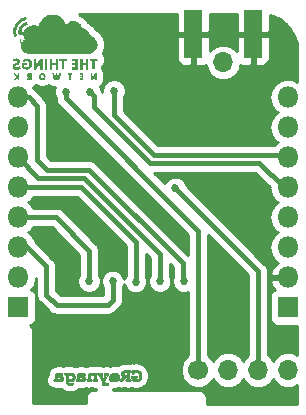
<source format=gbl>
G04 #@! TF.GenerationSoftware,KiCad,Pcbnew,5.0.0-rc2-unknown-6090f90~65~ubuntu18.04.1*
G04 #@! TF.CreationDate,2018-05-28T20:14:59-06:00*
G04 #@! TF.ProjectId,wemos-01,77656D6F732D30312E6B696361645F70,rev?*
G04 #@! TF.SameCoordinates,Original*
G04 #@! TF.FileFunction,Copper,L2,Bot,Signal*
G04 #@! TF.FilePolarity,Positive*
%FSLAX46Y46*%
G04 Gerber Fmt 4.6, Leading zero omitted, Abs format (unit mm)*
G04 Created by KiCad (PCBNEW 5.0.0-rc2-unknown-6090f90~65~ubuntu18.04.1) date Mon May 28 20:14:59 2018*
%MOMM*%
%LPD*%
G01*
G04 APERTURE LIST*
G04 #@! TA.AperFunction,EtchedComponent*
%ADD10C,0.010000*%
G04 #@! TD*
G04 #@! TA.AperFunction,EtchedComponent*
%ADD11C,0.100000*%
G04 #@! TD*
G04 #@! TA.AperFunction,SMDPad,CuDef*
%ADD12R,1.524000X4.064000*%
G04 #@! TD*
G04 #@! TA.AperFunction,ComponentPad*
%ADD13R,1.800000X1.800000*%
G04 #@! TD*
G04 #@! TA.AperFunction,ComponentPad*
%ADD14O,1.800000X1.800000*%
G04 #@! TD*
G04 #@! TA.AperFunction,ComponentPad*
%ADD15C,1.700000*%
G04 #@! TD*
G04 #@! TA.AperFunction,ComponentPad*
%ADD16O,1.700000X1.700000*%
G04 #@! TD*
G04 #@! TA.AperFunction,ViaPad*
%ADD17C,0.685800*%
G04 #@! TD*
G04 #@! TA.AperFunction,Conductor*
%ADD18C,0.400000*%
G04 #@! TD*
G04 #@! TA.AperFunction,Conductor*
%ADD19C,0.254000*%
G04 #@! TD*
G04 APERTURE END LIST*
D10*
G04 #@! TO.C,GS\002A\002A\002A*
G36*
X135694250Y-111141113D02*
X135679291Y-111141309D01*
X135667640Y-111141718D01*
X135658538Y-111142373D01*
X135651225Y-111143307D01*
X135644940Y-111144551D01*
X135638923Y-111146141D01*
X135635635Y-111147118D01*
X135616263Y-111154920D01*
X135601966Y-111165361D01*
X135592350Y-111179073D01*
X135587023Y-111196690D01*
X135585591Y-111218847D01*
X135585904Y-111227222D01*
X135587199Y-111241670D01*
X135589509Y-111252070D01*
X135593441Y-111260715D01*
X135595707Y-111264353D01*
X135608869Y-111278556D01*
X135627089Y-111289279D01*
X135649974Y-111296293D01*
X135651875Y-111296665D01*
X135662479Y-111298736D01*
X135670231Y-111300386D01*
X135673399Y-111301240D01*
X135672249Y-111304162D01*
X135668473Y-111312119D01*
X135662377Y-111324514D01*
X135654269Y-111340751D01*
X135644454Y-111360232D01*
X135633240Y-111382360D01*
X135620933Y-111406539D01*
X135607840Y-111432171D01*
X135594268Y-111458659D01*
X135580523Y-111485407D01*
X135566912Y-111511818D01*
X135553742Y-111537294D01*
X135541319Y-111561239D01*
X135529951Y-111583056D01*
X135519943Y-111602148D01*
X135511604Y-111617918D01*
X135505238Y-111629768D01*
X135501153Y-111637103D01*
X135499679Y-111639350D01*
X135497798Y-111636630D01*
X135493187Y-111628795D01*
X135486113Y-111616325D01*
X135476841Y-111599703D01*
X135465639Y-111579411D01*
X135452772Y-111555931D01*
X135438506Y-111529747D01*
X135423108Y-111501339D01*
X135406844Y-111471191D01*
X135406354Y-111470281D01*
X135315371Y-111301212D01*
X135333491Y-111298860D01*
X135359579Y-111293269D01*
X135380576Y-111283963D01*
X135396432Y-111270998D01*
X135407098Y-111254428D01*
X135412524Y-111234311D01*
X135412660Y-111210700D01*
X135412596Y-111210071D01*
X135409557Y-111192772D01*
X135403880Y-111179231D01*
X135394456Y-111167045D01*
X135391298Y-111163843D01*
X135385691Y-111158618D01*
X135380135Y-111154330D01*
X135373953Y-111150881D01*
X135366468Y-111148169D01*
X135357001Y-111146094D01*
X135344874Y-111144556D01*
X135329412Y-111143455D01*
X135309935Y-111142689D01*
X135285765Y-111142160D01*
X135256227Y-111141766D01*
X135241113Y-111141608D01*
X135211450Y-111141328D01*
X135187384Y-111141166D01*
X135168164Y-111141154D01*
X135153035Y-111141323D01*
X135141247Y-111141703D01*
X135132048Y-111142328D01*
X135124684Y-111143226D01*
X135118403Y-111144431D01*
X135112454Y-111145973D01*
X135108577Y-111147120D01*
X135088593Y-111155421D01*
X135073998Y-111166704D01*
X135064402Y-111181319D01*
X135061490Y-111189499D01*
X135058849Y-111205390D01*
X135058623Y-111223484D01*
X135060639Y-111241279D01*
X135064724Y-111256270D01*
X135066373Y-111259937D01*
X135076174Y-111272978D01*
X135090612Y-111284335D01*
X135107996Y-111292878D01*
X135121123Y-111296599D01*
X135139306Y-111300176D01*
X135317803Y-111639292D01*
X135340526Y-111682472D01*
X135362409Y-111724083D01*
X135383275Y-111763779D01*
X135402941Y-111801217D01*
X135421228Y-111836053D01*
X135437955Y-111867941D01*
X135452942Y-111896539D01*
X135466008Y-111921502D01*
X135476973Y-111942486D01*
X135485657Y-111959145D01*
X135491879Y-111971137D01*
X135495458Y-111978117D01*
X135496300Y-111979858D01*
X135493386Y-111980767D01*
X135485656Y-111981876D01*
X135474634Y-111982978D01*
X135471694Y-111983216D01*
X135446380Y-111986588D01*
X135426401Y-111992522D01*
X135411170Y-112001294D01*
X135400097Y-112013182D01*
X135396922Y-112018453D01*
X135393339Y-112026473D01*
X135391203Y-112035276D01*
X135390188Y-112046818D01*
X135389961Y-112060037D01*
X135390162Y-112074451D01*
X135391064Y-112084540D01*
X135393069Y-112092320D01*
X135396582Y-112099809D01*
X135398641Y-112103417D01*
X135408008Y-112116082D01*
X135419946Y-112125565D01*
X135435978Y-112132927D01*
X135445283Y-112135934D01*
X135449437Y-112136968D01*
X135454651Y-112137853D01*
X135461409Y-112138599D01*
X135470197Y-112139217D01*
X135481499Y-112139719D01*
X135495801Y-112140114D01*
X135513589Y-112140414D01*
X135535346Y-112140629D01*
X135561558Y-112140770D01*
X135592710Y-112140848D01*
X135629288Y-112140873D01*
X135667533Y-112140860D01*
X135710158Y-112140810D01*
X135746879Y-112140714D01*
X135778139Y-112140563D01*
X135804384Y-112140349D01*
X135826059Y-112140061D01*
X135843608Y-112139690D01*
X135857477Y-112139227D01*
X135868111Y-112138662D01*
X135875954Y-112137987D01*
X135881452Y-112137190D01*
X135885049Y-112136264D01*
X135885054Y-112136262D01*
X135900387Y-112129138D01*
X135912383Y-112119220D01*
X135923125Y-112104776D01*
X135923338Y-112104435D01*
X135928404Y-112095379D01*
X135931457Y-112086817D01*
X135933106Y-112076391D01*
X135933890Y-112063466D01*
X135934160Y-112049583D01*
X135933391Y-112039777D01*
X135931214Y-112031813D01*
X135927296Y-112023525D01*
X135919956Y-112012894D01*
X135910612Y-112003233D01*
X135907219Y-112000585D01*
X135899427Y-111995644D01*
X135891239Y-111991661D01*
X135881892Y-111988537D01*
X135870620Y-111986172D01*
X135856659Y-111984466D01*
X135839244Y-111983321D01*
X135817611Y-111982637D01*
X135790994Y-111982314D01*
X135766147Y-111982250D01*
X135675378Y-111982250D01*
X135632670Y-111902265D01*
X135621721Y-111881659D01*
X135611854Y-111862898D01*
X135603440Y-111846703D01*
X135596850Y-111833793D01*
X135592454Y-111824889D01*
X135590623Y-111820713D01*
X135590598Y-111820509D01*
X135592112Y-111817490D01*
X135596331Y-111809224D01*
X135603049Y-111796111D01*
X135612062Y-111778548D01*
X135623165Y-111756933D01*
X135636153Y-111731665D01*
X135650822Y-111703141D01*
X135666967Y-111671760D01*
X135684383Y-111637921D01*
X135702865Y-111602021D01*
X135722210Y-111564459D01*
X135724520Y-111559975D01*
X135857807Y-111301212D01*
X135871523Y-111297580D01*
X135894313Y-111289745D01*
X135911496Y-111279493D01*
X135923541Y-111266244D01*
X135930919Y-111249420D01*
X135934101Y-111228441D01*
X135934311Y-111220250D01*
X135932657Y-111198293D01*
X135927294Y-111180885D01*
X135917623Y-111167039D01*
X135903046Y-111155767D01*
X135891548Y-111149761D01*
X135887107Y-111147803D01*
X135882683Y-111146223D01*
X135877557Y-111144972D01*
X135871009Y-111144003D01*
X135862320Y-111143268D01*
X135850769Y-111142719D01*
X135835637Y-111142309D01*
X135816204Y-111141989D01*
X135791750Y-111141712D01*
X135766583Y-111141476D01*
X135737136Y-111141230D01*
X135713278Y-111141097D01*
X135694250Y-111141113D01*
X135694250Y-111141113D01*
G37*
X135694250Y-111141113D02*
X135679291Y-111141309D01*
X135667640Y-111141718D01*
X135658538Y-111142373D01*
X135651225Y-111143307D01*
X135644940Y-111144551D01*
X135638923Y-111146141D01*
X135635635Y-111147118D01*
X135616263Y-111154920D01*
X135601966Y-111165361D01*
X135592350Y-111179073D01*
X135587023Y-111196690D01*
X135585591Y-111218847D01*
X135585904Y-111227222D01*
X135587199Y-111241670D01*
X135589509Y-111252070D01*
X135593441Y-111260715D01*
X135595707Y-111264353D01*
X135608869Y-111278556D01*
X135627089Y-111289279D01*
X135649974Y-111296293D01*
X135651875Y-111296665D01*
X135662479Y-111298736D01*
X135670231Y-111300386D01*
X135673399Y-111301240D01*
X135672249Y-111304162D01*
X135668473Y-111312119D01*
X135662377Y-111324514D01*
X135654269Y-111340751D01*
X135644454Y-111360232D01*
X135633240Y-111382360D01*
X135620933Y-111406539D01*
X135607840Y-111432171D01*
X135594268Y-111458659D01*
X135580523Y-111485407D01*
X135566912Y-111511818D01*
X135553742Y-111537294D01*
X135541319Y-111561239D01*
X135529951Y-111583056D01*
X135519943Y-111602148D01*
X135511604Y-111617918D01*
X135505238Y-111629768D01*
X135501153Y-111637103D01*
X135499679Y-111639350D01*
X135497798Y-111636630D01*
X135493187Y-111628795D01*
X135486113Y-111616325D01*
X135476841Y-111599703D01*
X135465639Y-111579411D01*
X135452772Y-111555931D01*
X135438506Y-111529747D01*
X135423108Y-111501339D01*
X135406844Y-111471191D01*
X135406354Y-111470281D01*
X135315371Y-111301212D01*
X135333491Y-111298860D01*
X135359579Y-111293269D01*
X135380576Y-111283963D01*
X135396432Y-111270998D01*
X135407098Y-111254428D01*
X135412524Y-111234311D01*
X135412660Y-111210700D01*
X135412596Y-111210071D01*
X135409557Y-111192772D01*
X135403880Y-111179231D01*
X135394456Y-111167045D01*
X135391298Y-111163843D01*
X135385691Y-111158618D01*
X135380135Y-111154330D01*
X135373953Y-111150881D01*
X135366468Y-111148169D01*
X135357001Y-111146094D01*
X135344874Y-111144556D01*
X135329412Y-111143455D01*
X135309935Y-111142689D01*
X135285765Y-111142160D01*
X135256227Y-111141766D01*
X135241113Y-111141608D01*
X135211450Y-111141328D01*
X135187384Y-111141166D01*
X135168164Y-111141154D01*
X135153035Y-111141323D01*
X135141247Y-111141703D01*
X135132048Y-111142328D01*
X135124684Y-111143226D01*
X135118403Y-111144431D01*
X135112454Y-111145973D01*
X135108577Y-111147120D01*
X135088593Y-111155421D01*
X135073998Y-111166704D01*
X135064402Y-111181319D01*
X135061490Y-111189499D01*
X135058849Y-111205390D01*
X135058623Y-111223484D01*
X135060639Y-111241279D01*
X135064724Y-111256270D01*
X135066373Y-111259937D01*
X135076174Y-111272978D01*
X135090612Y-111284335D01*
X135107996Y-111292878D01*
X135121123Y-111296599D01*
X135139306Y-111300176D01*
X135317803Y-111639292D01*
X135340526Y-111682472D01*
X135362409Y-111724083D01*
X135383275Y-111763779D01*
X135402941Y-111801217D01*
X135421228Y-111836053D01*
X135437955Y-111867941D01*
X135452942Y-111896539D01*
X135466008Y-111921502D01*
X135476973Y-111942486D01*
X135485657Y-111959145D01*
X135491879Y-111971137D01*
X135495458Y-111978117D01*
X135496300Y-111979858D01*
X135493386Y-111980767D01*
X135485656Y-111981876D01*
X135474634Y-111982978D01*
X135471694Y-111983216D01*
X135446380Y-111986588D01*
X135426401Y-111992522D01*
X135411170Y-112001294D01*
X135400097Y-112013182D01*
X135396922Y-112018453D01*
X135393339Y-112026473D01*
X135391203Y-112035276D01*
X135390188Y-112046818D01*
X135389961Y-112060037D01*
X135390162Y-112074451D01*
X135391064Y-112084540D01*
X135393069Y-112092320D01*
X135396582Y-112099809D01*
X135398641Y-112103417D01*
X135408008Y-112116082D01*
X135419946Y-112125565D01*
X135435978Y-112132927D01*
X135445283Y-112135934D01*
X135449437Y-112136968D01*
X135454651Y-112137853D01*
X135461409Y-112138599D01*
X135470197Y-112139217D01*
X135481499Y-112139719D01*
X135495801Y-112140114D01*
X135513589Y-112140414D01*
X135535346Y-112140629D01*
X135561558Y-112140770D01*
X135592710Y-112140848D01*
X135629288Y-112140873D01*
X135667533Y-112140860D01*
X135710158Y-112140810D01*
X135746879Y-112140714D01*
X135778139Y-112140563D01*
X135804384Y-112140349D01*
X135826059Y-112140061D01*
X135843608Y-112139690D01*
X135857477Y-112139227D01*
X135868111Y-112138662D01*
X135875954Y-112137987D01*
X135881452Y-112137190D01*
X135885049Y-112136264D01*
X135885054Y-112136262D01*
X135900387Y-112129138D01*
X135912383Y-112119220D01*
X135923125Y-112104776D01*
X135923338Y-112104435D01*
X135928404Y-112095379D01*
X135931457Y-112086817D01*
X135933106Y-112076391D01*
X135933890Y-112063466D01*
X135934160Y-112049583D01*
X135933391Y-112039777D01*
X135931214Y-112031813D01*
X135927296Y-112023525D01*
X135919956Y-112012894D01*
X135910612Y-112003233D01*
X135907219Y-112000585D01*
X135899427Y-111995644D01*
X135891239Y-111991661D01*
X135881892Y-111988537D01*
X135870620Y-111986172D01*
X135856659Y-111984466D01*
X135839244Y-111983321D01*
X135817611Y-111982637D01*
X135790994Y-111982314D01*
X135766147Y-111982250D01*
X135675378Y-111982250D01*
X135632670Y-111902265D01*
X135621721Y-111881659D01*
X135611854Y-111862898D01*
X135603440Y-111846703D01*
X135596850Y-111833793D01*
X135592454Y-111824889D01*
X135590623Y-111820713D01*
X135590598Y-111820509D01*
X135592112Y-111817490D01*
X135596331Y-111809224D01*
X135603049Y-111796111D01*
X135612062Y-111778548D01*
X135623165Y-111756933D01*
X135636153Y-111731665D01*
X135650822Y-111703141D01*
X135666967Y-111671760D01*
X135684383Y-111637921D01*
X135702865Y-111602021D01*
X135722210Y-111564459D01*
X135724520Y-111559975D01*
X135857807Y-111301212D01*
X135871523Y-111297580D01*
X135894313Y-111289745D01*
X135911496Y-111279493D01*
X135923541Y-111266244D01*
X135930919Y-111249420D01*
X135934101Y-111228441D01*
X135934311Y-111220250D01*
X135932657Y-111198293D01*
X135927294Y-111180885D01*
X135917623Y-111167039D01*
X135903046Y-111155767D01*
X135891548Y-111149761D01*
X135887107Y-111147803D01*
X135882683Y-111146223D01*
X135877557Y-111144972D01*
X135871009Y-111144003D01*
X135862320Y-111143268D01*
X135850769Y-111142719D01*
X135835637Y-111142309D01*
X135816204Y-111141989D01*
X135791750Y-111141712D01*
X135766583Y-111141476D01*
X135737136Y-111141230D01*
X135713278Y-111141097D01*
X135694250Y-111141113D01*
G36*
X132702466Y-111120660D02*
X132685432Y-111120945D01*
X132672101Y-111121554D01*
X132661150Y-111122605D01*
X132651255Y-111124219D01*
X132641093Y-111126514D01*
X132631797Y-111128944D01*
X132597204Y-111140379D01*
X132563598Y-111155439D01*
X132533354Y-111173029D01*
X132527675Y-111176925D01*
X132507038Y-111191529D01*
X132505194Y-111140875D01*
X132399116Y-111140875D01*
X132369729Y-111140979D01*
X132343114Y-111141282D01*
X132319961Y-111141762D01*
X132300963Y-111142401D01*
X132286811Y-111143180D01*
X132278197Y-111144079D01*
X132277319Y-111144246D01*
X132255957Y-111151648D01*
X132238766Y-111163507D01*
X132226189Y-111179295D01*
X132218666Y-111198483D01*
X132216574Y-111217075D01*
X132218154Y-111237860D01*
X132223262Y-111254593D01*
X132232402Y-111268804D01*
X132234226Y-111270895D01*
X132247023Y-111282228D01*
X132262515Y-111290364D01*
X132281750Y-111295683D01*
X132305775Y-111298570D01*
X132310857Y-111298869D01*
X132343525Y-111300536D01*
X132343528Y-111577099D01*
X132343550Y-111630492D01*
X132343625Y-111677947D01*
X132343766Y-111719873D01*
X132343990Y-111756681D01*
X132344310Y-111788784D01*
X132344741Y-111816591D01*
X132345298Y-111840513D01*
X132345996Y-111860962D01*
X132346849Y-111878348D01*
X132347872Y-111893082D01*
X132349079Y-111905575D01*
X132350486Y-111916238D01*
X132352107Y-111925482D01*
X132353956Y-111933717D01*
X132356048Y-111941355D01*
X132356597Y-111943174D01*
X132371456Y-111981047D01*
X132391699Y-112015917D01*
X132416932Y-112047414D01*
X132446760Y-112075170D01*
X132480789Y-112098814D01*
X132518625Y-112117978D01*
X132557838Y-112131725D01*
X132564291Y-112133473D01*
X132570525Y-112134916D01*
X132577215Y-112136089D01*
X132585037Y-112137026D01*
X132594667Y-112137759D01*
X132606778Y-112138324D01*
X132622047Y-112138753D01*
X132641148Y-112139080D01*
X132664758Y-112139339D01*
X132693549Y-112139564D01*
X132718175Y-112139725D01*
X132747634Y-112139841D01*
X132775373Y-112139817D01*
X132800677Y-112139662D01*
X132822827Y-112139387D01*
X132841108Y-112139002D01*
X132854802Y-112138517D01*
X132863192Y-112137942D01*
X132865069Y-112137652D01*
X132887200Y-112129639D01*
X132904641Y-112117692D01*
X132917127Y-112102059D01*
X132924394Y-112082986D01*
X132924589Y-112082074D01*
X132926983Y-112059178D01*
X132924650Y-112037890D01*
X132917857Y-112019308D01*
X132906866Y-112004533D01*
X132905688Y-112003434D01*
X132899419Y-111998288D01*
X132892628Y-111994037D01*
X132884666Y-111990596D01*
X132874889Y-111987884D01*
X132862649Y-111985816D01*
X132847302Y-111984310D01*
X132828200Y-111983281D01*
X132804697Y-111982646D01*
X132776148Y-111982322D01*
X132741906Y-111982226D01*
X132741361Y-111982226D01*
X132707419Y-111982140D01*
X132679103Y-111981854D01*
X132655692Y-111981301D01*
X132636465Y-111980413D01*
X132620700Y-111979124D01*
X132607676Y-111977367D01*
X132596669Y-111975074D01*
X132586960Y-111972178D01*
X132577826Y-111968611D01*
X132573321Y-111966589D01*
X132550564Y-111953346D01*
X132532724Y-111936734D01*
X132518871Y-111915860D01*
X132517387Y-111912936D01*
X132507038Y-111891930D01*
X132504938Y-111775290D01*
X132524649Y-111788675D01*
X132548580Y-111803131D01*
X132576304Y-111816949D01*
X132605283Y-111828972D01*
X132632562Y-111837924D01*
X132664038Y-111844460D01*
X132699351Y-111848053D01*
X132736726Y-111848732D01*
X132774388Y-111846527D01*
X132810562Y-111841466D01*
X132840413Y-111834485D01*
X132882940Y-111819021D01*
X132923004Y-111798181D01*
X132960084Y-111772493D01*
X132993660Y-111742488D01*
X133023214Y-111708695D01*
X133048225Y-111671643D01*
X133068173Y-111631861D01*
X133082540Y-111589880D01*
X133083275Y-111587060D01*
X133092740Y-111538106D01*
X133096239Y-111489127D01*
X133095973Y-111483775D01*
X132935046Y-111483775D01*
X132932142Y-111519612D01*
X132923492Y-111552789D01*
X132909022Y-111583503D01*
X132888654Y-111611953D01*
X132884261Y-111616954D01*
X132856770Y-111642816D01*
X132826282Y-111663214D01*
X132793295Y-111677986D01*
X132758305Y-111686971D01*
X132721808Y-111690008D01*
X132684300Y-111686936D01*
X132674385Y-111685105D01*
X132640390Y-111675076D01*
X132608812Y-111659813D01*
X132580278Y-111639909D01*
X132555415Y-111615957D01*
X132534850Y-111588549D01*
X132519210Y-111558279D01*
X132509985Y-111529607D01*
X132506305Y-111504339D01*
X132506006Y-111476443D01*
X132508946Y-111448575D01*
X132514982Y-111423388D01*
X132515832Y-111420888D01*
X132530281Y-111389068D01*
X132549799Y-111360332D01*
X132573670Y-111335136D01*
X132601182Y-111313937D01*
X132631622Y-111297192D01*
X132664274Y-111285358D01*
X132698427Y-111278892D01*
X132733366Y-111278250D01*
X132738032Y-111278628D01*
X132758146Y-111281031D01*
X132775291Y-111284536D01*
X132791900Y-111289833D01*
X132810405Y-111297616D01*
X132819091Y-111301679D01*
X132834278Y-111309409D01*
X132846642Y-111317102D01*
X132858310Y-111326292D01*
X132871408Y-111338511D01*
X132874752Y-111341817D01*
X132898030Y-111368171D01*
X132915325Y-111395252D01*
X132927004Y-111423923D01*
X132933434Y-111455046D01*
X132935046Y-111483775D01*
X133095973Y-111483775D01*
X133093825Y-111440724D01*
X133085552Y-111393499D01*
X133071473Y-111348051D01*
X133059483Y-111320262D01*
X133046394Y-111295145D01*
X133032588Y-111273162D01*
X133016791Y-111252610D01*
X132997726Y-111231784D01*
X132981016Y-111215433D01*
X132945871Y-111185996D01*
X132908324Y-111162064D01*
X132867658Y-111143257D01*
X132823156Y-111129192D01*
X132815202Y-111127256D01*
X132803618Y-111124781D01*
X132792325Y-111122983D01*
X132779983Y-111121762D01*
X132765251Y-111121021D01*
X132746788Y-111120660D01*
X132724525Y-111120579D01*
X132702466Y-111120660D01*
X132702466Y-111120660D01*
G37*
X132702466Y-111120660D02*
X132685432Y-111120945D01*
X132672101Y-111121554D01*
X132661150Y-111122605D01*
X132651255Y-111124219D01*
X132641093Y-111126514D01*
X132631797Y-111128944D01*
X132597204Y-111140379D01*
X132563598Y-111155439D01*
X132533354Y-111173029D01*
X132527675Y-111176925D01*
X132507038Y-111191529D01*
X132505194Y-111140875D01*
X132399116Y-111140875D01*
X132369729Y-111140979D01*
X132343114Y-111141282D01*
X132319961Y-111141762D01*
X132300963Y-111142401D01*
X132286811Y-111143180D01*
X132278197Y-111144079D01*
X132277319Y-111144246D01*
X132255957Y-111151648D01*
X132238766Y-111163507D01*
X132226189Y-111179295D01*
X132218666Y-111198483D01*
X132216574Y-111217075D01*
X132218154Y-111237860D01*
X132223262Y-111254593D01*
X132232402Y-111268804D01*
X132234226Y-111270895D01*
X132247023Y-111282228D01*
X132262515Y-111290364D01*
X132281750Y-111295683D01*
X132305775Y-111298570D01*
X132310857Y-111298869D01*
X132343525Y-111300536D01*
X132343528Y-111577099D01*
X132343550Y-111630492D01*
X132343625Y-111677947D01*
X132343766Y-111719873D01*
X132343990Y-111756681D01*
X132344310Y-111788784D01*
X132344741Y-111816591D01*
X132345298Y-111840513D01*
X132345996Y-111860962D01*
X132346849Y-111878348D01*
X132347872Y-111893082D01*
X132349079Y-111905575D01*
X132350486Y-111916238D01*
X132352107Y-111925482D01*
X132353956Y-111933717D01*
X132356048Y-111941355D01*
X132356597Y-111943174D01*
X132371456Y-111981047D01*
X132391699Y-112015917D01*
X132416932Y-112047414D01*
X132446760Y-112075170D01*
X132480789Y-112098814D01*
X132518625Y-112117978D01*
X132557838Y-112131725D01*
X132564291Y-112133473D01*
X132570525Y-112134916D01*
X132577215Y-112136089D01*
X132585037Y-112137026D01*
X132594667Y-112137759D01*
X132606778Y-112138324D01*
X132622047Y-112138753D01*
X132641148Y-112139080D01*
X132664758Y-112139339D01*
X132693549Y-112139564D01*
X132718175Y-112139725D01*
X132747634Y-112139841D01*
X132775373Y-112139817D01*
X132800677Y-112139662D01*
X132822827Y-112139387D01*
X132841108Y-112139002D01*
X132854802Y-112138517D01*
X132863192Y-112137942D01*
X132865069Y-112137652D01*
X132887200Y-112129639D01*
X132904641Y-112117692D01*
X132917127Y-112102059D01*
X132924394Y-112082986D01*
X132924589Y-112082074D01*
X132926983Y-112059178D01*
X132924650Y-112037890D01*
X132917857Y-112019308D01*
X132906866Y-112004533D01*
X132905688Y-112003434D01*
X132899419Y-111998288D01*
X132892628Y-111994037D01*
X132884666Y-111990596D01*
X132874889Y-111987884D01*
X132862649Y-111985816D01*
X132847302Y-111984310D01*
X132828200Y-111983281D01*
X132804697Y-111982646D01*
X132776148Y-111982322D01*
X132741906Y-111982226D01*
X132741361Y-111982226D01*
X132707419Y-111982140D01*
X132679103Y-111981854D01*
X132655692Y-111981301D01*
X132636465Y-111980413D01*
X132620700Y-111979124D01*
X132607676Y-111977367D01*
X132596669Y-111975074D01*
X132586960Y-111972178D01*
X132577826Y-111968611D01*
X132573321Y-111966589D01*
X132550564Y-111953346D01*
X132532724Y-111936734D01*
X132518871Y-111915860D01*
X132517387Y-111912936D01*
X132507038Y-111891930D01*
X132504938Y-111775290D01*
X132524649Y-111788675D01*
X132548580Y-111803131D01*
X132576304Y-111816949D01*
X132605283Y-111828972D01*
X132632562Y-111837924D01*
X132664038Y-111844460D01*
X132699351Y-111848053D01*
X132736726Y-111848732D01*
X132774388Y-111846527D01*
X132810562Y-111841466D01*
X132840413Y-111834485D01*
X132882940Y-111819021D01*
X132923004Y-111798181D01*
X132960084Y-111772493D01*
X132993660Y-111742488D01*
X133023214Y-111708695D01*
X133048225Y-111671643D01*
X133068173Y-111631861D01*
X133082540Y-111589880D01*
X133083275Y-111587060D01*
X133092740Y-111538106D01*
X133096239Y-111489127D01*
X133095973Y-111483775D01*
X132935046Y-111483775D01*
X132932142Y-111519612D01*
X132923492Y-111552789D01*
X132909022Y-111583503D01*
X132888654Y-111611953D01*
X132884261Y-111616954D01*
X132856770Y-111642816D01*
X132826282Y-111663214D01*
X132793295Y-111677986D01*
X132758305Y-111686971D01*
X132721808Y-111690008D01*
X132684300Y-111686936D01*
X132674385Y-111685105D01*
X132640390Y-111675076D01*
X132608812Y-111659813D01*
X132580278Y-111639909D01*
X132555415Y-111615957D01*
X132534850Y-111588549D01*
X132519210Y-111558279D01*
X132509985Y-111529607D01*
X132506305Y-111504339D01*
X132506006Y-111476443D01*
X132508946Y-111448575D01*
X132514982Y-111423388D01*
X132515832Y-111420888D01*
X132530281Y-111389068D01*
X132549799Y-111360332D01*
X132573670Y-111335136D01*
X132601182Y-111313937D01*
X132631622Y-111297192D01*
X132664274Y-111285358D01*
X132698427Y-111278892D01*
X132733366Y-111278250D01*
X132738032Y-111278628D01*
X132758146Y-111281031D01*
X132775291Y-111284536D01*
X132791900Y-111289833D01*
X132810405Y-111297616D01*
X132819091Y-111301679D01*
X132834278Y-111309409D01*
X132846642Y-111317102D01*
X132858310Y-111326292D01*
X132871408Y-111338511D01*
X132874752Y-111341817D01*
X132898030Y-111368171D01*
X132915325Y-111395252D01*
X132927004Y-111423923D01*
X132933434Y-111455046D01*
X132935046Y-111483775D01*
X133095973Y-111483775D01*
X133093825Y-111440724D01*
X133085552Y-111393499D01*
X133071473Y-111348051D01*
X133059483Y-111320262D01*
X133046394Y-111295145D01*
X133032588Y-111273162D01*
X133016791Y-111252610D01*
X132997726Y-111231784D01*
X132981016Y-111215433D01*
X132945871Y-111185996D01*
X132908324Y-111162064D01*
X132867658Y-111143257D01*
X132823156Y-111129192D01*
X132815202Y-111127256D01*
X132803618Y-111124781D01*
X132792325Y-111122983D01*
X132779983Y-111121762D01*
X132765251Y-111121021D01*
X132746788Y-111120660D01*
X132724525Y-111120579D01*
X132702466Y-111120660D01*
G36*
X136409884Y-111121384D02*
X136362811Y-111127283D01*
X136317582Y-111137483D01*
X136275176Y-111151904D01*
X136236576Y-111170462D01*
X136232663Y-111172718D01*
X136194234Y-111198249D01*
X136159048Y-111227595D01*
X136127801Y-111259997D01*
X136101187Y-111294699D01*
X136079901Y-111330945D01*
X136072275Y-111347486D01*
X136060737Y-111378800D01*
X136052198Y-111411397D01*
X136046448Y-111446499D01*
X136043278Y-111485327D01*
X136042456Y-111521081D01*
X136042400Y-111559975D01*
X136361828Y-111559975D01*
X136413944Y-111559979D01*
X136460072Y-111559996D01*
X136500572Y-111560032D01*
X136535805Y-111560093D01*
X136566133Y-111560186D01*
X136591917Y-111560317D01*
X136613518Y-111560492D01*
X136631298Y-111560718D01*
X136645616Y-111561001D01*
X136656836Y-111561347D01*
X136665317Y-111561763D01*
X136671421Y-111562255D01*
X136675509Y-111562829D01*
X136677942Y-111563491D01*
X136679082Y-111564249D01*
X136679289Y-111565107D01*
X136679174Y-111565531D01*
X136672496Y-111579203D01*
X136662311Y-111595052D01*
X136649966Y-111611159D01*
X136637229Y-111625189D01*
X136611802Y-111646167D01*
X136581554Y-111663372D01*
X136546825Y-111676727D01*
X136507959Y-111686153D01*
X136465296Y-111691574D01*
X136419179Y-111692913D01*
X136369950Y-111690091D01*
X136356706Y-111688669D01*
X136335965Y-111686020D01*
X136315825Y-111682943D01*
X136295033Y-111679189D01*
X136272337Y-111674512D01*
X136246483Y-111668662D01*
X136216219Y-111661390D01*
X136204325Y-111658456D01*
X136174700Y-111651452D01*
X136150278Y-111646560D01*
X136130268Y-111643795D01*
X136113882Y-111643171D01*
X136100328Y-111644705D01*
X136088817Y-111648409D01*
X136078558Y-111654300D01*
X136070331Y-111660947D01*
X136056379Y-111676442D01*
X136047986Y-111693322D01*
X136044442Y-111713167D01*
X136044226Y-111719242D01*
X136044464Y-111731597D01*
X136045994Y-111740271D01*
X136049528Y-111747904D01*
X136053647Y-111754143D01*
X136064306Y-111766692D01*
X136078153Y-111778173D01*
X136095791Y-111788897D01*
X136117823Y-111799176D01*
X136144853Y-111809320D01*
X136177484Y-111819640D01*
X136184825Y-111821778D01*
X136224396Y-111831649D01*
X136268301Y-111839885D01*
X136314665Y-111846163D01*
X136341817Y-111848769D01*
X136357393Y-111849740D01*
X136376934Y-111850511D01*
X136399094Y-111851072D01*
X136422527Y-111851415D01*
X136445888Y-111851531D01*
X136467831Y-111851410D01*
X136487011Y-111851045D01*
X136502080Y-111850425D01*
X136509125Y-111849873D01*
X136517117Y-111848732D01*
X136529291Y-111846660D01*
X136543611Y-111844013D01*
X136551106Y-111842552D01*
X136600358Y-111830004D01*
X136645675Y-111812627D01*
X136687502Y-111790187D01*
X136726285Y-111762450D01*
X136757018Y-111734708D01*
X136787311Y-111700967D01*
X136811718Y-111665688D01*
X136830543Y-111628217D01*
X136844087Y-111587903D01*
X136852654Y-111544092D01*
X136854931Y-111523462D01*
X136856328Y-111474106D01*
X136851816Y-111426855D01*
X136849571Y-111417100D01*
X136677119Y-111417100D01*
X136222687Y-111417100D01*
X136224806Y-111408368D01*
X136229653Y-111395890D01*
X136238265Y-111380973D01*
X136249550Y-111365264D01*
X136262411Y-111350412D01*
X136265208Y-111347557D01*
X136283702Y-111331775D01*
X136306178Y-111316722D01*
X136330307Y-111303826D01*
X136349035Y-111296095D01*
X136384927Y-111286426D01*
X136423591Y-111281283D01*
X136463392Y-111280649D01*
X136502697Y-111284505D01*
X136539871Y-111292835D01*
X136556138Y-111298289D01*
X136585353Y-111311735D01*
X136612047Y-111328822D01*
X136635358Y-111348766D01*
X136654424Y-111370780D01*
X136668383Y-111394079D01*
X136672691Y-111404550D01*
X136677119Y-111417100D01*
X136849571Y-111417100D01*
X136841468Y-111381893D01*
X136825358Y-111339405D01*
X136803559Y-111299576D01*
X136776146Y-111262593D01*
X136743191Y-111228639D01*
X136734694Y-111221157D01*
X136701335Y-111194885D01*
X136668100Y-111173583D01*
X136633131Y-111156187D01*
X136596982Y-111142435D01*
X136552349Y-111130313D01*
X136505633Y-111122818D01*
X136457818Y-111119869D01*
X136409884Y-111121384D01*
X136409884Y-111121384D01*
G37*
X136409884Y-111121384D02*
X136362811Y-111127283D01*
X136317582Y-111137483D01*
X136275176Y-111151904D01*
X136236576Y-111170462D01*
X136232663Y-111172718D01*
X136194234Y-111198249D01*
X136159048Y-111227595D01*
X136127801Y-111259997D01*
X136101187Y-111294699D01*
X136079901Y-111330945D01*
X136072275Y-111347486D01*
X136060737Y-111378800D01*
X136052198Y-111411397D01*
X136046448Y-111446499D01*
X136043278Y-111485327D01*
X136042456Y-111521081D01*
X136042400Y-111559975D01*
X136361828Y-111559975D01*
X136413944Y-111559979D01*
X136460072Y-111559996D01*
X136500572Y-111560032D01*
X136535805Y-111560093D01*
X136566133Y-111560186D01*
X136591917Y-111560317D01*
X136613518Y-111560492D01*
X136631298Y-111560718D01*
X136645616Y-111561001D01*
X136656836Y-111561347D01*
X136665317Y-111561763D01*
X136671421Y-111562255D01*
X136675509Y-111562829D01*
X136677942Y-111563491D01*
X136679082Y-111564249D01*
X136679289Y-111565107D01*
X136679174Y-111565531D01*
X136672496Y-111579203D01*
X136662311Y-111595052D01*
X136649966Y-111611159D01*
X136637229Y-111625189D01*
X136611802Y-111646167D01*
X136581554Y-111663372D01*
X136546825Y-111676727D01*
X136507959Y-111686153D01*
X136465296Y-111691574D01*
X136419179Y-111692913D01*
X136369950Y-111690091D01*
X136356706Y-111688669D01*
X136335965Y-111686020D01*
X136315825Y-111682943D01*
X136295033Y-111679189D01*
X136272337Y-111674512D01*
X136246483Y-111668662D01*
X136216219Y-111661390D01*
X136204325Y-111658456D01*
X136174700Y-111651452D01*
X136150278Y-111646560D01*
X136130268Y-111643795D01*
X136113882Y-111643171D01*
X136100328Y-111644705D01*
X136088817Y-111648409D01*
X136078558Y-111654300D01*
X136070331Y-111660947D01*
X136056379Y-111676442D01*
X136047986Y-111693322D01*
X136044442Y-111713167D01*
X136044226Y-111719242D01*
X136044464Y-111731597D01*
X136045994Y-111740271D01*
X136049528Y-111747904D01*
X136053647Y-111754143D01*
X136064306Y-111766692D01*
X136078153Y-111778173D01*
X136095791Y-111788897D01*
X136117823Y-111799176D01*
X136144853Y-111809320D01*
X136177484Y-111819640D01*
X136184825Y-111821778D01*
X136224396Y-111831649D01*
X136268301Y-111839885D01*
X136314665Y-111846163D01*
X136341817Y-111848769D01*
X136357393Y-111849740D01*
X136376934Y-111850511D01*
X136399094Y-111851072D01*
X136422527Y-111851415D01*
X136445888Y-111851531D01*
X136467831Y-111851410D01*
X136487011Y-111851045D01*
X136502080Y-111850425D01*
X136509125Y-111849873D01*
X136517117Y-111848732D01*
X136529291Y-111846660D01*
X136543611Y-111844013D01*
X136551106Y-111842552D01*
X136600358Y-111830004D01*
X136645675Y-111812627D01*
X136687502Y-111790187D01*
X136726285Y-111762450D01*
X136757018Y-111734708D01*
X136787311Y-111700967D01*
X136811718Y-111665688D01*
X136830543Y-111628217D01*
X136844087Y-111587903D01*
X136852654Y-111544092D01*
X136854931Y-111523462D01*
X136856328Y-111474106D01*
X136851816Y-111426855D01*
X136849571Y-111417100D01*
X136677119Y-111417100D01*
X136222687Y-111417100D01*
X136224806Y-111408368D01*
X136229653Y-111395890D01*
X136238265Y-111380973D01*
X136249550Y-111365264D01*
X136262411Y-111350412D01*
X136265208Y-111347557D01*
X136283702Y-111331775D01*
X136306178Y-111316722D01*
X136330307Y-111303826D01*
X136349035Y-111296095D01*
X136384927Y-111286426D01*
X136423591Y-111281283D01*
X136463392Y-111280649D01*
X136502697Y-111284505D01*
X136539871Y-111292835D01*
X136556138Y-111298289D01*
X136585353Y-111311735D01*
X136612047Y-111328822D01*
X136635358Y-111348766D01*
X136654424Y-111370780D01*
X136668383Y-111394079D01*
X136672691Y-111404550D01*
X136677119Y-111417100D01*
X136849571Y-111417100D01*
X136841468Y-111381893D01*
X136825358Y-111339405D01*
X136803559Y-111299576D01*
X136776146Y-111262593D01*
X136743191Y-111228639D01*
X136734694Y-111221157D01*
X136701335Y-111194885D01*
X136668100Y-111173583D01*
X136633131Y-111156187D01*
X136596982Y-111142435D01*
X136552349Y-111130313D01*
X136505633Y-111122818D01*
X136457818Y-111119869D01*
X136409884Y-111121384D01*
G36*
X133572144Y-111122179D02*
X133524474Y-111129327D01*
X133480884Y-111140989D01*
X133441543Y-111157131D01*
X133411353Y-111174493D01*
X133383653Y-111195876D01*
X133361286Y-111219846D01*
X133343473Y-111247268D01*
X133340218Y-111253587D01*
X133335743Y-111262854D01*
X133331921Y-111271548D01*
X133328699Y-111280240D01*
X133326027Y-111289499D01*
X133323852Y-111299896D01*
X133322125Y-111312003D01*
X133320794Y-111326390D01*
X133319807Y-111343627D01*
X133319114Y-111364284D01*
X133318663Y-111388933D01*
X133318403Y-111418145D01*
X133318283Y-111452488D01*
X133318251Y-111492535D01*
X133318250Y-111498341D01*
X133318250Y-111667925D01*
X133298196Y-111667925D01*
X133267704Y-111669827D01*
X133242210Y-111675520D01*
X133221751Y-111684983D01*
X133206362Y-111698196D01*
X133196076Y-111715136D01*
X133191490Y-111731706D01*
X133190205Y-111755668D01*
X133194289Y-111776901D01*
X133203475Y-111794939D01*
X133217498Y-111809314D01*
X133236092Y-111819559D01*
X133242777Y-111821834D01*
X133248427Y-111823186D01*
X133255766Y-111824274D01*
X133265470Y-111825122D01*
X133278215Y-111825756D01*
X133294676Y-111826203D01*
X133315528Y-111826488D01*
X133341447Y-111826636D01*
X133369627Y-111826675D01*
X133480175Y-111826675D01*
X133480175Y-111810800D01*
X133480480Y-111801741D01*
X133481259Y-111795993D01*
X133481869Y-111794925D01*
X133485427Y-111796244D01*
X133492730Y-111799628D01*
X133498537Y-111802502D01*
X133522723Y-111813233D01*
X133551500Y-111823525D01*
X133583112Y-111832867D01*
X133615800Y-111840746D01*
X133647808Y-111846651D01*
X133652510Y-111847345D01*
X133668170Y-111849022D01*
X133687751Y-111850293D01*
X133709743Y-111851141D01*
X133732636Y-111851552D01*
X133754920Y-111851509D01*
X133775086Y-111850998D01*
X133791621Y-111850002D01*
X133801106Y-111848866D01*
X133843812Y-111838891D01*
X133883535Y-111824055D01*
X133919696Y-111804650D01*
X133951718Y-111780970D01*
X133969793Y-111763683D01*
X133989936Y-111739917D01*
X134004573Y-111716626D01*
X134014267Y-111692412D01*
X134019579Y-111665878D01*
X134021076Y-111636175D01*
X134020984Y-111631945D01*
X133851650Y-111631945D01*
X133848599Y-111647023D01*
X133839643Y-111660504D01*
X133825085Y-111672142D01*
X133805225Y-111681695D01*
X133781800Y-111688599D01*
X133766963Y-111690765D01*
X133747606Y-111691860D01*
X133725460Y-111691925D01*
X133702258Y-111691004D01*
X133679730Y-111689139D01*
X133659609Y-111686373D01*
X133654800Y-111685475D01*
X133609630Y-111673747D01*
X133562537Y-111656309D01*
X133523038Y-111637978D01*
X133478588Y-111615537D01*
X133477697Y-111576643D01*
X133477545Y-111561774D01*
X133477781Y-111549526D01*
X133478354Y-111541114D01*
X133479216Y-111537752D01*
X133479284Y-111537737D01*
X133483336Y-111537262D01*
X133492102Y-111536000D01*
X133504027Y-111534180D01*
X133510338Y-111533187D01*
X133555390Y-111527105D01*
X133598386Y-111523411D01*
X133638568Y-111522107D01*
X133675177Y-111523194D01*
X133707453Y-111526673D01*
X133734639Y-111532545D01*
X133735645Y-111532840D01*
X133765857Y-111543537D01*
X133792252Y-111556388D01*
X133814376Y-111571004D01*
X133831776Y-111586999D01*
X133843998Y-111603985D01*
X133850588Y-111621573D01*
X133851650Y-111631945D01*
X134020984Y-111631945D01*
X134020702Y-111619122D01*
X134019520Y-111605853D01*
X134017124Y-111593814D01*
X134013106Y-111580452D01*
X134011410Y-111575476D01*
X133997801Y-111544337D01*
X133979104Y-111515246D01*
X133954779Y-111487408D01*
X133945438Y-111478372D01*
X133910030Y-111449295D01*
X133871312Y-111425060D01*
X133828928Y-111405507D01*
X133782523Y-111390476D01*
X133731742Y-111379806D01*
X133724269Y-111378652D01*
X133702402Y-111376377D01*
X133675720Y-111375134D01*
X133645666Y-111374869D01*
X133613681Y-111375530D01*
X133581208Y-111377061D01*
X133549688Y-111379411D01*
X133520563Y-111382524D01*
X133495276Y-111386348D01*
X133489959Y-111387362D01*
X133479509Y-111389452D01*
X133480636Y-111360703D01*
X133481354Y-111346637D01*
X133482503Y-111337101D01*
X133484566Y-111330276D01*
X133488030Y-111324343D01*
X133491537Y-111319758D01*
X133505884Y-111306093D01*
X133524757Y-111295441D01*
X133548446Y-111287715D01*
X133577242Y-111282827D01*
X133611436Y-111280692D01*
X133622687Y-111280574D01*
X133641246Y-111280750D01*
X133658119Y-111281377D01*
X133674501Y-111282608D01*
X133691585Y-111284597D01*
X133710563Y-111287497D01*
X133732630Y-111291459D01*
X133758978Y-111296636D01*
X133777038Y-111300328D01*
X133811070Y-111306871D01*
X133839527Y-111311267D01*
X133862803Y-111313542D01*
X133881290Y-111313720D01*
X133895380Y-111311826D01*
X133904495Y-111308444D01*
X133922433Y-111295213D01*
X133935586Y-111277946D01*
X133943679Y-111257080D01*
X133946003Y-111242872D01*
X133945803Y-111221221D01*
X133940759Y-111203128D01*
X133930592Y-111187739D01*
X133926704Y-111183717D01*
X133920492Y-111178246D01*
X133913781Y-111173734D01*
X133905279Y-111169584D01*
X133893696Y-111165197D01*
X133877738Y-111159975D01*
X133870659Y-111157770D01*
X133833665Y-111146914D01*
X133800092Y-111138431D01*
X133767761Y-111131909D01*
X133734496Y-111126937D01*
X133698119Y-111123103D01*
X133679052Y-111121556D01*
X133623726Y-111119578D01*
X133572144Y-111122179D01*
X133572144Y-111122179D01*
G37*
X133572144Y-111122179D02*
X133524474Y-111129327D01*
X133480884Y-111140989D01*
X133441543Y-111157131D01*
X133411353Y-111174493D01*
X133383653Y-111195876D01*
X133361286Y-111219846D01*
X133343473Y-111247268D01*
X133340218Y-111253587D01*
X133335743Y-111262854D01*
X133331921Y-111271548D01*
X133328699Y-111280240D01*
X133326027Y-111289499D01*
X133323852Y-111299896D01*
X133322125Y-111312003D01*
X133320794Y-111326390D01*
X133319807Y-111343627D01*
X133319114Y-111364284D01*
X133318663Y-111388933D01*
X133318403Y-111418145D01*
X133318283Y-111452488D01*
X133318251Y-111492535D01*
X133318250Y-111498341D01*
X133318250Y-111667925D01*
X133298196Y-111667925D01*
X133267704Y-111669827D01*
X133242210Y-111675520D01*
X133221751Y-111684983D01*
X133206362Y-111698196D01*
X133196076Y-111715136D01*
X133191490Y-111731706D01*
X133190205Y-111755668D01*
X133194289Y-111776901D01*
X133203475Y-111794939D01*
X133217498Y-111809314D01*
X133236092Y-111819559D01*
X133242777Y-111821834D01*
X133248427Y-111823186D01*
X133255766Y-111824274D01*
X133265470Y-111825122D01*
X133278215Y-111825756D01*
X133294676Y-111826203D01*
X133315528Y-111826488D01*
X133341447Y-111826636D01*
X133369627Y-111826675D01*
X133480175Y-111826675D01*
X133480175Y-111810800D01*
X133480480Y-111801741D01*
X133481259Y-111795993D01*
X133481869Y-111794925D01*
X133485427Y-111796244D01*
X133492730Y-111799628D01*
X133498537Y-111802502D01*
X133522723Y-111813233D01*
X133551500Y-111823525D01*
X133583112Y-111832867D01*
X133615800Y-111840746D01*
X133647808Y-111846651D01*
X133652510Y-111847345D01*
X133668170Y-111849022D01*
X133687751Y-111850293D01*
X133709743Y-111851141D01*
X133732636Y-111851552D01*
X133754920Y-111851509D01*
X133775086Y-111850998D01*
X133791621Y-111850002D01*
X133801106Y-111848866D01*
X133843812Y-111838891D01*
X133883535Y-111824055D01*
X133919696Y-111804650D01*
X133951718Y-111780970D01*
X133969793Y-111763683D01*
X133989936Y-111739917D01*
X134004573Y-111716626D01*
X134014267Y-111692412D01*
X134019579Y-111665878D01*
X134021076Y-111636175D01*
X134020984Y-111631945D01*
X133851650Y-111631945D01*
X133848599Y-111647023D01*
X133839643Y-111660504D01*
X133825085Y-111672142D01*
X133805225Y-111681695D01*
X133781800Y-111688599D01*
X133766963Y-111690765D01*
X133747606Y-111691860D01*
X133725460Y-111691925D01*
X133702258Y-111691004D01*
X133679730Y-111689139D01*
X133659609Y-111686373D01*
X133654800Y-111685475D01*
X133609630Y-111673747D01*
X133562537Y-111656309D01*
X133523038Y-111637978D01*
X133478588Y-111615537D01*
X133477697Y-111576643D01*
X133477545Y-111561774D01*
X133477781Y-111549526D01*
X133478354Y-111541114D01*
X133479216Y-111537752D01*
X133479284Y-111537737D01*
X133483336Y-111537262D01*
X133492102Y-111536000D01*
X133504027Y-111534180D01*
X133510338Y-111533187D01*
X133555390Y-111527105D01*
X133598386Y-111523411D01*
X133638568Y-111522107D01*
X133675177Y-111523194D01*
X133707453Y-111526673D01*
X133734639Y-111532545D01*
X133735645Y-111532840D01*
X133765857Y-111543537D01*
X133792252Y-111556388D01*
X133814376Y-111571004D01*
X133831776Y-111586999D01*
X133843998Y-111603985D01*
X133850588Y-111621573D01*
X133851650Y-111631945D01*
X134020984Y-111631945D01*
X134020702Y-111619122D01*
X134019520Y-111605853D01*
X134017124Y-111593814D01*
X134013106Y-111580452D01*
X134011410Y-111575476D01*
X133997801Y-111544337D01*
X133979104Y-111515246D01*
X133954779Y-111487408D01*
X133945438Y-111478372D01*
X133910030Y-111449295D01*
X133871312Y-111425060D01*
X133828928Y-111405507D01*
X133782523Y-111390476D01*
X133731742Y-111379806D01*
X133724269Y-111378652D01*
X133702402Y-111376377D01*
X133675720Y-111375134D01*
X133645666Y-111374869D01*
X133613681Y-111375530D01*
X133581208Y-111377061D01*
X133549688Y-111379411D01*
X133520563Y-111382524D01*
X133495276Y-111386348D01*
X133489959Y-111387362D01*
X133479509Y-111389452D01*
X133480636Y-111360703D01*
X133481354Y-111346637D01*
X133482503Y-111337101D01*
X133484566Y-111330276D01*
X133488030Y-111324343D01*
X133491537Y-111319758D01*
X133505884Y-111306093D01*
X133524757Y-111295441D01*
X133548446Y-111287715D01*
X133577242Y-111282827D01*
X133611436Y-111280692D01*
X133622687Y-111280574D01*
X133641246Y-111280750D01*
X133658119Y-111281377D01*
X133674501Y-111282608D01*
X133691585Y-111284597D01*
X133710563Y-111287497D01*
X133732630Y-111291459D01*
X133758978Y-111296636D01*
X133777038Y-111300328D01*
X133811070Y-111306871D01*
X133839527Y-111311267D01*
X133862803Y-111313542D01*
X133881290Y-111313720D01*
X133895380Y-111311826D01*
X133904495Y-111308444D01*
X133922433Y-111295213D01*
X133935586Y-111277946D01*
X133943679Y-111257080D01*
X133946003Y-111242872D01*
X133945803Y-111221221D01*
X133940759Y-111203128D01*
X133930592Y-111187739D01*
X133926704Y-111183717D01*
X133920492Y-111178246D01*
X133913781Y-111173734D01*
X133905279Y-111169584D01*
X133893696Y-111165197D01*
X133877738Y-111159975D01*
X133870659Y-111157770D01*
X133833665Y-111146914D01*
X133800092Y-111138431D01*
X133767761Y-111131909D01*
X133734496Y-111126937D01*
X133698119Y-111123103D01*
X133679052Y-111121556D01*
X133623726Y-111119578D01*
X133572144Y-111122179D01*
G36*
X131706142Y-111121379D02*
X131659046Y-111126803D01*
X131615820Y-111136133D01*
X131598988Y-111141228D01*
X131564997Y-111155027D01*
X131533816Y-111172688D01*
X131506231Y-111193581D01*
X131483026Y-111217079D01*
X131464987Y-111242554D01*
X131459605Y-111252715D01*
X131455346Y-111261722D01*
X131451710Y-111270047D01*
X131448648Y-111278261D01*
X131446110Y-111286933D01*
X131444048Y-111296635D01*
X131442411Y-111307937D01*
X131441150Y-111321409D01*
X131440216Y-111337622D01*
X131439559Y-111357147D01*
X131439130Y-111380554D01*
X131438878Y-111408413D01*
X131438755Y-111441295D01*
X131438711Y-111479771D01*
X131438706Y-111493615D01*
X131438650Y-111666968D01*
X131406107Y-111668850D01*
X131379064Y-111671687D01*
X131357325Y-111676948D01*
X131340202Y-111684953D01*
X131327007Y-111696022D01*
X131317211Y-111710177D01*
X131313308Y-111719056D01*
X131311112Y-111728785D01*
X131310221Y-111741577D01*
X131310139Y-111749205D01*
X131310399Y-111762815D01*
X131311520Y-111772359D01*
X131314030Y-111780109D01*
X131318460Y-111788343D01*
X131319737Y-111790432D01*
X131328021Y-111801518D01*
X131338286Y-111809963D01*
X131348035Y-111815513D01*
X131366746Y-111825087D01*
X131483661Y-111826027D01*
X131600575Y-111826967D01*
X131600575Y-111795005D01*
X131618832Y-111803348D01*
X131645465Y-111814360D01*
X131675814Y-111824986D01*
X131707262Y-111834377D01*
X131737100Y-111841666D01*
X131757521Y-111845117D01*
X131781973Y-111847859D01*
X131808966Y-111849848D01*
X131837008Y-111851042D01*
X131864606Y-111851396D01*
X131890269Y-111850866D01*
X131912504Y-111849409D01*
X131928426Y-111847256D01*
X131968266Y-111837251D01*
X132005246Y-111823045D01*
X132038867Y-111805029D01*
X132068629Y-111783591D01*
X132094032Y-111759122D01*
X132114577Y-111732011D01*
X132129765Y-111702647D01*
X132135655Y-111685672D01*
X132139029Y-111667572D01*
X132140281Y-111645682D01*
X132139891Y-111633683D01*
X131971981Y-111633683D01*
X131969001Y-111646425D01*
X131960390Y-111658693D01*
X131946863Y-111669927D01*
X131929139Y-111679573D01*
X131907935Y-111687072D01*
X131900925Y-111688838D01*
X131884022Y-111691315D01*
X131862617Y-111692322D01*
X131838364Y-111691936D01*
X131812921Y-111690231D01*
X131787944Y-111687282D01*
X131765090Y-111683163D01*
X131762500Y-111682578D01*
X131728875Y-111673668D01*
X131696979Y-111662706D01*
X131664559Y-111648843D01*
X131637088Y-111635278D01*
X131598988Y-111615535D01*
X131598099Y-111576985D01*
X131597211Y-111538434D01*
X131617231Y-111534948D01*
X131655182Y-111529260D01*
X131693356Y-111525262D01*
X131730693Y-111522974D01*
X131766135Y-111522412D01*
X131798625Y-111523595D01*
X131827104Y-111526539D01*
X131849813Y-111531073D01*
X131879238Y-111540732D01*
X131905593Y-111552897D01*
X131928326Y-111567104D01*
X131946883Y-111582888D01*
X131960712Y-111599785D01*
X131969258Y-111617329D01*
X131971981Y-111633683D01*
X132139891Y-111633683D01*
X132139516Y-111622160D01*
X132136841Y-111599161D01*
X132132361Y-111578843D01*
X132130072Y-111571908D01*
X132119279Y-111547052D01*
X132106073Y-111524837D01*
X132089177Y-111503316D01*
X132075238Y-111488402D01*
X132042400Y-111458726D01*
X132006937Y-111433860D01*
X131968231Y-111413495D01*
X131925659Y-111397322D01*
X131878604Y-111385032D01*
X131860990Y-111381596D01*
X131835661Y-111378190D01*
X131805602Y-111376024D01*
X131772302Y-111375065D01*
X131737254Y-111375280D01*
X131701947Y-111376634D01*
X131667871Y-111379095D01*
X131636519Y-111382629D01*
X131609379Y-111387203D01*
X131609307Y-111387218D01*
X131600575Y-111389029D01*
X131600575Y-111363219D01*
X131601251Y-111345961D01*
X131603744Y-111333129D01*
X131608756Y-111322897D01*
X131616989Y-111313438D01*
X131621169Y-111309614D01*
X131636470Y-111298978D01*
X131655513Y-111290889D01*
X131678855Y-111285218D01*
X131707051Y-111281832D01*
X131740656Y-111280603D01*
X131744524Y-111280593D01*
X131764138Y-111280883D01*
X131782934Y-111281836D01*
X131802100Y-111283608D01*
X131822829Y-111286352D01*
X131846310Y-111290224D01*
X131873734Y-111295377D01*
X131901232Y-111300921D01*
X131931062Y-111306852D01*
X131955549Y-111311127D01*
X131975486Y-111313719D01*
X131991669Y-111314601D01*
X132004891Y-111313743D01*
X132015948Y-111311120D01*
X132025632Y-111306703D01*
X132034739Y-111300464D01*
X132039979Y-111296080D01*
X132053270Y-111280485D01*
X132062067Y-111261884D01*
X132066212Y-111241662D01*
X132065545Y-111221201D01*
X132059908Y-111201886D01*
X132052266Y-111188910D01*
X132045565Y-111181888D01*
X132036136Y-111175388D01*
X132023183Y-111169040D01*
X132005907Y-111162479D01*
X131983513Y-111155335D01*
X131972310Y-111152050D01*
X131917592Y-111138286D01*
X131862834Y-111128314D01*
X131808818Y-111122157D01*
X131756327Y-111119838D01*
X131706142Y-111121379D01*
X131706142Y-111121379D01*
G37*
X131706142Y-111121379D02*
X131659046Y-111126803D01*
X131615820Y-111136133D01*
X131598988Y-111141228D01*
X131564997Y-111155027D01*
X131533816Y-111172688D01*
X131506231Y-111193581D01*
X131483026Y-111217079D01*
X131464987Y-111242554D01*
X131459605Y-111252715D01*
X131455346Y-111261722D01*
X131451710Y-111270047D01*
X131448648Y-111278261D01*
X131446110Y-111286933D01*
X131444048Y-111296635D01*
X131442411Y-111307937D01*
X131441150Y-111321409D01*
X131440216Y-111337622D01*
X131439559Y-111357147D01*
X131439130Y-111380554D01*
X131438878Y-111408413D01*
X131438755Y-111441295D01*
X131438711Y-111479771D01*
X131438706Y-111493615D01*
X131438650Y-111666968D01*
X131406107Y-111668850D01*
X131379064Y-111671687D01*
X131357325Y-111676948D01*
X131340202Y-111684953D01*
X131327007Y-111696022D01*
X131317211Y-111710177D01*
X131313308Y-111719056D01*
X131311112Y-111728785D01*
X131310221Y-111741577D01*
X131310139Y-111749205D01*
X131310399Y-111762815D01*
X131311520Y-111772359D01*
X131314030Y-111780109D01*
X131318460Y-111788343D01*
X131319737Y-111790432D01*
X131328021Y-111801518D01*
X131338286Y-111809963D01*
X131348035Y-111815513D01*
X131366746Y-111825087D01*
X131483661Y-111826027D01*
X131600575Y-111826967D01*
X131600575Y-111795005D01*
X131618832Y-111803348D01*
X131645465Y-111814360D01*
X131675814Y-111824986D01*
X131707262Y-111834377D01*
X131737100Y-111841666D01*
X131757521Y-111845117D01*
X131781973Y-111847859D01*
X131808966Y-111849848D01*
X131837008Y-111851042D01*
X131864606Y-111851396D01*
X131890269Y-111850866D01*
X131912504Y-111849409D01*
X131928426Y-111847256D01*
X131968266Y-111837251D01*
X132005246Y-111823045D01*
X132038867Y-111805029D01*
X132068629Y-111783591D01*
X132094032Y-111759122D01*
X132114577Y-111732011D01*
X132129765Y-111702647D01*
X132135655Y-111685672D01*
X132139029Y-111667572D01*
X132140281Y-111645682D01*
X132139891Y-111633683D01*
X131971981Y-111633683D01*
X131969001Y-111646425D01*
X131960390Y-111658693D01*
X131946863Y-111669927D01*
X131929139Y-111679573D01*
X131907935Y-111687072D01*
X131900925Y-111688838D01*
X131884022Y-111691315D01*
X131862617Y-111692322D01*
X131838364Y-111691936D01*
X131812921Y-111690231D01*
X131787944Y-111687282D01*
X131765090Y-111683163D01*
X131762500Y-111682578D01*
X131728875Y-111673668D01*
X131696979Y-111662706D01*
X131664559Y-111648843D01*
X131637088Y-111635278D01*
X131598988Y-111615535D01*
X131598099Y-111576985D01*
X131597211Y-111538434D01*
X131617231Y-111534948D01*
X131655182Y-111529260D01*
X131693356Y-111525262D01*
X131730693Y-111522974D01*
X131766135Y-111522412D01*
X131798625Y-111523595D01*
X131827104Y-111526539D01*
X131849813Y-111531073D01*
X131879238Y-111540732D01*
X131905593Y-111552897D01*
X131928326Y-111567104D01*
X131946883Y-111582888D01*
X131960712Y-111599785D01*
X131969258Y-111617329D01*
X131971981Y-111633683D01*
X132139891Y-111633683D01*
X132139516Y-111622160D01*
X132136841Y-111599161D01*
X132132361Y-111578843D01*
X132130072Y-111571908D01*
X132119279Y-111547052D01*
X132106073Y-111524837D01*
X132089177Y-111503316D01*
X132075238Y-111488402D01*
X132042400Y-111458726D01*
X132006937Y-111433860D01*
X131968231Y-111413495D01*
X131925659Y-111397322D01*
X131878604Y-111385032D01*
X131860990Y-111381596D01*
X131835661Y-111378190D01*
X131805602Y-111376024D01*
X131772302Y-111375065D01*
X131737254Y-111375280D01*
X131701947Y-111376634D01*
X131667871Y-111379095D01*
X131636519Y-111382629D01*
X131609379Y-111387203D01*
X131609307Y-111387218D01*
X131600575Y-111389029D01*
X131600575Y-111363219D01*
X131601251Y-111345961D01*
X131603744Y-111333129D01*
X131608756Y-111322897D01*
X131616989Y-111313438D01*
X131621169Y-111309614D01*
X131636470Y-111298978D01*
X131655513Y-111290889D01*
X131678855Y-111285218D01*
X131707051Y-111281832D01*
X131740656Y-111280603D01*
X131744524Y-111280593D01*
X131764138Y-111280883D01*
X131782934Y-111281836D01*
X131802100Y-111283608D01*
X131822829Y-111286352D01*
X131846310Y-111290224D01*
X131873734Y-111295377D01*
X131901232Y-111300921D01*
X131931062Y-111306852D01*
X131955549Y-111311127D01*
X131975486Y-111313719D01*
X131991669Y-111314601D01*
X132004891Y-111313743D01*
X132015948Y-111311120D01*
X132025632Y-111306703D01*
X132034739Y-111300464D01*
X132039979Y-111296080D01*
X132053270Y-111280485D01*
X132062067Y-111261884D01*
X132066212Y-111241662D01*
X132065545Y-111221201D01*
X132059908Y-111201886D01*
X132052266Y-111188910D01*
X132045565Y-111181888D01*
X132036136Y-111175388D01*
X132023183Y-111169040D01*
X132005907Y-111162479D01*
X131983513Y-111155335D01*
X131972310Y-111152050D01*
X131917592Y-111138286D01*
X131862834Y-111128314D01*
X131808818Y-111122157D01*
X131756327Y-111119838D01*
X131706142Y-111121379D01*
G36*
X137976093Y-110891705D02*
X137959806Y-110897438D01*
X137950319Y-110903668D01*
X137942943Y-110911961D01*
X137936288Y-110923396D01*
X137926763Y-110941967D01*
X137925772Y-111046280D01*
X137925535Y-111076119D01*
X137925464Y-111100332D01*
X137925582Y-111119642D01*
X137925912Y-111134770D01*
X137926478Y-111146440D01*
X137927303Y-111155374D01*
X137928410Y-111162295D01*
X137929657Y-111167364D01*
X137937615Y-111187773D01*
X137948388Y-111202817D01*
X137962588Y-111212946D01*
X137980830Y-111218605D01*
X138002150Y-111220250D01*
X138016042Y-111219671D01*
X138028563Y-111218137D01*
X138037265Y-111215951D01*
X138037434Y-111215881D01*
X138048557Y-111209143D01*
X138058357Y-111198474D01*
X138067178Y-111183273D01*
X138075367Y-111162941D01*
X138083271Y-111136878D01*
X138083516Y-111135968D01*
X138091338Y-111118699D01*
X138104750Y-111102873D01*
X138123115Y-111088690D01*
X138145795Y-111076352D01*
X138172152Y-111066061D01*
X138201550Y-111058017D01*
X138233351Y-111052422D01*
X138266917Y-111049477D01*
X138301610Y-111049384D01*
X138336795Y-111052343D01*
X138344834Y-111053468D01*
X138386635Y-111062655D01*
X138425127Y-111076950D01*
X138459992Y-111096056D01*
X138490912Y-111119677D01*
X138517568Y-111147517D01*
X138539642Y-111179277D01*
X138556816Y-111214663D01*
X138568772Y-111253376D01*
X138571044Y-111264256D01*
X138572827Y-111277560D01*
X138574253Y-111295898D01*
X138575320Y-111318128D01*
X138576029Y-111343109D01*
X138576380Y-111369700D01*
X138576372Y-111396759D01*
X138576007Y-111423145D01*
X138575284Y-111447716D01*
X138574203Y-111469331D01*
X138572763Y-111486849D01*
X138571036Y-111498792D01*
X138560542Y-111536609D01*
X138545526Y-111570143D01*
X138525917Y-111599455D01*
X138501642Y-111624602D01*
X138472630Y-111645643D01*
X138438807Y-111662638D01*
X138400103Y-111675646D01*
X138356445Y-111684725D01*
X138341184Y-111686839D01*
X138297209Y-111690049D01*
X138251528Y-111689329D01*
X138205810Y-111684863D01*
X138161728Y-111676839D01*
X138120951Y-111665441D01*
X138108532Y-111660981D01*
X138083925Y-111651588D01*
X138083925Y-111547902D01*
X138178382Y-111546493D01*
X138208581Y-111545968D01*
X138233210Y-111545312D01*
X138253047Y-111544416D01*
X138268871Y-111543173D01*
X138281462Y-111541474D01*
X138291598Y-111539210D01*
X138300059Y-111536273D01*
X138307624Y-111532554D01*
X138315072Y-111527946D01*
X138315981Y-111527337D01*
X138328733Y-111515063D01*
X138337758Y-111498500D01*
X138342742Y-111478714D01*
X138343371Y-111456769D01*
X138341243Y-111441601D01*
X138335333Y-111424383D01*
X138325127Y-111410763D01*
X138309908Y-111399956D01*
X138298238Y-111394561D01*
X138279188Y-111386937D01*
X138104563Y-111386937D01*
X138066399Y-111386952D01*
X138034039Y-111387006D01*
X138006937Y-111387116D01*
X137984548Y-111387298D01*
X137966326Y-111387567D01*
X137951726Y-111387940D01*
X137940201Y-111388432D01*
X137931206Y-111389060D01*
X137924195Y-111389840D01*
X137918622Y-111390787D01*
X137913943Y-111391917D01*
X137911696Y-111392578D01*
X137891083Y-111401765D01*
X137875327Y-111414933D01*
X137864638Y-111431803D01*
X137859229Y-111452095D01*
X137858570Y-111462769D01*
X137860763Y-111486377D01*
X137867709Y-111505916D01*
X137879668Y-111521806D01*
X137896902Y-111534468D01*
X137905925Y-111538991D01*
X137925175Y-111547631D01*
X137925175Y-111754067D01*
X137970419Y-111775749D01*
X138010386Y-111794152D01*
X138046798Y-111809222D01*
X138081147Y-111821481D01*
X138114923Y-111831453D01*
X138149617Y-111839659D01*
X138156950Y-111841166D01*
X138169770Y-111843021D01*
X138187689Y-111844616D01*
X138209460Y-111845925D01*
X138233837Y-111846923D01*
X138259574Y-111847583D01*
X138285424Y-111847881D01*
X138310140Y-111847791D01*
X138332476Y-111847287D01*
X138351186Y-111846343D01*
X138361738Y-111845374D01*
X138401872Y-111838972D01*
X138442506Y-111829536D01*
X138481867Y-111817591D01*
X138518182Y-111803665D01*
X138544300Y-111791211D01*
X138582697Y-111767292D01*
X138617534Y-111738389D01*
X138648516Y-111704966D01*
X138675347Y-111667485D01*
X138697729Y-111626410D01*
X138715366Y-111582205D01*
X138727961Y-111535333D01*
X138734458Y-111493969D01*
X138735743Y-111477693D01*
X138736726Y-111456430D01*
X138737407Y-111431535D01*
X138737784Y-111404364D01*
X138737855Y-111376272D01*
X138737619Y-111348616D01*
X138737076Y-111322750D01*
X138736224Y-111300030D01*
X138735061Y-111281812D01*
X138734661Y-111277522D01*
X138727428Y-111231572D01*
X138715482Y-111186492D01*
X138699377Y-111144287D01*
X138695442Y-111135819D01*
X138680115Y-111106100D01*
X138664221Y-111080132D01*
X138646405Y-111056017D01*
X138625309Y-111031857D01*
X138609401Y-111015435D01*
X138573999Y-110983109D01*
X138537593Y-110956277D01*
X138499131Y-110934371D01*
X138457562Y-110916821D01*
X138411835Y-110903059D01*
X138394086Y-110898908D01*
X138382359Y-110896515D01*
X138371300Y-110894722D01*
X138359690Y-110893446D01*
X138346310Y-110892603D01*
X138329940Y-110892112D01*
X138309361Y-110891888D01*
X138290300Y-110891846D01*
X138263238Y-110891982D01*
X138241367Y-110892437D01*
X138223533Y-110893276D01*
X138208583Y-110894562D01*
X138195363Y-110896359D01*
X138188912Y-110897494D01*
X138162803Y-110903313D01*
X138134885Y-110911053D01*
X138107775Y-110919917D01*
X138084090Y-110929110D01*
X138081845Y-110930090D01*
X138070119Y-110934641D01*
X138063617Y-110935616D01*
X138062261Y-110934593D01*
X138057855Y-110926616D01*
X138050086Y-110916803D01*
X138040707Y-110907075D01*
X138031471Y-110899355D01*
X138028215Y-110897264D01*
X138012716Y-110891602D01*
X137994541Y-110889751D01*
X137976093Y-110891705D01*
X137976093Y-110891705D01*
G37*
X137976093Y-110891705D02*
X137959806Y-110897438D01*
X137950319Y-110903668D01*
X137942943Y-110911961D01*
X137936288Y-110923396D01*
X137926763Y-110941967D01*
X137925772Y-111046280D01*
X137925535Y-111076119D01*
X137925464Y-111100332D01*
X137925582Y-111119642D01*
X137925912Y-111134770D01*
X137926478Y-111146440D01*
X137927303Y-111155374D01*
X137928410Y-111162295D01*
X137929657Y-111167364D01*
X137937615Y-111187773D01*
X137948388Y-111202817D01*
X137962588Y-111212946D01*
X137980830Y-111218605D01*
X138002150Y-111220250D01*
X138016042Y-111219671D01*
X138028563Y-111218137D01*
X138037265Y-111215951D01*
X138037434Y-111215881D01*
X138048557Y-111209143D01*
X138058357Y-111198474D01*
X138067178Y-111183273D01*
X138075367Y-111162941D01*
X138083271Y-111136878D01*
X138083516Y-111135968D01*
X138091338Y-111118699D01*
X138104750Y-111102873D01*
X138123115Y-111088690D01*
X138145795Y-111076352D01*
X138172152Y-111066061D01*
X138201550Y-111058017D01*
X138233351Y-111052422D01*
X138266917Y-111049477D01*
X138301610Y-111049384D01*
X138336795Y-111052343D01*
X138344834Y-111053468D01*
X138386635Y-111062655D01*
X138425127Y-111076950D01*
X138459992Y-111096056D01*
X138490912Y-111119677D01*
X138517568Y-111147517D01*
X138539642Y-111179277D01*
X138556816Y-111214663D01*
X138568772Y-111253376D01*
X138571044Y-111264256D01*
X138572827Y-111277560D01*
X138574253Y-111295898D01*
X138575320Y-111318128D01*
X138576029Y-111343109D01*
X138576380Y-111369700D01*
X138576372Y-111396759D01*
X138576007Y-111423145D01*
X138575284Y-111447716D01*
X138574203Y-111469331D01*
X138572763Y-111486849D01*
X138571036Y-111498792D01*
X138560542Y-111536609D01*
X138545526Y-111570143D01*
X138525917Y-111599455D01*
X138501642Y-111624602D01*
X138472630Y-111645643D01*
X138438807Y-111662638D01*
X138400103Y-111675646D01*
X138356445Y-111684725D01*
X138341184Y-111686839D01*
X138297209Y-111690049D01*
X138251528Y-111689329D01*
X138205810Y-111684863D01*
X138161728Y-111676839D01*
X138120951Y-111665441D01*
X138108532Y-111660981D01*
X138083925Y-111651588D01*
X138083925Y-111547902D01*
X138178382Y-111546493D01*
X138208581Y-111545968D01*
X138233210Y-111545312D01*
X138253047Y-111544416D01*
X138268871Y-111543173D01*
X138281462Y-111541474D01*
X138291598Y-111539210D01*
X138300059Y-111536273D01*
X138307624Y-111532554D01*
X138315072Y-111527946D01*
X138315981Y-111527337D01*
X138328733Y-111515063D01*
X138337758Y-111498500D01*
X138342742Y-111478714D01*
X138343371Y-111456769D01*
X138341243Y-111441601D01*
X138335333Y-111424383D01*
X138325127Y-111410763D01*
X138309908Y-111399956D01*
X138298238Y-111394561D01*
X138279188Y-111386937D01*
X138104563Y-111386937D01*
X138066399Y-111386952D01*
X138034039Y-111387006D01*
X138006937Y-111387116D01*
X137984548Y-111387298D01*
X137966326Y-111387567D01*
X137951726Y-111387940D01*
X137940201Y-111388432D01*
X137931206Y-111389060D01*
X137924195Y-111389840D01*
X137918622Y-111390787D01*
X137913943Y-111391917D01*
X137911696Y-111392578D01*
X137891083Y-111401765D01*
X137875327Y-111414933D01*
X137864638Y-111431803D01*
X137859229Y-111452095D01*
X137858570Y-111462769D01*
X137860763Y-111486377D01*
X137867709Y-111505916D01*
X137879668Y-111521806D01*
X137896902Y-111534468D01*
X137905925Y-111538991D01*
X137925175Y-111547631D01*
X137925175Y-111754067D01*
X137970419Y-111775749D01*
X138010386Y-111794152D01*
X138046798Y-111809222D01*
X138081147Y-111821481D01*
X138114923Y-111831453D01*
X138149617Y-111839659D01*
X138156950Y-111841166D01*
X138169770Y-111843021D01*
X138187689Y-111844616D01*
X138209460Y-111845925D01*
X138233837Y-111846923D01*
X138259574Y-111847583D01*
X138285424Y-111847881D01*
X138310140Y-111847791D01*
X138332476Y-111847287D01*
X138351186Y-111846343D01*
X138361738Y-111845374D01*
X138401872Y-111838972D01*
X138442506Y-111829536D01*
X138481867Y-111817591D01*
X138518182Y-111803665D01*
X138544300Y-111791211D01*
X138582697Y-111767292D01*
X138617534Y-111738389D01*
X138648516Y-111704966D01*
X138675347Y-111667485D01*
X138697729Y-111626410D01*
X138715366Y-111582205D01*
X138727961Y-111535333D01*
X138734458Y-111493969D01*
X138735743Y-111477693D01*
X138736726Y-111456430D01*
X138737407Y-111431535D01*
X138737784Y-111404364D01*
X138737855Y-111376272D01*
X138737619Y-111348616D01*
X138737076Y-111322750D01*
X138736224Y-111300030D01*
X138735061Y-111281812D01*
X138734661Y-111277522D01*
X138727428Y-111231572D01*
X138715482Y-111186492D01*
X138699377Y-111144287D01*
X138695442Y-111135819D01*
X138680115Y-111106100D01*
X138664221Y-111080132D01*
X138646405Y-111056017D01*
X138625309Y-111031857D01*
X138609401Y-111015435D01*
X138573999Y-110983109D01*
X138537593Y-110956277D01*
X138499131Y-110934371D01*
X138457562Y-110916821D01*
X138411835Y-110903059D01*
X138394086Y-110898908D01*
X138382359Y-110896515D01*
X138371300Y-110894722D01*
X138359690Y-110893446D01*
X138346310Y-110892603D01*
X138329940Y-110892112D01*
X138309361Y-110891888D01*
X138290300Y-110891846D01*
X138263238Y-110891982D01*
X138241367Y-110892437D01*
X138223533Y-110893276D01*
X138208583Y-110894562D01*
X138195363Y-110896359D01*
X138188912Y-110897494D01*
X138162803Y-110903313D01*
X138134885Y-110911053D01*
X138107775Y-110919917D01*
X138084090Y-110929110D01*
X138081845Y-110930090D01*
X138070119Y-110934641D01*
X138063617Y-110935616D01*
X138062261Y-110934593D01*
X138057855Y-110926616D01*
X138050086Y-110916803D01*
X138040707Y-110907075D01*
X138031471Y-110899355D01*
X138028215Y-110897264D01*
X138012716Y-110891602D01*
X137994541Y-110889751D01*
X137976093Y-110891705D01*
G36*
X137417406Y-110912637D02*
X137391736Y-110912904D01*
X137369815Y-110913347D01*
X137351125Y-110913990D01*
X137335145Y-110914858D01*
X137321355Y-110915974D01*
X137309236Y-110917362D01*
X137298267Y-110919047D01*
X137287928Y-110921053D01*
X137277700Y-110923403D01*
X137267063Y-110926122D01*
X137263939Y-110926954D01*
X137224392Y-110940276D01*
X137187136Y-110958222D01*
X137152861Y-110980244D01*
X137122257Y-111005796D01*
X137096013Y-111034329D01*
X137074820Y-111065297D01*
X137064789Y-111084876D01*
X137052920Y-111118161D01*
X137045633Y-111154128D01*
X137043201Y-111190790D01*
X137045547Y-111223821D01*
X137053587Y-111259401D01*
X137067138Y-111292700D01*
X137086434Y-111324147D01*
X137111708Y-111354175D01*
X137121886Y-111364310D01*
X137132565Y-111373889D01*
X137145432Y-111384474D01*
X137159425Y-111395303D01*
X137173484Y-111405612D01*
X137186550Y-111414637D01*
X137197561Y-111421616D01*
X137205457Y-111425784D01*
X137208435Y-111426625D01*
X137207582Y-111428686D01*
X137202892Y-111434319D01*
X137195107Y-111442696D01*
X137184970Y-111452988D01*
X137183481Y-111454459D01*
X137139558Y-111500791D01*
X137096780Y-111551870D01*
X137056443Y-111606092D01*
X137034575Y-111638506D01*
X137015538Y-111667825D01*
X136996488Y-111667930D01*
X136975732Y-111669296D01*
X136955239Y-111672867D01*
X136936893Y-111678190D01*
X136922579Y-111684810D01*
X136920288Y-111686304D01*
X136906183Y-111699228D01*
X136897029Y-111715123D01*
X136892478Y-111734741D01*
X136891809Y-111747300D01*
X136893902Y-111770429D01*
X136900557Y-111789249D01*
X136912035Y-111804117D01*
X136928594Y-111815392D01*
X136945884Y-111822130D01*
X136952817Y-111823675D01*
X136962551Y-111824860D01*
X136975809Y-111825717D01*
X136993310Y-111826283D01*
X137015778Y-111826590D01*
X137041264Y-111826675D01*
X137121543Y-111826675D01*
X137139370Y-111794911D01*
X137157902Y-111763470D01*
X137178684Y-111730981D01*
X137201202Y-111698070D01*
X137224940Y-111665366D01*
X137249385Y-111633494D01*
X137274022Y-111603081D01*
X137298336Y-111574753D01*
X137321813Y-111549139D01*
X137343938Y-111526863D01*
X137364198Y-111508553D01*
X137382077Y-111494835D01*
X137389634Y-111490081D01*
X137406063Y-111480659D01*
X137481469Y-111480629D01*
X137556875Y-111480600D01*
X137556875Y-111667925D01*
X137521157Y-111667980D01*
X137489974Y-111669151D01*
X137464233Y-111672688D01*
X137443408Y-111678781D01*
X137426976Y-111687623D01*
X137414412Y-111699403D01*
X137407725Y-111709340D01*
X137403302Y-111718676D01*
X137400881Y-111728213D01*
X137399944Y-111740457D01*
X137399867Y-111747300D01*
X137401994Y-111770286D01*
X137408465Y-111788852D01*
X137419428Y-111803344D01*
X137426503Y-111809075D01*
X137432209Y-111812917D01*
X137437702Y-111816155D01*
X137443557Y-111818840D01*
X137450350Y-111821024D01*
X137458657Y-111822757D01*
X137469054Y-111824091D01*
X137482116Y-111825077D01*
X137498419Y-111825767D01*
X137518539Y-111826210D01*
X137543052Y-111826460D01*
X137572532Y-111826566D01*
X137607556Y-111826580D01*
X137623261Y-111826571D01*
X137658911Y-111826531D01*
X137688794Y-111826450D01*
X137713496Y-111826308D01*
X137733600Y-111826085D01*
X137749690Y-111825760D01*
X137762351Y-111825314D01*
X137772167Y-111824725D01*
X137779722Y-111823975D01*
X137785599Y-111823043D01*
X137790384Y-111821909D01*
X137794316Y-111820672D01*
X137813884Y-111810968D01*
X137828694Y-111797198D01*
X137838570Y-111779693D01*
X137843335Y-111758783D01*
X137842814Y-111734799D01*
X137842239Y-111730772D01*
X137836234Y-111711381D01*
X137824995Y-111695427D01*
X137808689Y-111683011D01*
X137787485Y-111674233D01*
X137761552Y-111669195D01*
X137737267Y-111667925D01*
X137718800Y-111667925D01*
X137718800Y-111321850D01*
X137556875Y-111321850D01*
X137506869Y-111321822D01*
X137484935Y-111321583D01*
X137460739Y-111320952D01*
X137437017Y-111320019D01*
X137416504Y-111318877D01*
X137413907Y-111318696D01*
X137380126Y-111315283D01*
X137350865Y-111310059D01*
X137324456Y-111302625D01*
X137299227Y-111292585D01*
X137293979Y-111290134D01*
X137272150Y-111277724D01*
X137252296Y-111262676D01*
X137235723Y-111246161D01*
X137223736Y-111229353D01*
X137221499Y-111225012D01*
X137216039Y-111207876D01*
X137213889Y-111188361D01*
X137215103Y-111169000D01*
X137219733Y-111152327D01*
X137219978Y-111151779D01*
X137232258Y-111132041D01*
X137250071Y-111114048D01*
X137272714Y-111098347D01*
X137299487Y-111085483D01*
X137310564Y-111081462D01*
X137317509Y-111079187D01*
X137323776Y-111077349D01*
X137330131Y-111075893D01*
X137337343Y-111074764D01*
X137346180Y-111073906D01*
X137357409Y-111073266D01*
X137371797Y-111072787D01*
X137390114Y-111072416D01*
X137413126Y-111072096D01*
X137441601Y-111071774D01*
X137446544Y-111071720D01*
X137556875Y-111070522D01*
X137556875Y-111321850D01*
X137718800Y-111321850D01*
X137718800Y-111071948D01*
X137749757Y-111070146D01*
X137777947Y-111066902D01*
X137800708Y-111060625D01*
X137818308Y-111051087D01*
X137831015Y-111038058D01*
X137839098Y-111021309D01*
X137842825Y-111000612D01*
X137843155Y-110990428D01*
X137841508Y-110968327D01*
X137836405Y-110950937D01*
X137827315Y-110937336D01*
X137813708Y-110926597D01*
X137803419Y-110921262D01*
X137787063Y-110913862D01*
X137567988Y-110912845D01*
X137522118Y-110912650D01*
X137482077Y-110912534D01*
X137447347Y-110912522D01*
X137417406Y-110912637D01*
X137417406Y-110912637D01*
G37*
X137417406Y-110912637D02*
X137391736Y-110912904D01*
X137369815Y-110913347D01*
X137351125Y-110913990D01*
X137335145Y-110914858D01*
X137321355Y-110915974D01*
X137309236Y-110917362D01*
X137298267Y-110919047D01*
X137287928Y-110921053D01*
X137277700Y-110923403D01*
X137267063Y-110926122D01*
X137263939Y-110926954D01*
X137224392Y-110940276D01*
X137187136Y-110958222D01*
X137152861Y-110980244D01*
X137122257Y-111005796D01*
X137096013Y-111034329D01*
X137074820Y-111065297D01*
X137064789Y-111084876D01*
X137052920Y-111118161D01*
X137045633Y-111154128D01*
X137043201Y-111190790D01*
X137045547Y-111223821D01*
X137053587Y-111259401D01*
X137067138Y-111292700D01*
X137086434Y-111324147D01*
X137111708Y-111354175D01*
X137121886Y-111364310D01*
X137132565Y-111373889D01*
X137145432Y-111384474D01*
X137159425Y-111395303D01*
X137173484Y-111405612D01*
X137186550Y-111414637D01*
X137197561Y-111421616D01*
X137205457Y-111425784D01*
X137208435Y-111426625D01*
X137207582Y-111428686D01*
X137202892Y-111434319D01*
X137195107Y-111442696D01*
X137184970Y-111452988D01*
X137183481Y-111454459D01*
X137139558Y-111500791D01*
X137096780Y-111551870D01*
X137056443Y-111606092D01*
X137034575Y-111638506D01*
X137015538Y-111667825D01*
X136996488Y-111667930D01*
X136975732Y-111669296D01*
X136955239Y-111672867D01*
X136936893Y-111678190D01*
X136922579Y-111684810D01*
X136920288Y-111686304D01*
X136906183Y-111699228D01*
X136897029Y-111715123D01*
X136892478Y-111734741D01*
X136891809Y-111747300D01*
X136893902Y-111770429D01*
X136900557Y-111789249D01*
X136912035Y-111804117D01*
X136928594Y-111815392D01*
X136945884Y-111822130D01*
X136952817Y-111823675D01*
X136962551Y-111824860D01*
X136975809Y-111825717D01*
X136993310Y-111826283D01*
X137015778Y-111826590D01*
X137041264Y-111826675D01*
X137121543Y-111826675D01*
X137139370Y-111794911D01*
X137157902Y-111763470D01*
X137178684Y-111730981D01*
X137201202Y-111698070D01*
X137224940Y-111665366D01*
X137249385Y-111633494D01*
X137274022Y-111603081D01*
X137298336Y-111574753D01*
X137321813Y-111549139D01*
X137343938Y-111526863D01*
X137364198Y-111508553D01*
X137382077Y-111494835D01*
X137389634Y-111490081D01*
X137406063Y-111480659D01*
X137481469Y-111480629D01*
X137556875Y-111480600D01*
X137556875Y-111667925D01*
X137521157Y-111667980D01*
X137489974Y-111669151D01*
X137464233Y-111672688D01*
X137443408Y-111678781D01*
X137426976Y-111687623D01*
X137414412Y-111699403D01*
X137407725Y-111709340D01*
X137403302Y-111718676D01*
X137400881Y-111728213D01*
X137399944Y-111740457D01*
X137399867Y-111747300D01*
X137401994Y-111770286D01*
X137408465Y-111788852D01*
X137419428Y-111803344D01*
X137426503Y-111809075D01*
X137432209Y-111812917D01*
X137437702Y-111816155D01*
X137443557Y-111818840D01*
X137450350Y-111821024D01*
X137458657Y-111822757D01*
X137469054Y-111824091D01*
X137482116Y-111825077D01*
X137498419Y-111825767D01*
X137518539Y-111826210D01*
X137543052Y-111826460D01*
X137572532Y-111826566D01*
X137607556Y-111826580D01*
X137623261Y-111826571D01*
X137658911Y-111826531D01*
X137688794Y-111826450D01*
X137713496Y-111826308D01*
X137733600Y-111826085D01*
X137749690Y-111825760D01*
X137762351Y-111825314D01*
X137772167Y-111824725D01*
X137779722Y-111823975D01*
X137785599Y-111823043D01*
X137790384Y-111821909D01*
X137794316Y-111820672D01*
X137813884Y-111810968D01*
X137828694Y-111797198D01*
X137838570Y-111779693D01*
X137843335Y-111758783D01*
X137842814Y-111734799D01*
X137842239Y-111730772D01*
X137836234Y-111711381D01*
X137824995Y-111695427D01*
X137808689Y-111683011D01*
X137787485Y-111674233D01*
X137761552Y-111669195D01*
X137737267Y-111667925D01*
X137718800Y-111667925D01*
X137718800Y-111321850D01*
X137556875Y-111321850D01*
X137506869Y-111321822D01*
X137484935Y-111321583D01*
X137460739Y-111320952D01*
X137437017Y-111320019D01*
X137416504Y-111318877D01*
X137413907Y-111318696D01*
X137380126Y-111315283D01*
X137350865Y-111310059D01*
X137324456Y-111302625D01*
X137299227Y-111292585D01*
X137293979Y-111290134D01*
X137272150Y-111277724D01*
X137252296Y-111262676D01*
X137235723Y-111246161D01*
X137223736Y-111229353D01*
X137221499Y-111225012D01*
X137216039Y-111207876D01*
X137213889Y-111188361D01*
X137215103Y-111169000D01*
X137219733Y-111152327D01*
X137219978Y-111151779D01*
X137232258Y-111132041D01*
X137250071Y-111114048D01*
X137272714Y-111098347D01*
X137299487Y-111085483D01*
X137310564Y-111081462D01*
X137317509Y-111079187D01*
X137323776Y-111077349D01*
X137330131Y-111075893D01*
X137337343Y-111074764D01*
X137346180Y-111073906D01*
X137357409Y-111073266D01*
X137371797Y-111072787D01*
X137390114Y-111072416D01*
X137413126Y-111072096D01*
X137441601Y-111071774D01*
X137446544Y-111071720D01*
X137556875Y-111070522D01*
X137556875Y-111321850D01*
X137718800Y-111321850D01*
X137718800Y-111071948D01*
X137749757Y-111070146D01*
X137777947Y-111066902D01*
X137800708Y-111060625D01*
X137818308Y-111051087D01*
X137831015Y-111038058D01*
X137839098Y-111021309D01*
X137842825Y-111000612D01*
X137843155Y-110990428D01*
X137841508Y-110968327D01*
X137836405Y-110950937D01*
X137827315Y-110937336D01*
X137813708Y-110926597D01*
X137803419Y-110921262D01*
X137787063Y-110913862D01*
X137567988Y-110912845D01*
X137522118Y-110912650D01*
X137482077Y-110912534D01*
X137447347Y-110912522D01*
X137417406Y-110912637D01*
G36*
X134459334Y-111122975D02*
X134418717Y-111129693D01*
X134381799Y-111141111D01*
X134348118Y-111157402D01*
X134317211Y-111178739D01*
X134294183Y-111199547D01*
X134280551Y-111213934D01*
X134270251Y-111226719D01*
X134261608Y-111240208D01*
X134253586Y-111255412D01*
X134247981Y-111266964D01*
X134243202Y-111277628D01*
X134239185Y-111288011D01*
X134235862Y-111298721D01*
X134233167Y-111310365D01*
X134231036Y-111323550D01*
X134229402Y-111338883D01*
X134228199Y-111356973D01*
X134227361Y-111378427D01*
X134226822Y-111403851D01*
X134226517Y-111433854D01*
X134226378Y-111469042D01*
X134226342Y-111506383D01*
X134226300Y-111667104D01*
X134206457Y-111669329D01*
X134181607Y-111674180D01*
X134161906Y-111682683D01*
X134147198Y-111694999D01*
X134137325Y-111711291D01*
X134132131Y-111731721D01*
X134131190Y-111747300D01*
X134132881Y-111769033D01*
X134138202Y-111786302D01*
X134147528Y-111800093D01*
X134153207Y-111805492D01*
X134159076Y-111810370D01*
X134164421Y-111814363D01*
X134169925Y-111817559D01*
X134176269Y-111820048D01*
X134184137Y-111821917D01*
X134194210Y-111823255D01*
X134207172Y-111824151D01*
X134223704Y-111824694D01*
X134244488Y-111824971D01*
X134270208Y-111825073D01*
X134301545Y-111825087D01*
X134421563Y-111825087D01*
X134440613Y-111815562D01*
X134457518Y-111805145D01*
X134469076Y-111792911D01*
X134476103Y-111777609D01*
X134479417Y-111757987D01*
X134479567Y-111755867D01*
X134479118Y-111731619D01*
X134474207Y-111711716D01*
X134464593Y-111695866D01*
X134450034Y-111683777D01*
X134430290Y-111675159D01*
X134408756Y-111670265D01*
X134385050Y-111666493D01*
X134385050Y-111521826D01*
X134385084Y-111484545D01*
X134385220Y-111453025D01*
X134385516Y-111426677D01*
X134386026Y-111404912D01*
X134386807Y-111387142D01*
X134387914Y-111372778D01*
X134389402Y-111361230D01*
X134391327Y-111351911D01*
X134393745Y-111344230D01*
X134396711Y-111337600D01*
X134400281Y-111331431D01*
X134403486Y-111326612D01*
X134416082Y-111312759D01*
X134433136Y-111300309D01*
X134452757Y-111290544D01*
X134460857Y-111287691D01*
X134470842Y-111285210D01*
X134482770Y-111283549D01*
X134497975Y-111282592D01*
X134517787Y-111282226D01*
X134524750Y-111282214D01*
X134543544Y-111282338D01*
X134557534Y-111282787D01*
X134568265Y-111283747D01*
X134577284Y-111285406D01*
X134586134Y-111287950D01*
X134593572Y-111290545D01*
X134618233Y-111301644D01*
X134643595Y-111317411D01*
X134670315Y-111338289D01*
X134689334Y-111355386D01*
X134718425Y-111382771D01*
X134718425Y-111667925D01*
X134706309Y-111667925D01*
X134691001Y-111668977D01*
X134674093Y-111671773D01*
X134658197Y-111675765D01*
X134645922Y-111680410D01*
X134645501Y-111680623D01*
X134628461Y-111692473D01*
X134616495Y-111707963D01*
X134609502Y-111727280D01*
X134607370Y-111749579D01*
X134609354Y-111771296D01*
X134615517Y-111788681D01*
X134626413Y-111802616D01*
X134642595Y-111813980D01*
X134650203Y-111817788D01*
X134654279Y-111819602D01*
X134658314Y-111821091D01*
X134662954Y-111822291D01*
X134668849Y-111823238D01*
X134676648Y-111823966D01*
X134686998Y-111824513D01*
X134700548Y-111824913D01*
X134717948Y-111825202D01*
X134739844Y-111825416D01*
X134766887Y-111825591D01*
X134794625Y-111825737D01*
X134829312Y-111825860D01*
X134858154Y-111825839D01*
X134881657Y-111825661D01*
X134900327Y-111825315D01*
X134914667Y-111824788D01*
X134925184Y-111824067D01*
X134932381Y-111823141D01*
X134935913Y-111822302D01*
X134957181Y-111813532D01*
X134972852Y-111802343D01*
X134983443Y-111788028D01*
X134989471Y-111769880D01*
X134991455Y-111747192D01*
X134991458Y-111746404D01*
X134988760Y-111724291D01*
X134980745Y-111705437D01*
X134967603Y-111690168D01*
X134953275Y-111680623D01*
X134941222Y-111675962D01*
X134925430Y-111671929D01*
X134908512Y-111669069D01*
X134893078Y-111667927D01*
X134892467Y-111667925D01*
X134880350Y-111667925D01*
X134880350Y-111300917D01*
X134902736Y-111297078D01*
X134916127Y-111294178D01*
X134928872Y-111290416D01*
X134937354Y-111286999D01*
X134953664Y-111275320D01*
X134965603Y-111259629D01*
X134972860Y-111240796D01*
X134975124Y-111219691D01*
X134972086Y-111197183D01*
X134970925Y-111192958D01*
X134962602Y-111175620D01*
X134948753Y-111161216D01*
X134929563Y-111149768D01*
X134924850Y-111147706D01*
X134920152Y-111146062D01*
X134914694Y-111144781D01*
X134907701Y-111143805D01*
X134898400Y-111143079D01*
X134886016Y-111142544D01*
X134869776Y-111142146D01*
X134848903Y-111141826D01*
X134822626Y-111141529D01*
X134816057Y-111141461D01*
X134718425Y-111140461D01*
X134718425Y-111210887D01*
X134698513Y-111193995D01*
X134678406Y-111177685D01*
X134660105Y-111164697D01*
X134641306Y-111153514D01*
X134622412Y-111143908D01*
X134601069Y-111134703D01*
X134580218Y-111128117D01*
X134558179Y-111123820D01*
X134533270Y-111121484D01*
X134504113Y-111120782D01*
X134459334Y-111122975D01*
X134459334Y-111122975D01*
G37*
X134459334Y-111122975D02*
X134418717Y-111129693D01*
X134381799Y-111141111D01*
X134348118Y-111157402D01*
X134317211Y-111178739D01*
X134294183Y-111199547D01*
X134280551Y-111213934D01*
X134270251Y-111226719D01*
X134261608Y-111240208D01*
X134253586Y-111255412D01*
X134247981Y-111266964D01*
X134243202Y-111277628D01*
X134239185Y-111288011D01*
X134235862Y-111298721D01*
X134233167Y-111310365D01*
X134231036Y-111323550D01*
X134229402Y-111338883D01*
X134228199Y-111356973D01*
X134227361Y-111378427D01*
X134226822Y-111403851D01*
X134226517Y-111433854D01*
X134226378Y-111469042D01*
X134226342Y-111506383D01*
X134226300Y-111667104D01*
X134206457Y-111669329D01*
X134181607Y-111674180D01*
X134161906Y-111682683D01*
X134147198Y-111694999D01*
X134137325Y-111711291D01*
X134132131Y-111731721D01*
X134131190Y-111747300D01*
X134132881Y-111769033D01*
X134138202Y-111786302D01*
X134147528Y-111800093D01*
X134153207Y-111805492D01*
X134159076Y-111810370D01*
X134164421Y-111814363D01*
X134169925Y-111817559D01*
X134176269Y-111820048D01*
X134184137Y-111821917D01*
X134194210Y-111823255D01*
X134207172Y-111824151D01*
X134223704Y-111824694D01*
X134244488Y-111824971D01*
X134270208Y-111825073D01*
X134301545Y-111825087D01*
X134421563Y-111825087D01*
X134440613Y-111815562D01*
X134457518Y-111805145D01*
X134469076Y-111792911D01*
X134476103Y-111777609D01*
X134479417Y-111757987D01*
X134479567Y-111755867D01*
X134479118Y-111731619D01*
X134474207Y-111711716D01*
X134464593Y-111695866D01*
X134450034Y-111683777D01*
X134430290Y-111675159D01*
X134408756Y-111670265D01*
X134385050Y-111666493D01*
X134385050Y-111521826D01*
X134385084Y-111484545D01*
X134385220Y-111453025D01*
X134385516Y-111426677D01*
X134386026Y-111404912D01*
X134386807Y-111387142D01*
X134387914Y-111372778D01*
X134389402Y-111361230D01*
X134391327Y-111351911D01*
X134393745Y-111344230D01*
X134396711Y-111337600D01*
X134400281Y-111331431D01*
X134403486Y-111326612D01*
X134416082Y-111312759D01*
X134433136Y-111300309D01*
X134452757Y-111290544D01*
X134460857Y-111287691D01*
X134470842Y-111285210D01*
X134482770Y-111283549D01*
X134497975Y-111282592D01*
X134517787Y-111282226D01*
X134524750Y-111282214D01*
X134543544Y-111282338D01*
X134557534Y-111282787D01*
X134568265Y-111283747D01*
X134577284Y-111285406D01*
X134586134Y-111287950D01*
X134593572Y-111290545D01*
X134618233Y-111301644D01*
X134643595Y-111317411D01*
X134670315Y-111338289D01*
X134689334Y-111355386D01*
X134718425Y-111382771D01*
X134718425Y-111667925D01*
X134706309Y-111667925D01*
X134691001Y-111668977D01*
X134674093Y-111671773D01*
X134658197Y-111675765D01*
X134645922Y-111680410D01*
X134645501Y-111680623D01*
X134628461Y-111692473D01*
X134616495Y-111707963D01*
X134609502Y-111727280D01*
X134607370Y-111749579D01*
X134609354Y-111771296D01*
X134615517Y-111788681D01*
X134626413Y-111802616D01*
X134642595Y-111813980D01*
X134650203Y-111817788D01*
X134654279Y-111819602D01*
X134658314Y-111821091D01*
X134662954Y-111822291D01*
X134668849Y-111823238D01*
X134676648Y-111823966D01*
X134686998Y-111824513D01*
X134700548Y-111824913D01*
X134717948Y-111825202D01*
X134739844Y-111825416D01*
X134766887Y-111825591D01*
X134794625Y-111825737D01*
X134829312Y-111825860D01*
X134858154Y-111825839D01*
X134881657Y-111825661D01*
X134900327Y-111825315D01*
X134914667Y-111824788D01*
X134925184Y-111824067D01*
X134932381Y-111823141D01*
X134935913Y-111822302D01*
X134957181Y-111813532D01*
X134972852Y-111802343D01*
X134983443Y-111788028D01*
X134989471Y-111769880D01*
X134991455Y-111747192D01*
X134991458Y-111746404D01*
X134988760Y-111724291D01*
X134980745Y-111705437D01*
X134967603Y-111690168D01*
X134953275Y-111680623D01*
X134941222Y-111675962D01*
X134925430Y-111671929D01*
X134908512Y-111669069D01*
X134893078Y-111667927D01*
X134892467Y-111667925D01*
X134880350Y-111667925D01*
X134880350Y-111300917D01*
X134902736Y-111297078D01*
X134916127Y-111294178D01*
X134928872Y-111290416D01*
X134937354Y-111286999D01*
X134953664Y-111275320D01*
X134965603Y-111259629D01*
X134972860Y-111240796D01*
X134975124Y-111219691D01*
X134972086Y-111197183D01*
X134970925Y-111192958D01*
X134962602Y-111175620D01*
X134948753Y-111161216D01*
X134929563Y-111149768D01*
X134924850Y-111147706D01*
X134920152Y-111146062D01*
X134914694Y-111144781D01*
X134907701Y-111143805D01*
X134898400Y-111143079D01*
X134886016Y-111142544D01*
X134869776Y-111142146D01*
X134848903Y-111141826D01*
X134822626Y-111141529D01*
X134816057Y-111141461D01*
X134718425Y-111140461D01*
X134718425Y-111210887D01*
X134698513Y-111193995D01*
X134678406Y-111177685D01*
X134660105Y-111164697D01*
X134641306Y-111153514D01*
X134622412Y-111143908D01*
X134601069Y-111134703D01*
X134580218Y-111128117D01*
X134558179Y-111123820D01*
X134533270Y-111121484D01*
X134504113Y-111120782D01*
X134459334Y-111122975D01*
D11*
G04 #@! TO.C,svg2mod*
G36*
X127883485Y-84610293D02*
X127904975Y-84652111D01*
X127926465Y-84693929D01*
X127947955Y-84735747D01*
X127969445Y-84777565D01*
X127985054Y-84767764D01*
X128026364Y-84746202D01*
X128085098Y-84724639D01*
X128152980Y-84714838D01*
X128200062Y-84720356D01*
X128233422Y-84736328D01*
X128253279Y-84761884D01*
X128259849Y-84796151D01*
X128244458Y-84832198D01*
X128202930Y-84864977D01*
X128142235Y-84896450D01*
X128069344Y-84928576D01*
X127992459Y-84968434D01*
X127922980Y-85024409D01*
X127872668Y-85095195D01*
X127853283Y-85179485D01*
X127882215Y-85317717D01*
X127959281Y-85408904D01*
X128069888Y-85459144D01*
X128199445Y-85474535D01*
X128344320Y-85455296D01*
X128452387Y-85412969D01*
X128519942Y-85370643D01*
X128543283Y-85351404D01*
X128517147Y-85307262D01*
X128491011Y-85263121D01*
X128464874Y-85218980D01*
X128438738Y-85174838D01*
X128417901Y-85190810D01*
X128364394Y-85225949D01*
X128291721Y-85261088D01*
X128213384Y-85277060D01*
X128173091Y-85274991D01*
X128129748Y-85263992D01*
X128095117Y-85236876D01*
X128080960Y-85186454D01*
X128097912Y-85142930D01*
X128143397Y-85106593D01*
X128209355Y-85072434D01*
X128287728Y-85035444D01*
X128361999Y-84989633D01*
X128416667Y-84933803D01*
X128450427Y-84870132D01*
X128461970Y-84800798D01*
X128436088Y-84685326D01*
X128368170Y-84596644D01*
X128272808Y-84539761D01*
X128164596Y-84519687D01*
X128052065Y-84534824D01*
X127963056Y-84565861D01*
X127904540Y-84596462D01*
X127883485Y-84610293D01*
X127883485Y-84610293D01*
G37*
G36*
X128622273Y-85139990D02*
X128684746Y-85289911D01*
X128785771Y-85393222D01*
X128910753Y-85452973D01*
X129045101Y-85472212D01*
X129218690Y-85434750D01*
X129360480Y-85332818D01*
X129456096Y-85182098D01*
X129491162Y-84998273D01*
X129457402Y-84812487D01*
X129363965Y-84661985D01*
X129222611Y-84561142D01*
X129045101Y-84524333D01*
X128932751Y-84535260D01*
X128838043Y-84566442D01*
X128758582Y-84615484D01*
X128691970Y-84679990D01*
X128726238Y-84717742D01*
X128760505Y-84755495D01*
X128794773Y-84793247D01*
X128829041Y-84831000D01*
X128872093Y-84776585D01*
X128920808Y-84740684D01*
X128974751Y-84720900D01*
X129033485Y-84714838D01*
X129123692Y-84737272D01*
X129197563Y-84798475D01*
X129247477Y-84889298D01*
X129265808Y-85000596D01*
X129247477Y-85110187D01*
X129197563Y-85199523D01*
X129123692Y-85259672D01*
X129033485Y-85281707D01*
X128960122Y-85269800D01*
X128896124Y-85235242D01*
X128850857Y-85179775D01*
X128833687Y-85105141D01*
X128885960Y-85105141D01*
X128938233Y-85105141D01*
X128990505Y-85105141D01*
X129042778Y-85105141D01*
X129042778Y-85064485D01*
X129042778Y-85023828D01*
X129042778Y-84983172D01*
X129042778Y-84942515D01*
X128937071Y-84942515D01*
X128831364Y-84942515D01*
X128725657Y-84942515D01*
X128619950Y-84942515D01*
X128619950Y-84991884D01*
X128619950Y-85041252D01*
X128619950Y-85090621D01*
X128619950Y-85139990D01*
X128620531Y-85139990D01*
X128621112Y-85139990D01*
X128621692Y-85139990D01*
X128622273Y-85139990D01*
X128622273Y-85139990D01*
G37*
G36*
X130202071Y-85455949D02*
X130254344Y-85455949D01*
X130306616Y-85455949D01*
X130358889Y-85455949D01*
X130411162Y-85455949D01*
X130411162Y-85226530D01*
X130411162Y-84997111D01*
X130411162Y-84767692D01*
X130411162Y-84538273D01*
X130358889Y-84538273D01*
X130306616Y-84538273D01*
X130254344Y-84538273D01*
X130202071Y-84538273D01*
X130111465Y-84679990D01*
X130020859Y-84821707D01*
X129930253Y-84963424D01*
X129839647Y-85105141D01*
X129839066Y-85105141D01*
X129838485Y-85105141D01*
X129837904Y-85105141D01*
X129837323Y-85105141D01*
X129837323Y-84963424D01*
X129837323Y-84821707D01*
X129837323Y-84679990D01*
X129837323Y-84538273D01*
X129785051Y-84538273D01*
X129732778Y-84538273D01*
X129680505Y-84538273D01*
X129628233Y-84538273D01*
X129628233Y-84767692D01*
X129628233Y-84997111D01*
X129628233Y-85226530D01*
X129628233Y-85455949D01*
X129680505Y-85455949D01*
X129732778Y-85455949D01*
X129785051Y-85455949D01*
X129837323Y-85455949D01*
X129927930Y-85314232D01*
X130018536Y-85172515D01*
X130109142Y-85030798D01*
X130199748Y-84889081D01*
X130200328Y-84889081D01*
X130200909Y-84889081D01*
X130201490Y-84889081D01*
X130202071Y-84889081D01*
X130202071Y-85030798D01*
X130202071Y-85172515D01*
X130202071Y-85314232D01*
X130202071Y-85455949D01*
X130202071Y-85455949D01*
G37*
G36*
X130587727Y-85455949D02*
X130640000Y-85455949D01*
X130692273Y-85455949D01*
X130744546Y-85455949D01*
X130796818Y-85455949D01*
X130796818Y-85226530D01*
X130796818Y-84997111D01*
X130796818Y-84767692D01*
X130796818Y-84538273D01*
X130744546Y-84538273D01*
X130692273Y-84538273D01*
X130640000Y-84538273D01*
X130587727Y-84538273D01*
X130587727Y-84767692D01*
X130587727Y-84997111D01*
X130587727Y-85226530D01*
X130587727Y-85455949D01*
X130587727Y-85455949D01*
G37*
G36*
X131479848Y-85455949D02*
X131532121Y-85455949D01*
X131584394Y-85455949D01*
X131636667Y-85455949D01*
X131688939Y-85455949D01*
X131688939Y-85226530D01*
X131688939Y-84997111D01*
X131688939Y-84767692D01*
X131688939Y-84538273D01*
X131636667Y-84538273D01*
X131584394Y-84538273D01*
X131532121Y-84538273D01*
X131479848Y-84538273D01*
X131479848Y-84630040D01*
X131479848Y-84721808D01*
X131479848Y-84813576D01*
X131479848Y-84905343D01*
X131406086Y-84905343D01*
X131332323Y-84905343D01*
X131258561Y-84905343D01*
X131184798Y-84905343D01*
X131184798Y-84813576D01*
X131184798Y-84721808D01*
X131184798Y-84630040D01*
X131184798Y-84538273D01*
X131132525Y-84538273D01*
X131080253Y-84538273D01*
X131027980Y-84538273D01*
X130975707Y-84538273D01*
X130975707Y-84767692D01*
X130975707Y-84997111D01*
X130975707Y-85226530D01*
X130975707Y-85455949D01*
X131027980Y-85455949D01*
X131080253Y-85455949D01*
X131132525Y-85455949D01*
X131184798Y-85455949D01*
X131184798Y-85363601D01*
X131184798Y-85271252D01*
X131184798Y-85178904D01*
X131184798Y-85086555D01*
X131258561Y-85086555D01*
X131332323Y-85086555D01*
X131406086Y-85086555D01*
X131479848Y-85086555D01*
X131479848Y-85178904D01*
X131479848Y-85271252D01*
X131479848Y-85363601D01*
X131479848Y-85455949D01*
X131479848Y-85455949D01*
G37*
G36*
X132453283Y-84538273D02*
X132292399Y-84538273D01*
X132131515Y-84538273D01*
X131970631Y-84538273D01*
X131809747Y-84538273D01*
X131809747Y-84584156D01*
X131809747Y-84630040D01*
X131809747Y-84675924D01*
X131809747Y-84721808D01*
X131864343Y-84721808D01*
X131918939Y-84721808D01*
X131973535Y-84721808D01*
X132028131Y-84721808D01*
X132028131Y-84904762D01*
X132028131Y-85087717D01*
X132028131Y-85270671D01*
X132028131Y-85453626D01*
X132080404Y-85453626D01*
X132132677Y-85453626D01*
X132184949Y-85453626D01*
X132237222Y-85453626D01*
X132237222Y-85270671D01*
X132237222Y-85087717D01*
X132237222Y-84904762D01*
X132237222Y-84721808D01*
X132291818Y-84721808D01*
X132346414Y-84721808D01*
X132401010Y-84721808D01*
X132455606Y-84721808D01*
X132455025Y-84675924D01*
X132454444Y-84630040D01*
X132453863Y-84584156D01*
X132453283Y-84538273D01*
X132453283Y-84538273D01*
G37*
G36*
X132855202Y-84724131D02*
X132933611Y-84724131D01*
X133012020Y-84724131D01*
X133090429Y-84724131D01*
X133168838Y-84724131D01*
X133168838Y-84769434D01*
X133168838Y-84814737D01*
X133168838Y-84860040D01*
X133168838Y-84905343D01*
X133093333Y-84905343D01*
X133017828Y-84905343D01*
X132942323Y-84905343D01*
X132866818Y-84905343D01*
X132866818Y-84951227D01*
X132866818Y-84997111D01*
X132866818Y-85042995D01*
X132866818Y-85088879D01*
X132942323Y-85088879D01*
X133017828Y-85088879D01*
X133093333Y-85088879D01*
X133168838Y-85088879D01*
X133168838Y-85134762D01*
X133168838Y-85180646D01*
X133168838Y-85226530D01*
X133168838Y-85272414D01*
X133089848Y-85272414D01*
X133010858Y-85272414D01*
X132931868Y-85272414D01*
X132852879Y-85272414D01*
X132852879Y-85318298D01*
X132852879Y-85364182D01*
X132852879Y-85410065D01*
X132852879Y-85455949D01*
X132984722Y-85455949D01*
X133116565Y-85455949D01*
X133248409Y-85455949D01*
X133380252Y-85455949D01*
X133380252Y-85226530D01*
X133380252Y-84997111D01*
X133380252Y-84767692D01*
X133380252Y-84538273D01*
X133248990Y-84538273D01*
X133117727Y-84538273D01*
X132986464Y-84538273D01*
X132855202Y-84538273D01*
X132855202Y-84584737D01*
X132855202Y-84631202D01*
X132855202Y-84677667D01*
X132855202Y-84724131D01*
X132855202Y-84724131D01*
G37*
G36*
X134060959Y-85455949D02*
X134113232Y-85455949D01*
X134165505Y-85455949D01*
X134217777Y-85455949D01*
X134270050Y-85455949D01*
X134270050Y-85226530D01*
X134270050Y-84997111D01*
X134270050Y-84767692D01*
X134270050Y-84538273D01*
X134217777Y-84538273D01*
X134165505Y-84538273D01*
X134113232Y-84538273D01*
X134060959Y-84538273D01*
X134060959Y-84630040D01*
X134060959Y-84721808D01*
X134060959Y-84813576D01*
X134060959Y-84905343D01*
X133987197Y-84905343D01*
X133913434Y-84905343D01*
X133839671Y-84905343D01*
X133765909Y-84905343D01*
X133765909Y-84813576D01*
X133765909Y-84721808D01*
X133765909Y-84630040D01*
X133765909Y-84538273D01*
X133713636Y-84538273D01*
X133661363Y-84538273D01*
X133609091Y-84538273D01*
X133556818Y-84538273D01*
X133556818Y-84767692D01*
X133556818Y-84997111D01*
X133556818Y-85226530D01*
X133556818Y-85455949D01*
X133609091Y-85455949D01*
X133661363Y-85455949D01*
X133713636Y-85455949D01*
X133765909Y-85455949D01*
X133765909Y-85363601D01*
X133765909Y-85271252D01*
X133765909Y-85178904D01*
X133765909Y-85086555D01*
X133839671Y-85086555D01*
X133913434Y-85086555D01*
X133987197Y-85086555D01*
X134060959Y-85086555D01*
X134060959Y-85178904D01*
X134060959Y-85271252D01*
X134060959Y-85363601D01*
X134060959Y-85455949D01*
X134060959Y-85455949D01*
G37*
G36*
X135034393Y-84538273D02*
X134873510Y-84538273D01*
X134712626Y-84538273D01*
X134551742Y-84538273D01*
X134390858Y-84538273D01*
X134390858Y-84584156D01*
X134390858Y-84630040D01*
X134390858Y-84675924D01*
X134390858Y-84721808D01*
X134445454Y-84721808D01*
X134500050Y-84721808D01*
X134554646Y-84721808D01*
X134609242Y-84721808D01*
X134609242Y-84904762D01*
X134609242Y-85087717D01*
X134609242Y-85270671D01*
X134609242Y-85453626D01*
X134661515Y-85453626D01*
X134713787Y-85453626D01*
X134766060Y-85453626D01*
X134818333Y-85453626D01*
X134818333Y-85270671D01*
X134818333Y-85087717D01*
X134818333Y-84904762D01*
X134818333Y-84721808D01*
X134872929Y-84721808D01*
X134927525Y-84721808D01*
X134982121Y-84721808D01*
X135036717Y-84721808D01*
X135036136Y-84675924D01*
X135035555Y-84630040D01*
X135034974Y-84584156D01*
X135034393Y-84538273D01*
X135034393Y-84538273D01*
G37*
G36*
X128078637Y-86324838D02*
X128129748Y-86266176D01*
X128180859Y-86207515D01*
X128231970Y-86148853D01*
X128283081Y-86090192D01*
X128283081Y-86148853D01*
X128283081Y-86207515D01*
X128283081Y-86266176D01*
X128283081Y-86324838D01*
X128314445Y-86324838D01*
X128345809Y-86324838D01*
X128377172Y-86324838D01*
X128408536Y-86324838D01*
X128408536Y-86187187D01*
X128408536Y-86049535D01*
X128408536Y-85911884D01*
X128408536Y-85774232D01*
X128377172Y-85774232D01*
X128345809Y-85774232D01*
X128314445Y-85774232D01*
X128283081Y-85774232D01*
X128283081Y-85831151D01*
X128283081Y-85888070D01*
X128283081Y-85944990D01*
X128283081Y-86001909D01*
X128235455Y-85944990D01*
X128187829Y-85888070D01*
X128140202Y-85831151D01*
X128092576Y-85774232D01*
X128054243Y-85774232D01*
X128015910Y-85774232D01*
X127977576Y-85774232D01*
X127939243Y-85774232D01*
X127995581Y-85839283D01*
X128051920Y-85904333D01*
X128108258Y-85969384D01*
X128164596Y-86034434D01*
X128100708Y-86107035D01*
X128036819Y-86179636D01*
X127972930Y-86252237D01*
X127909041Y-86324838D01*
X127951440Y-86324838D01*
X127993839Y-86324838D01*
X128036238Y-86324838D01*
X128078637Y-86324838D01*
X128078637Y-86324838D01*
G37*
G36*
X129256515Y-85771909D02*
X129221812Y-85901828D01*
X129246061Y-85879649D01*
X129279022Y-85870973D01*
X129314596Y-85869485D01*
X129318081Y-85869485D01*
X129321566Y-85869485D01*
X129325051Y-85869485D01*
X129328536Y-85869485D01*
X129328536Y-85905495D01*
X129328536Y-85941505D01*
X129328536Y-85977515D01*
X129328536Y-86013525D01*
X129325051Y-86013525D01*
X129321566Y-86013525D01*
X129318081Y-86013525D01*
X129314596Y-86013525D01*
X129314596Y-86014687D01*
X129314596Y-86015848D01*
X129314596Y-86017010D01*
X129362803Y-86018752D01*
X129326249Y-86017264D01*
X129293397Y-86008588D01*
X129269693Y-85986408D01*
X129212374Y-85943828D01*
X129221812Y-85901828D01*
X129256515Y-85771909D01*
X129185076Y-85782327D01*
X129127576Y-85813437D01*
X129089243Y-85865020D01*
X129075303Y-85936858D01*
X129083616Y-85993233D01*
X129106957Y-86039371D01*
X129142931Y-86073747D01*
X129189142Y-86094838D01*
X129141515Y-86152338D01*
X129093889Y-86209838D01*
X129046263Y-86267338D01*
X128998637Y-86324838D01*
X129038132Y-86324838D01*
X129077627Y-86324838D01*
X129117122Y-86324838D01*
X129156616Y-86324838D01*
X129198435Y-86270242D01*
X129240253Y-86215646D01*
X129282071Y-86161050D01*
X129323889Y-86106454D01*
X129323889Y-86161050D01*
X129323889Y-86215646D01*
X129323889Y-86270242D01*
X129323889Y-86324838D01*
X129355253Y-86324838D01*
X129386616Y-86324838D01*
X129417980Y-86324838D01*
X129449344Y-86324838D01*
X129449344Y-86187187D01*
X129449344Y-86049535D01*
X129449344Y-85911884D01*
X129449344Y-85774232D01*
X129401137Y-85773651D01*
X129352930Y-85773070D01*
X129304723Y-85772490D01*
X129256515Y-85771909D01*
X129256515Y-85771909D01*
G37*
G36*
X130355404Y-85762616D02*
X130248826Y-85933954D01*
X130293076Y-85895766D01*
X130355404Y-85881101D01*
X130418712Y-85895113D01*
X130462854Y-85932212D01*
X130488700Y-85984993D01*
X130497121Y-86046050D01*
X130489353Y-86107108D01*
X130464596Y-86159889D01*
X130420672Y-86196988D01*
X130355404Y-86211000D01*
X130291116Y-86196988D01*
X130247083Y-86159889D01*
X130221782Y-86107108D01*
X130213687Y-86046050D01*
X130222436Y-85986953D01*
X130248826Y-85933954D01*
X130355404Y-85762616D01*
X130247156Y-85784687D01*
X130158510Y-85845091D01*
X130098614Y-85935116D01*
X130076616Y-86046050D01*
X130097634Y-86159308D01*
X130155897Y-86249914D01*
X130244216Y-86310027D01*
X130355404Y-86331808D01*
X130468553Y-86309701D01*
X130556654Y-86249043D01*
X130613828Y-86158328D01*
X130634192Y-86046050D01*
X130612194Y-85934136D01*
X130552298Y-85844219D01*
X130463652Y-85784360D01*
X130355404Y-85762616D01*
X130355404Y-85762616D01*
G37*
G36*
X131570455Y-86015848D02*
X131592525Y-86093096D01*
X131614596Y-86170343D01*
X131636667Y-86247591D01*
X131658737Y-86324838D01*
X131693586Y-86324838D01*
X131728434Y-86324838D01*
X131763283Y-86324838D01*
X131798131Y-86324838D01*
X131837045Y-86187187D01*
X131875960Y-86049535D01*
X131914874Y-85911884D01*
X131953788Y-85774232D01*
X131919520Y-85774232D01*
X131885252Y-85774232D01*
X131850985Y-85774232D01*
X131816717Y-85774232D01*
X131793485Y-85869485D01*
X131770252Y-85964737D01*
X131747020Y-86059990D01*
X131723788Y-86155242D01*
X131723207Y-86155242D01*
X131722626Y-86155242D01*
X131722045Y-86155242D01*
X131721465Y-86155242D01*
X131696490Y-86059990D01*
X131671515Y-85964737D01*
X131646540Y-85869485D01*
X131621566Y-85774232D01*
X131598333Y-85774232D01*
X131575101Y-85774232D01*
X131551869Y-85774232D01*
X131528636Y-85774232D01*
X131503662Y-85869485D01*
X131478687Y-85964737D01*
X131453712Y-86059990D01*
X131428737Y-86155242D01*
X131426414Y-86155242D01*
X131424091Y-86155242D01*
X131421768Y-86155242D01*
X131419444Y-86155242D01*
X131396212Y-86059990D01*
X131372980Y-85964737D01*
X131349747Y-85869485D01*
X131326515Y-85774232D01*
X131291667Y-85774232D01*
X131256818Y-85774232D01*
X131221970Y-85774232D01*
X131187121Y-85774232D01*
X131226035Y-85911884D01*
X131264950Y-86049535D01*
X131303864Y-86187187D01*
X131342778Y-86324838D01*
X131377626Y-86324838D01*
X131412475Y-86324838D01*
X131447323Y-86324838D01*
X131482172Y-86324838D01*
X131504242Y-86247591D01*
X131526313Y-86170343D01*
X131548384Y-86093096D01*
X131570455Y-86015848D01*
X131570455Y-86015848D01*
G37*
G36*
X132910959Y-85771909D02*
X132813964Y-85771909D01*
X132716970Y-85771909D01*
X132619975Y-85771909D01*
X132522980Y-85771909D01*
X132522980Y-85799788D01*
X132522980Y-85827666D01*
X132522980Y-85855545D01*
X132522980Y-85883424D01*
X132555505Y-85883424D01*
X132588030Y-85883424D01*
X132620555Y-85883424D01*
X132653081Y-85883424D01*
X132653081Y-85993197D01*
X132653081Y-86102969D01*
X132653081Y-86212742D01*
X132653081Y-86322515D01*
X132684444Y-86322515D01*
X132715808Y-86322515D01*
X132747172Y-86322515D01*
X132778535Y-86322515D01*
X132778535Y-86212742D01*
X132778535Y-86102969D01*
X132778535Y-85993197D01*
X132778535Y-85883424D01*
X132811060Y-85883424D01*
X132843586Y-85883424D01*
X132876111Y-85883424D01*
X132908636Y-85883424D01*
X132909217Y-85855545D01*
X132909798Y-85827666D01*
X132910379Y-85799788D01*
X132910959Y-85771909D01*
X132910959Y-85771909D01*
G37*
G36*
X133515000Y-85881101D02*
X133562626Y-85881101D01*
X133610252Y-85881101D01*
X133657878Y-85881101D01*
X133705505Y-85881101D01*
X133705505Y-85907818D01*
X133705505Y-85934535D01*
X133705505Y-85961252D01*
X133705505Y-85987969D01*
X133660202Y-85987969D01*
X133614899Y-85987969D01*
X133569596Y-85987969D01*
X133524293Y-85987969D01*
X133524293Y-86015848D01*
X133524293Y-86043727D01*
X133524293Y-86071606D01*
X133524293Y-86099484D01*
X133569596Y-86099484D01*
X133614899Y-86099484D01*
X133660202Y-86099484D01*
X133705505Y-86099484D01*
X133705505Y-86127363D01*
X133705505Y-86155242D01*
X133705505Y-86183121D01*
X133705505Y-86211000D01*
X133657878Y-86211000D01*
X133610252Y-86211000D01*
X133562626Y-86211000D01*
X133515000Y-86211000D01*
X133515000Y-86238878D01*
X133515000Y-86266757D01*
X133515000Y-86294636D01*
X133515000Y-86322515D01*
X133593990Y-86322515D01*
X133672979Y-86322515D01*
X133751969Y-86322515D01*
X133830959Y-86322515D01*
X133830959Y-86184863D01*
X133830959Y-86047212D01*
X133830959Y-85909560D01*
X133830959Y-85771909D01*
X133751969Y-85771909D01*
X133672979Y-85771909D01*
X133593990Y-85771909D01*
X133515000Y-85771909D01*
X133515000Y-85799207D01*
X133515000Y-85826505D01*
X133515000Y-85853803D01*
X133515000Y-85881101D01*
X133515000Y-85881101D01*
G37*
G36*
X134827626Y-86324838D02*
X134858989Y-86324838D01*
X134890353Y-86324838D01*
X134921717Y-86324838D01*
X134953080Y-86324838D01*
X134953080Y-86187187D01*
X134953080Y-86049535D01*
X134953080Y-85911884D01*
X134953080Y-85774232D01*
X134921717Y-85774232D01*
X134890353Y-85774232D01*
X134858989Y-85774232D01*
X134827626Y-85774232D01*
X134772449Y-85860192D01*
X134717272Y-85946151D01*
X134662096Y-86032111D01*
X134606919Y-86118070D01*
X134606919Y-86032111D01*
X134606919Y-85946151D01*
X134606919Y-85860192D01*
X134606919Y-85774232D01*
X134575555Y-85774232D01*
X134544191Y-85774232D01*
X134512828Y-85774232D01*
X134481464Y-85774232D01*
X134481464Y-85911884D01*
X134481464Y-86049535D01*
X134481464Y-86187187D01*
X134481464Y-86324838D01*
X134512828Y-86324838D01*
X134544191Y-86324838D01*
X134575555Y-86324838D01*
X134606919Y-86324838D01*
X134662096Y-86238878D01*
X134717272Y-86152919D01*
X134772449Y-86066959D01*
X134827626Y-85981000D01*
X134827626Y-86066959D01*
X134827626Y-86152919D01*
X134827626Y-86238878D01*
X134827626Y-86324838D01*
X134827626Y-86324838D01*
G37*
G36*
X128529344Y-83355748D02*
X128202603Y-81968851D01*
X128167210Y-82149990D01*
X128163616Y-82334614D01*
X128192475Y-82517061D01*
X128193165Y-82567409D01*
X128173599Y-82613184D01*
X128137916Y-82648069D01*
X128090253Y-82665748D01*
X128042772Y-82669741D01*
X127997905Y-82655874D01*
X127960878Y-82627196D01*
X127936920Y-82586758D01*
X127898187Y-82299947D01*
X127923271Y-82010306D01*
X128009775Y-81732426D01*
X128155303Y-81480899D01*
X128155304Y-81480900D01*
X128302902Y-81313808D01*
X128477071Y-81173942D01*
X128672150Y-81065005D01*
X128882475Y-80990697D01*
X128930827Y-80990516D01*
X128974824Y-81008412D01*
X129009236Y-81040683D01*
X129028839Y-81083627D01*
X129035990Y-81134520D01*
X129021579Y-81184106D01*
X128989308Y-81224110D01*
X128942879Y-81246253D01*
X128733716Y-81326731D01*
X128546768Y-81449245D01*
X128389442Y-81607915D01*
X128269142Y-81796859D01*
X128202603Y-81968851D01*
X128529344Y-83355748D01*
X128529344Y-82542616D01*
X128481173Y-82546537D01*
X128434963Y-82532162D01*
X128397029Y-82502105D01*
X128373687Y-82458980D01*
X128345954Y-82277514D01*
X128359167Y-82094523D01*
X128411585Y-81918937D01*
X128501465Y-81759687D01*
X128598859Y-81648898D01*
X128714331Y-81556404D01*
X128844178Y-81486562D01*
X128984697Y-81443728D01*
X129053741Y-81453565D01*
X129104925Y-81499776D01*
X129129101Y-81565588D01*
X129117122Y-81634233D01*
X129101295Y-81659861D01*
X129079369Y-81680697D01*
X129053087Y-81696306D01*
X129024192Y-81706253D01*
X128915109Y-81747599D01*
X128817134Y-81810508D01*
X128734405Y-81892148D01*
X128671061Y-81989687D01*
X128633163Y-82085448D01*
X128613561Y-82186000D01*
X128612254Y-82288295D01*
X128629243Y-82389283D01*
X128631276Y-82440031D01*
X128612399Y-82486859D01*
X128576970Y-82523232D01*
X128529344Y-82542616D01*
X128529344Y-83355748D01*
X128531740Y-83502910D01*
X128562450Y-83642667D01*
X128568214Y-83659464D01*
X128574398Y-83676091D01*
X128580999Y-83692544D01*
X128588015Y-83708815D01*
X128595442Y-83724899D01*
X128603278Y-83740790D01*
X128611521Y-83756482D01*
X128620168Y-83771969D01*
X128629216Y-83787245D01*
X128638664Y-83802304D01*
X128648508Y-83817140D01*
X128658746Y-83831747D01*
X128669375Y-83846119D01*
X128680394Y-83860251D01*
X128691798Y-83874135D01*
X128703586Y-83887768D01*
X128716633Y-83901938D01*
X128730066Y-83915697D01*
X128743879Y-83929043D01*
X128758064Y-83941973D01*
X128772613Y-83954485D01*
X128787519Y-83966575D01*
X128802773Y-83978241D01*
X128818368Y-83989482D01*
X128834297Y-84000293D01*
X128850552Y-84010673D01*
X128867125Y-84020619D01*
X128884009Y-84030129D01*
X128901195Y-84039200D01*
X128918677Y-84047829D01*
X128936446Y-84056014D01*
X128954495Y-84063752D01*
X128972817Y-84071042D01*
X128991403Y-84077879D01*
X129010246Y-84084262D01*
X129029338Y-84090188D01*
X129048672Y-84095655D01*
X129068239Y-84100660D01*
X129088034Y-84105200D01*
X129108046Y-84109273D01*
X129128270Y-84112877D01*
X129148697Y-84116008D01*
X129169320Y-84118665D01*
X129190131Y-84120844D01*
X129211122Y-84122544D01*
X129232286Y-84123761D01*
X129253615Y-84124492D01*
X129275101Y-84124738D01*
X129430685Y-84124738D01*
X129586269Y-84124738D01*
X129741853Y-84124738D01*
X129897437Y-84124738D01*
X130053021Y-84124738D01*
X130208605Y-84124738D01*
X130364189Y-84124738D01*
X130519773Y-84124738D01*
X130675357Y-84124738D01*
X130830941Y-84124738D01*
X130986525Y-84124738D01*
X131142109Y-84124738D01*
X131297693Y-84124738D01*
X131453277Y-84124738D01*
X131608860Y-84124738D01*
X131764444Y-84124738D01*
X131920028Y-84124738D01*
X132075612Y-84124738D01*
X132231196Y-84124738D01*
X132386780Y-84124738D01*
X132542364Y-84124738D01*
X132697948Y-84124738D01*
X132853532Y-84124738D01*
X133009116Y-84124738D01*
X133164700Y-84124738D01*
X133320284Y-84124738D01*
X133475868Y-84124738D01*
X133631452Y-84124738D01*
X133787036Y-84124738D01*
X133942620Y-84124738D01*
X134098204Y-84124738D01*
X134253787Y-84124738D01*
X134254006Y-84124738D01*
X134254223Y-84124738D01*
X134254441Y-84124738D01*
X134254660Y-84124738D01*
X134254878Y-84124738D01*
X134255097Y-84124738D01*
X134255314Y-84124738D01*
X134255532Y-84124738D01*
X134255751Y-84124738D01*
X134255969Y-84124738D01*
X134256187Y-84124738D01*
X134256405Y-84124738D01*
X134256623Y-84124738D01*
X134256841Y-84124738D01*
X134257060Y-84124738D01*
X134257278Y-84124738D01*
X134257495Y-84124738D01*
X134257714Y-84124738D01*
X134257932Y-84124738D01*
X134258151Y-84124738D01*
X134258369Y-84124738D01*
X134258586Y-84124738D01*
X134258805Y-84124738D01*
X134259023Y-84124738D01*
X134259241Y-84124738D01*
X134259460Y-84124738D01*
X134259677Y-84124738D01*
X134259895Y-84124738D01*
X134260114Y-84124738D01*
X134260332Y-84124738D01*
X134260550Y-84124738D01*
X134260768Y-84124738D01*
X134260837Y-84124738D01*
X134260907Y-84124738D01*
X134260977Y-84124738D01*
X134261046Y-84124738D01*
X134261116Y-84124738D01*
X134261186Y-84124738D01*
X134261256Y-84124738D01*
X134261325Y-84124738D01*
X134261395Y-84124738D01*
X134261465Y-84124738D01*
X134261534Y-84124738D01*
X134261604Y-84124738D01*
X134261674Y-84124738D01*
X134261743Y-84124738D01*
X134261813Y-84124738D01*
X134261883Y-84124738D01*
X134261952Y-84124738D01*
X134262022Y-84124738D01*
X134262092Y-84124738D01*
X134262162Y-84124738D01*
X134262231Y-84124738D01*
X134262301Y-84124738D01*
X134262371Y-84124738D01*
X134262440Y-84124738D01*
X134262510Y-84124738D01*
X134262580Y-84124738D01*
X134262649Y-84124738D01*
X134262719Y-84124738D01*
X134262789Y-84124738D01*
X134262859Y-84124738D01*
X134262928Y-84124738D01*
X134262998Y-84124738D01*
X134263143Y-84124738D01*
X134263288Y-84124738D01*
X134263434Y-84124738D01*
X134263579Y-84124738D01*
X134263724Y-84124738D01*
X134263869Y-84124738D01*
X134264014Y-84124738D01*
X134264160Y-84124738D01*
X134264305Y-84124738D01*
X134264450Y-84124738D01*
X134264595Y-84124738D01*
X134264740Y-84124738D01*
X134264886Y-84124738D01*
X134265031Y-84124738D01*
X134265176Y-84124738D01*
X134265321Y-84124738D01*
X134265466Y-84124738D01*
X134265612Y-84124738D01*
X134265757Y-84124738D01*
X134265902Y-84124738D01*
X134266047Y-84124738D01*
X134266192Y-84124738D01*
X134266338Y-84124738D01*
X134266483Y-84124738D01*
X134266628Y-84124738D01*
X134266773Y-84124738D01*
X134266918Y-84124738D01*
X134267064Y-84124738D01*
X134267209Y-84124738D01*
X134267354Y-84124738D01*
X134267499Y-84124738D01*
X134267727Y-84124738D01*
X134286641Y-84124296D01*
X134305479Y-84123407D01*
X134324237Y-84122075D01*
X134342905Y-84120300D01*
X134361479Y-84118087D01*
X134379950Y-84115437D01*
X134398312Y-84112354D01*
X134416559Y-84108838D01*
X134434683Y-84104895D01*
X134452678Y-84100525D01*
X134470537Y-84095731D01*
X134488252Y-84090516D01*
X134505818Y-84084882D01*
X134523228Y-84078833D01*
X134540474Y-84072370D01*
X134557550Y-84065496D01*
X134574449Y-84058213D01*
X134591164Y-84050525D01*
X134607689Y-84042434D01*
X134624016Y-84033941D01*
X134640139Y-84025051D01*
X134656052Y-84015765D01*
X134671746Y-84006086D01*
X134687215Y-83996017D01*
X134702454Y-83985559D01*
X134717454Y-83974716D01*
X134732209Y-83963490D01*
X134746712Y-83951884D01*
X134760956Y-83939900D01*
X134774936Y-83927541D01*
X134788642Y-83914810D01*
X134802070Y-83901707D01*
X134816023Y-83887619D01*
X134829566Y-83873239D01*
X134842696Y-83858574D01*
X134855414Y-83843631D01*
X134867716Y-83828417D01*
X134879601Y-83812940D01*
X134891068Y-83797207D01*
X134902114Y-83781226D01*
X134912739Y-83765002D01*
X134922940Y-83748544D01*
X134932715Y-83731859D01*
X134942063Y-83714955D01*
X134950983Y-83697837D01*
X134959472Y-83680514D01*
X134967528Y-83662993D01*
X134975151Y-83645280D01*
X135020309Y-83497573D01*
X135036717Y-83341808D01*
X135024524Y-83198417D01*
X134989272Y-83064146D01*
X134932947Y-82941146D01*
X134857537Y-82831568D01*
X134765030Y-82737564D01*
X134657413Y-82661283D01*
X134536673Y-82604876D01*
X134404798Y-82570495D01*
X134375725Y-82450781D01*
X134326425Y-82338499D01*
X134258883Y-82235419D01*
X134175088Y-82143311D01*
X134077027Y-82063944D01*
X133966687Y-81999089D01*
X133846056Y-81950514D01*
X133717121Y-81919990D01*
X133707329Y-81871456D01*
X133693671Y-81823576D01*
X133676201Y-81776567D01*
X133654974Y-81730647D01*
X133630045Y-81686033D01*
X133601468Y-81642945D01*
X133569296Y-81601599D01*
X133533586Y-81562212D01*
X133477265Y-81509540D01*
X133416698Y-81463185D01*
X133285000Y-81390293D01*
X133142847Y-81345281D01*
X132994596Y-81329889D01*
X132808411Y-81354937D01*
X132722002Y-81385021D01*
X132641174Y-81425723D01*
X132566772Y-81476226D01*
X132499638Y-81535713D01*
X132440618Y-81603368D01*
X132390555Y-81678374D01*
X132322737Y-81495229D01*
X132227421Y-81327493D01*
X132107384Y-81177944D01*
X131965404Y-81049359D01*
X131804257Y-80944514D01*
X131626720Y-80866187D01*
X131435571Y-80817154D01*
X131233586Y-80800192D01*
X131013246Y-80820493D01*
X130806002Y-80878964D01*
X130615584Y-80971957D01*
X130445720Y-81095824D01*
X130300141Y-81246915D01*
X130182578Y-81421584D01*
X130096759Y-81616182D01*
X130046414Y-81827061D01*
X129928864Y-81754129D01*
X129804290Y-81704474D01*
X129543435Y-81675760D01*
X129282579Y-81742444D01*
X129040455Y-81906051D01*
X129048586Y-81899081D01*
X129056718Y-81892111D01*
X129064849Y-81885142D01*
X129072980Y-81878172D01*
X128920409Y-82035861D01*
X128821200Y-82209233D01*
X128769472Y-82387831D01*
X128759344Y-82561202D01*
X128771505Y-82657398D01*
X128797387Y-82747061D01*
X128836773Y-82829753D01*
X128889445Y-82905040D01*
X128834377Y-82927656D01*
X128783447Y-82957023D01*
X128735567Y-82992924D01*
X128689647Y-83035141D01*
X128631965Y-83101644D01*
X128585392Y-83175116D01*
X128551451Y-83254687D01*
X128531667Y-83339485D01*
X128531632Y-83343006D01*
X128531378Y-83346745D01*
X128530688Y-83350919D01*
X128529345Y-83355748D01*
X128529345Y-83352154D01*
X128529345Y-83351392D01*
X128529345Y-83352807D01*
X128529345Y-83355748D01*
X128529344Y-83355748D01*
X128529344Y-83355748D01*
G37*
G04 #@! TD*
D12*
G04 #@! TO.P,A2,5*
G04 #@! TO.N,/GND*
X143129000Y-82448400D03*
G04 #@! TO.P,A2,4*
X148209000Y-82448400D03*
G04 #@! TD*
D13*
G04 #@! TO.P,P1,1*
G04 #@! TO.N,/+5V*
X151157671Y-105600707D03*
D14*
G04 #@! TO.P,P1,2*
G04 #@! TO.N,/GND*
X151157671Y-103060707D03*
G04 #@! TO.P,P1,3*
G04 #@! TO.N,/D4*
X151157671Y-100520707D03*
G04 #@! TO.P,P1,4*
G04 #@! TO.N,/D3*
X151157671Y-97980707D03*
G04 #@! TO.P,P1,5*
G04 #@! TO.N,/D2*
X151157671Y-95440707D03*
G04 #@! TO.P,P1,6*
G04 #@! TO.N,/D1*
X151157671Y-92900707D03*
G04 #@! TO.P,P1,7*
G04 #@! TO.N,/RX*
X151157671Y-90360707D03*
G04 #@! TO.P,P1,8*
G04 #@! TO.N,/TX*
X151157671Y-87820707D03*
G04 #@! TD*
D13*
G04 #@! TO.P,P2,1*
G04 #@! TO.N,/+3.3V*
X128297671Y-105600707D03*
D14*
G04 #@! TO.P,P2,2*
G04 #@! TO.N,/D8*
X128297671Y-103060707D03*
G04 #@! TO.P,P2,3*
G04 #@! TO.N,/D7*
X128297671Y-100520707D03*
G04 #@! TO.P,P2,4*
G04 #@! TO.N,/D6*
X128297671Y-97980707D03*
G04 #@! TO.P,P2,5*
G04 #@! TO.N,/D5*
X128297671Y-95440707D03*
G04 #@! TO.P,P2,6*
G04 #@! TO.N,/D0*
X128297671Y-92900707D03*
G04 #@! TO.P,P2,7*
G04 #@! TO.N,/A0*
X128297671Y-90360707D03*
G04 #@! TO.P,P2,8*
G04 #@! TO.N,/RST*
X128297671Y-87820707D03*
G04 #@! TD*
D15*
G04 #@! TO.P,J1,1*
G04 #@! TO.N,/G2*
X143560800Y-110896400D03*
D16*
G04 #@! TO.P,J1,2*
G04 #@! TO.N,/G3*
X146100800Y-110896400D03*
G04 #@! TO.P,J1,3*
G04 #@! TO.N,/G4*
X148640800Y-110896400D03*
G04 #@! TO.P,J1,4*
G04 #@! TO.N,/G5*
X151180800Y-110896400D03*
G04 #@! TD*
G04 #@! TO.P,J2,1*
G04 #@! TO.N,Net-(A2-Pad1)*
X145669000Y-84836000D03*
G04 #@! TD*
D17*
G04 #@! TO.N,/GND*
X138303000Y-82423000D03*
X132334000Y-103378000D03*
X141986000Y-106299000D03*
X139065000Y-89535000D03*
X144907000Y-109474000D03*
X150749000Y-82423000D03*
X150749000Y-84201000D03*
X148209000Y-85852000D03*
X148209000Y-87503000D03*
X149860000Y-85852000D03*
X140716000Y-83312000D03*
X140716000Y-81407000D03*
X142240000Y-85471000D03*
X140716000Y-84963000D03*
X148209000Y-89281000D03*
X146431000Y-89408000D03*
X144907000Y-89408000D03*
X132334000Y-89662000D03*
G04 #@! TO.N,/D2*
X134366000Y-87376000D03*
G04 #@! TO.N,/D1*
X136432456Y-87263544D03*
G04 #@! TO.N,/D7*
X136319000Y-103377000D03*
G04 #@! TO.N,/D6*
X134319000Y-103377000D03*
G04 #@! TO.N,/D5*
X138254999Y-103441001D03*
G04 #@! TO.N,/D0*
X140319000Y-103377000D03*
G04 #@! TO.N,/RST*
X142319000Y-103377000D03*
G04 #@! TO.N,/G2*
X132334000Y-87376000D03*
G04 #@! TO.N,/G4*
X141605000Y-95504008D03*
G04 #@! TD*
D18*
G04 #@! TO.N,/D2*
X134708899Y-87718899D02*
X134366000Y-87376000D01*
X134708899Y-88607899D02*
X134708899Y-87718899D01*
X148736011Y-93364011D02*
X139465011Y-93364011D01*
X139465011Y-93364011D02*
X134708899Y-88607899D01*
X151157671Y-95440707D02*
X150812707Y-95440707D01*
X150812707Y-95440707D02*
X148736011Y-93364011D01*
G04 #@! TO.N,/D1*
X136432456Y-89315456D02*
X136432456Y-87263544D01*
X139827000Y-92710000D02*
X136432456Y-89315456D01*
X151157671Y-92900707D02*
X150966964Y-92710000D01*
X150966964Y-92710000D02*
X139827000Y-92710000D01*
G04 #@! TO.N,/D7*
X128297671Y-100520707D02*
X129095707Y-100520707D01*
X129095707Y-100520707D02*
X130683000Y-102108000D01*
X130683000Y-104521000D02*
X131572000Y-105410000D01*
X136319000Y-104981000D02*
X136319000Y-103377000D01*
X130683000Y-102108000D02*
X130683000Y-104521000D01*
X131572000Y-105410000D02*
X135890000Y-105410000D01*
X135890000Y-105410000D02*
X136319000Y-104981000D01*
G04 #@! TO.N,/D6*
X134319000Y-100791000D02*
X134319000Y-103377000D01*
X128297671Y-97980707D02*
X131508707Y-97980707D01*
X131508707Y-97980707D02*
X134319000Y-100791000D01*
G04 #@! TO.N,/D5*
X138303000Y-103393000D02*
X138254999Y-103441001D01*
X138303000Y-100076000D02*
X138303000Y-103393000D01*
X128297671Y-95440707D02*
X133667707Y-95440707D01*
X133667707Y-95440707D02*
X138303000Y-100076000D01*
G04 #@! TO.N,/D0*
X128297671Y-92900707D02*
X130011964Y-94615000D01*
X140319000Y-101076000D02*
X140319000Y-103377000D01*
X133858000Y-94615000D02*
X140319000Y-101076000D01*
X130011964Y-94615000D02*
X133858000Y-94615000D01*
G04 #@! TO.N,/RST*
X128513001Y-87873001D02*
X128297671Y-87873001D01*
X142240000Y-103298000D02*
X142319000Y-103377000D01*
X142240000Y-101854000D02*
X142240000Y-103298000D01*
X134346990Y-93960990D02*
X142240000Y-101854000D01*
X128297671Y-87820707D02*
X129222707Y-87820707D01*
X129222707Y-87820707D02*
X129921000Y-88519000D01*
X129921000Y-93091000D02*
X130790990Y-93960990D01*
X129921000Y-88519000D02*
X129921000Y-93091000D01*
X130790990Y-93960990D02*
X134346990Y-93960990D01*
G04 #@! TO.N,/G2*
X132334000Y-87376000D02*
X132334000Y-87860933D01*
X132334000Y-87860933D02*
X143560800Y-99087733D01*
X143560800Y-99087733D02*
X143560800Y-109694319D01*
X143560800Y-109694319D02*
X143560800Y-110896400D01*
G04 #@! TO.N,/G4*
X148640800Y-102539808D02*
X141947899Y-95846907D01*
X148640800Y-110896400D02*
X148640800Y-102539808D01*
X141947899Y-95846907D02*
X141605000Y-95504008D01*
G04 #@! TD*
D19*
G04 #@! TO.N,/GND*
G36*
X139484000Y-101421868D02*
X139484001Y-102837492D01*
X139341100Y-103182484D01*
X139341100Y-103571516D01*
X139489977Y-103930936D01*
X139765064Y-104206023D01*
X140124484Y-104354900D01*
X140513516Y-104354900D01*
X140872936Y-104206023D01*
X141148023Y-103930936D01*
X141296900Y-103571516D01*
X141296900Y-103182484D01*
X141154000Y-102837494D01*
X141154000Y-101948868D01*
X141405000Y-102199868D01*
X141405001Y-103028214D01*
X141341100Y-103182484D01*
X141341100Y-103571516D01*
X141489977Y-103930936D01*
X141765064Y-104206023D01*
X142124484Y-104354900D01*
X142513516Y-104354900D01*
X142725800Y-104266969D01*
X142725801Y-109612078D01*
X142725800Y-109612083D01*
X142725800Y-109634916D01*
X142719615Y-109637478D01*
X142301878Y-110055215D01*
X142075800Y-110601015D01*
X142075800Y-111191785D01*
X142301878Y-111737585D01*
X142719615Y-112155322D01*
X143265415Y-112381400D01*
X143856185Y-112381400D01*
X144401985Y-112155322D01*
X144819722Y-111737585D01*
X144841591Y-111684789D01*
X145030175Y-111967025D01*
X145521382Y-112295239D01*
X145954544Y-112381400D01*
X146247056Y-112381400D01*
X146680218Y-112295239D01*
X147171425Y-111967025D01*
X147370800Y-111668639D01*
X147570175Y-111967025D01*
X148061382Y-112295239D01*
X148494544Y-112381400D01*
X148787056Y-112381400D01*
X149220218Y-112295239D01*
X149711425Y-111967025D01*
X149910800Y-111668639D01*
X150110175Y-111967025D01*
X150601382Y-112295239D01*
X151034544Y-112381400D01*
X151327056Y-112381400D01*
X151760218Y-112295239D01*
X151918600Y-112189411D01*
X151918600Y-113742400D01*
X144270800Y-113742400D01*
X144270800Y-113328526D01*
X144284709Y-113258600D01*
X144229605Y-112981572D01*
X144072681Y-112746719D01*
X143837828Y-112589795D01*
X143630726Y-112548600D01*
X143560800Y-112534691D01*
X143490875Y-112548600D01*
X136379904Y-112548600D01*
X136387366Y-112536342D01*
X136403082Y-112524659D01*
X136406800Y-112518440D01*
X136425932Y-112501146D01*
X136433124Y-112491475D01*
X136442710Y-112491523D01*
X136446064Y-112490873D01*
X136449417Y-112491521D01*
X136471360Y-112491400D01*
X136475673Y-112490517D01*
X136480008Y-112491294D01*
X136499188Y-112490929D01*
X136506214Y-112489392D01*
X136513321Y-112490504D01*
X136528390Y-112489884D01*
X136540106Y-112487048D01*
X136552073Y-112488469D01*
X136559118Y-112487917D01*
X136578975Y-112482324D01*
X136599579Y-112483449D01*
X136607571Y-112482308D01*
X136615791Y-112479417D01*
X136624500Y-112479659D01*
X136636674Y-112477587D01*
X136640995Y-112475936D01*
X136645622Y-112475999D01*
X136659942Y-112473352D01*
X136662889Y-112472178D01*
X136666061Y-112472190D01*
X136673556Y-112470729D01*
X136690657Y-112463722D01*
X136709112Y-112462741D01*
X136758364Y-112450193D01*
X136785242Y-112437348D01*
X136806676Y-112446807D01*
X136813609Y-112448352D01*
X136845331Y-112449079D01*
X136875476Y-112458985D01*
X136885210Y-112460170D01*
X136903524Y-112458790D01*
X136921267Y-112463527D01*
X136934526Y-112464384D01*
X136944914Y-112463007D01*
X136955122Y-112465383D01*
X136972622Y-112465949D01*
X136978622Y-112464956D01*
X136984566Y-112466223D01*
X137007034Y-112466530D01*
X137010345Y-112465918D01*
X137013644Y-112466586D01*
X137039129Y-112466671D01*
X137040196Y-112466463D01*
X137041264Y-112466675D01*
X137121543Y-112466675D01*
X137207416Y-112449594D01*
X137294700Y-112442805D01*
X137300995Y-112439605D01*
X137319648Y-112447536D01*
X137327955Y-112449269D01*
X137347139Y-112449448D01*
X137348427Y-112449898D01*
X137353550Y-112449609D01*
X137377209Y-112457553D01*
X137387605Y-112458887D01*
X137404534Y-112457721D01*
X137420880Y-112462275D01*
X137433942Y-112463261D01*
X137444608Y-112461964D01*
X137455053Y-112464505D01*
X137471357Y-112465195D01*
X137477884Y-112464181D01*
X137484331Y-112465612D01*
X137504451Y-112466055D01*
X137508243Y-112465387D01*
X137512012Y-112466177D01*
X137536525Y-112466427D01*
X137538641Y-112466028D01*
X137540751Y-112466456D01*
X137570231Y-112466562D01*
X137571254Y-112466362D01*
X137572276Y-112466566D01*
X137607300Y-112466580D01*
X137607611Y-112466518D01*
X137607923Y-112466580D01*
X137623628Y-112466571D01*
X137623803Y-112466536D01*
X137623979Y-112466571D01*
X137659629Y-112466531D01*
X137660137Y-112466429D01*
X137660646Y-112466529D01*
X137690529Y-112466448D01*
X137691502Y-112466252D01*
X137692473Y-112466439D01*
X137717175Y-112466297D01*
X137718880Y-112465948D01*
X137720595Y-112466269D01*
X137740698Y-112466046D01*
X137743605Y-112465434D01*
X137746525Y-112465954D01*
X137762614Y-112465629D01*
X137767391Y-112464578D01*
X137772221Y-112465363D01*
X137784882Y-112464917D01*
X137792713Y-112463071D01*
X137800685Y-112464165D01*
X137810501Y-112463576D01*
X137822768Y-112460362D01*
X137835390Y-112461595D01*
X137842945Y-112460845D01*
X137861053Y-112455337D01*
X137879963Y-112456076D01*
X137885840Y-112455144D01*
X137908764Y-112446682D01*
X137933185Y-112445794D01*
X137934957Y-112445374D01*
X137951425Y-112446872D01*
X137967612Y-112454269D01*
X138002305Y-112462475D01*
X138011919Y-112462820D01*
X138020783Y-112466558D01*
X138028116Y-112468065D01*
X138047255Y-112468186D01*
X138065299Y-112474570D01*
X138078120Y-112476425D01*
X138095921Y-112475487D01*
X138113027Y-112480501D01*
X138130946Y-112482096D01*
X138140240Y-112481092D01*
X138149278Y-112483462D01*
X138171049Y-112484771D01*
X138177223Y-112483924D01*
X138183280Y-112485389D01*
X138207657Y-112486387D01*
X138212573Y-112485617D01*
X138217430Y-112486713D01*
X138243167Y-112487373D01*
X138247700Y-112486592D01*
X138252197Y-112487540D01*
X138278047Y-112487838D01*
X138282902Y-112486930D01*
X138287754Y-112487877D01*
X138312470Y-112487787D01*
X138318510Y-112486563D01*
X138324578Y-112487628D01*
X138346914Y-112487124D01*
X138355760Y-112485156D01*
X138364726Y-112486474D01*
X138383436Y-112485530D01*
X138396409Y-112482262D01*
X138409712Y-112483661D01*
X138420263Y-112482692D01*
X138440969Y-112476560D01*
X138462553Y-112477384D01*
X138502687Y-112470982D01*
X138523964Y-112463106D01*
X138546640Y-112462384D01*
X138587274Y-112452948D01*
X138606914Y-112444071D01*
X138628359Y-112441956D01*
X138667720Y-112430011D01*
X138688166Y-112419079D01*
X138711021Y-112415160D01*
X138747337Y-112401233D01*
X138768916Y-112387628D01*
X138793643Y-112381351D01*
X138819761Y-112368897D01*
X138848795Y-112347222D01*
X138882694Y-112334432D01*
X138921091Y-112310513D01*
X138952943Y-112280633D01*
X138991347Y-112259841D01*
X139026184Y-112230938D01*
X139052754Y-112198207D01*
X139086897Y-112173473D01*
X139117879Y-112140050D01*
X139139206Y-112105355D01*
X139168919Y-112077499D01*
X139195750Y-112040018D01*
X139212031Y-112004039D01*
X139237330Y-111973713D01*
X139259712Y-111932638D01*
X139271187Y-111895876D01*
X139292163Y-111863578D01*
X139309800Y-111819373D01*
X139316692Y-111782191D01*
X139333441Y-111748288D01*
X139346036Y-111701416D01*
X139348316Y-111667009D01*
X139360210Y-111634640D01*
X139366707Y-111593276D01*
X139365695Y-111568349D01*
X139372473Y-111544341D01*
X139373758Y-111528064D01*
X139372515Y-111517537D01*
X139375060Y-111507249D01*
X139376043Y-111485986D01*
X139375125Y-111479918D01*
X139376487Y-111473931D01*
X139377168Y-111449036D01*
X139376429Y-111444706D01*
X139377345Y-111440414D01*
X139377722Y-111413243D01*
X139377051Y-111409608D01*
X139377782Y-111405982D01*
X139377853Y-111377890D01*
X139377159Y-111374353D01*
X139377832Y-111370811D01*
X139377596Y-111343155D01*
X139376770Y-111339180D01*
X139377478Y-111335184D01*
X139376935Y-111309318D01*
X139375776Y-111304071D01*
X139376626Y-111298767D01*
X139375774Y-111276047D01*
X139373794Y-111267732D01*
X139374924Y-111259257D01*
X139373761Y-111241039D01*
X139371316Y-111231852D01*
X139372297Y-111222396D01*
X139371897Y-111218106D01*
X139366052Y-111198472D01*
X139366876Y-111178005D01*
X139359643Y-111132055D01*
X139348159Y-111100836D01*
X139346075Y-111067633D01*
X139334129Y-111022553D01*
X139319134Y-110991933D01*
X139313427Y-110958322D01*
X139297322Y-110916117D01*
X139285172Y-110896776D01*
X139279773Y-110874583D01*
X139275838Y-110866114D01*
X139267945Y-110855319D01*
X139264252Y-110842467D01*
X139248925Y-110812747D01*
X139234170Y-110794218D01*
X139225985Y-110771995D01*
X139210091Y-110746027D01*
X139190975Y-110725325D01*
X139178976Y-110699834D01*
X139161161Y-110675719D01*
X139141637Y-110657958D01*
X139128489Y-110635071D01*
X139107393Y-110610912D01*
X139094097Y-110600664D01*
X139084994Y-110586560D01*
X139069086Y-110570138D01*
X139052735Y-110558833D01*
X139040951Y-110542820D01*
X139005549Y-110510494D01*
X138976542Y-110492962D01*
X138953707Y-110467918D01*
X138917300Y-110441085D01*
X138882981Y-110424979D01*
X138854334Y-110400152D01*
X138815872Y-110378246D01*
X138779654Y-110366188D01*
X138748057Y-110344764D01*
X138706488Y-110327214D01*
X138672575Y-110320229D01*
X138642004Y-110303974D01*
X138596277Y-110290212D01*
X138576068Y-110288266D01*
X138557581Y-110279875D01*
X138539831Y-110275724D01*
X138530580Y-110275415D01*
X138522047Y-110271831D01*
X138510320Y-110269438D01*
X138497139Y-110269373D01*
X138484785Y-110264764D01*
X138473726Y-110262971D01*
X138457089Y-110263564D01*
X138441218Y-110258553D01*
X138429608Y-110257277D01*
X138414547Y-110258589D01*
X138399934Y-110254713D01*
X138386553Y-110253869D01*
X138375934Y-110255294D01*
X138365497Y-110252891D01*
X138349127Y-110252400D01*
X138342993Y-110253430D01*
X138336906Y-110252150D01*
X138316327Y-110251926D01*
X138313545Y-110252448D01*
X138310771Y-110251890D01*
X138291710Y-110251848D01*
X138289398Y-110252302D01*
X138287083Y-110251854D01*
X138260022Y-110251990D01*
X138254988Y-110253018D01*
X138249927Y-110252120D01*
X138228055Y-110252575D01*
X138219725Y-110254413D01*
X138211292Y-110253144D01*
X138193457Y-110253983D01*
X138181216Y-110257022D01*
X138168683Y-110255631D01*
X138153733Y-110256917D01*
X138138359Y-110261374D01*
X138122381Y-110260394D01*
X138109160Y-110262191D01*
X138105467Y-110263462D01*
X138077560Y-110254895D01*
X138059385Y-110253044D01*
X138025094Y-110256307D01*
X138010793Y-110252646D01*
X137999231Y-110254300D01*
X137985558Y-110252179D01*
X137966266Y-110256875D01*
X137927130Y-110253311D01*
X137908682Y-110255265D01*
X137864716Y-110268956D01*
X137839965Y-110268758D01*
X137823298Y-110275506D01*
X137816202Y-110276181D01*
X137807653Y-110274193D01*
X137798813Y-110275658D01*
X137790034Y-110273869D01*
X137570959Y-110272852D01*
X137570833Y-110272876D01*
X137570708Y-110272851D01*
X137524839Y-110272656D01*
X137524405Y-110272740D01*
X137523972Y-110272653D01*
X137483931Y-110272537D01*
X137483115Y-110272697D01*
X137482298Y-110272534D01*
X137447568Y-110272522D01*
X137446228Y-110272788D01*
X137444889Y-110272527D01*
X137414948Y-110272642D01*
X137412851Y-110273067D01*
X137410749Y-110272672D01*
X137385080Y-110272939D01*
X137381951Y-110273595D01*
X137378804Y-110273035D01*
X137356884Y-110273478D01*
X137352373Y-110274471D01*
X137347810Y-110273725D01*
X137329120Y-110274368D01*
X137322819Y-110275848D01*
X137316413Y-110274932D01*
X137300433Y-110275800D01*
X137292081Y-110277938D01*
X137283520Y-110276944D01*
X137269730Y-110278060D01*
X137259319Y-110281021D01*
X137248531Y-110280131D01*
X137236412Y-110281519D01*
X137224530Y-110285330D01*
X137212063Y-110284782D01*
X137201093Y-110286467D01*
X137189111Y-110290824D01*
X137176366Y-110290764D01*
X137166027Y-110292770D01*
X137155734Y-110296977D01*
X137144614Y-110297305D01*
X137134387Y-110299655D01*
X137127137Y-110302912D01*
X137119201Y-110303340D01*
X137108564Y-110306059D01*
X137105617Y-110307470D01*
X137102356Y-110307679D01*
X137099232Y-110308511D01*
X137080417Y-110317754D01*
X137059627Y-110320442D01*
X137020079Y-110333764D01*
X136985386Y-110353687D01*
X136946650Y-110363683D01*
X136909394Y-110381629D01*
X136877883Y-110405348D01*
X136841184Y-110419783D01*
X136806909Y-110441805D01*
X136777977Y-110469716D01*
X136742682Y-110488967D01*
X136714716Y-110512316D01*
X136685882Y-110510328D01*
X136653732Y-110498394D01*
X136607016Y-110490899D01*
X136575511Y-110492074D01*
X136545030Y-110484032D01*
X136497215Y-110481083D01*
X136467342Y-110485133D01*
X136437600Y-110480188D01*
X136389666Y-110481703D01*
X136360334Y-110488507D01*
X136330304Y-110486351D01*
X136283231Y-110492250D01*
X136253421Y-110502162D01*
X136222015Y-110502962D01*
X136176786Y-110513162D01*
X136145485Y-110527071D01*
X136111526Y-110531561D01*
X136082919Y-110541289D01*
X136074798Y-110540089D01*
X136070996Y-110538197D01*
X136062663Y-110537620D01*
X136034421Y-110524471D01*
X136029296Y-110523220D01*
X135999411Y-110521933D01*
X135971246Y-110511867D01*
X135964699Y-110510898D01*
X135944441Y-110511900D01*
X135924954Y-110506281D01*
X135916265Y-110505546D01*
X135904345Y-110506886D01*
X135892704Y-110503990D01*
X135881153Y-110503441D01*
X135874583Y-110504426D01*
X135868104Y-110502954D01*
X135852971Y-110502544D01*
X135849559Y-110503127D01*
X135846175Y-110502396D01*
X135826741Y-110502076D01*
X135825093Y-110502376D01*
X135823453Y-110502030D01*
X135798999Y-110501753D01*
X135798374Y-110501870D01*
X135797751Y-110501740D01*
X135772584Y-110501504D01*
X135772256Y-110501566D01*
X135771929Y-110501498D01*
X135742482Y-110501252D01*
X135741590Y-110501422D01*
X135740703Y-110501240D01*
X135716846Y-110501107D01*
X135714793Y-110501504D01*
X135712740Y-110501097D01*
X135693712Y-110501113D01*
X135689793Y-110501896D01*
X135685865Y-110501168D01*
X135670906Y-110501364D01*
X135663904Y-110502852D01*
X135656838Y-110501703D01*
X135645187Y-110502112D01*
X135633557Y-110504853D01*
X135621703Y-110503369D01*
X135612601Y-110504024D01*
X135595328Y-110508771D01*
X135577457Y-110507530D01*
X135570144Y-110508464D01*
X135549126Y-110515508D01*
X135526960Y-110515487D01*
X135520675Y-110516731D01*
X135504456Y-110523431D01*
X135503492Y-110523010D01*
X135494025Y-110520934D01*
X135465028Y-110520371D01*
X135437524Y-110511180D01*
X135425397Y-110509642D01*
X135407570Y-110510895D01*
X135390331Y-110506172D01*
X135374869Y-110505071D01*
X135364614Y-110506362D01*
X135354563Y-110503949D01*
X135335086Y-110503183D01*
X135329480Y-110504071D01*
X135323939Y-110502842D01*
X135299769Y-110502313D01*
X135297025Y-110502797D01*
X135294301Y-110502217D01*
X135264763Y-110501823D01*
X135263838Y-110501994D01*
X135262917Y-110501801D01*
X135247803Y-110501643D01*
X135247477Y-110501704D01*
X135247154Y-110501637D01*
X135217491Y-110501357D01*
X135216624Y-110501521D01*
X135215759Y-110501343D01*
X135191692Y-110501180D01*
X135189736Y-110501555D01*
X135187784Y-110501166D01*
X135168564Y-110501154D01*
X135164793Y-110501902D01*
X135161015Y-110501194D01*
X135145886Y-110501363D01*
X135139178Y-110502775D01*
X135132414Y-110501655D01*
X135120627Y-110502035D01*
X135109348Y-110504659D01*
X135097864Y-110503175D01*
X135088665Y-110503800D01*
X135071898Y-110508336D01*
X135054578Y-110507034D01*
X135047213Y-110507932D01*
X135026210Y-110514838D01*
X135014165Y-110514756D01*
X135003160Y-110510925D01*
X134996167Y-110509949D01*
X134976484Y-110511086D01*
X134957505Y-110505746D01*
X134948204Y-110505020D01*
X134936993Y-110506354D01*
X134926023Y-110503675D01*
X134913639Y-110503140D01*
X134907628Y-110504068D01*
X134901696Y-110502736D01*
X134885456Y-110502338D01*
X134882510Y-110502849D01*
X134879586Y-110502221D01*
X134858714Y-110501901D01*
X134857421Y-110502138D01*
X134856137Y-110501867D01*
X134829859Y-110501570D01*
X134829555Y-110501627D01*
X134829250Y-110501563D01*
X134822682Y-110501495D01*
X134822645Y-110501502D01*
X134822612Y-110501495D01*
X134724980Y-110500495D01*
X134721700Y-110501113D01*
X134718425Y-110500461D01*
X134708682Y-110502399D01*
X134702694Y-110499945D01*
X134680655Y-110495648D01*
X134648627Y-110495769D01*
X134617937Y-110486616D01*
X134593028Y-110484280D01*
X134570640Y-110486591D01*
X134548674Y-110481669D01*
X134519518Y-110480967D01*
X134496209Y-110485023D01*
X134472808Y-110481548D01*
X134428028Y-110483741D01*
X134392007Y-110492758D01*
X134354898Y-110491554D01*
X134314281Y-110498272D01*
X134273240Y-110513732D01*
X134229615Y-110518268D01*
X134192697Y-110529686D01*
X134150058Y-110552775D01*
X134105858Y-110564258D01*
X134105704Y-110564232D01*
X134092740Y-110556936D01*
X134076782Y-110551714D01*
X134072159Y-110551157D01*
X134068068Y-110548931D01*
X134060990Y-110546726D01*
X134055637Y-110546159D01*
X134050870Y-110543666D01*
X134013876Y-110532810D01*
X134001589Y-110531712D01*
X133990448Y-110526415D01*
X133956876Y-110517932D01*
X133941165Y-110517128D01*
X133926647Y-110511068D01*
X133894316Y-110504546D01*
X133877858Y-110504502D01*
X133862369Y-110498940D01*
X133829104Y-110493968D01*
X133815032Y-110494644D01*
X133801578Y-110490462D01*
X133765201Y-110486628D01*
X133757405Y-110487342D01*
X133749876Y-110485199D01*
X133730808Y-110483652D01*
X133716213Y-110485344D01*
X133701918Y-110481965D01*
X133646592Y-110479987D01*
X133619077Y-110484445D01*
X133591496Y-110480390D01*
X133539913Y-110482991D01*
X133509039Y-110490767D01*
X133477239Y-110489255D01*
X133429569Y-110496403D01*
X133395353Y-110508707D01*
X133359067Y-110511071D01*
X133315477Y-110522733D01*
X133278451Y-110540975D01*
X133237941Y-110548892D01*
X133198600Y-110565034D01*
X133175376Y-110580440D01*
X133136304Y-110562370D01*
X133096455Y-110552752D01*
X133060529Y-110533010D01*
X133016026Y-110518945D01*
X132994317Y-110516552D01*
X132974513Y-110507347D01*
X132966559Y-110505411D01*
X132957370Y-110505021D01*
X132948924Y-110501382D01*
X132937340Y-110498907D01*
X132920263Y-110498665D01*
X132904247Y-110492742D01*
X132892954Y-110490944D01*
X132873737Y-110491683D01*
X132855333Y-110486092D01*
X132842991Y-110484871D01*
X132827362Y-110486403D01*
X132812134Y-110482570D01*
X132797402Y-110481829D01*
X132787520Y-110483283D01*
X132777763Y-110481143D01*
X132759299Y-110480782D01*
X132754196Y-110481694D01*
X132749116Y-110480664D01*
X132726854Y-110480583D01*
X132724515Y-110481039D01*
X132722175Y-110480583D01*
X132700116Y-110480664D01*
X132695944Y-110481510D01*
X132691759Y-110480750D01*
X132674726Y-110481035D01*
X132665529Y-110483025D01*
X132656225Y-110481612D01*
X132642894Y-110482221D01*
X132627123Y-110486114D01*
X132610959Y-110484481D01*
X132600008Y-110485532D01*
X132579509Y-110491695D01*
X132558120Y-110490953D01*
X132548224Y-110492567D01*
X132529866Y-110499436D01*
X132510267Y-110499941D01*
X132505692Y-110500974D01*
X132505194Y-110500875D01*
X132399116Y-110500875D01*
X132397984Y-110501100D01*
X132396851Y-110500879D01*
X132367464Y-110500983D01*
X132364959Y-110501491D01*
X132362444Y-110501020D01*
X132335828Y-110501323D01*
X132332848Y-110501951D01*
X132329849Y-110501419D01*
X132306696Y-110501899D01*
X132302591Y-110502804D01*
X132298447Y-110502124D01*
X132279449Y-110502763D01*
X132272677Y-110504348D01*
X132265787Y-110503368D01*
X132251635Y-110504147D01*
X132236222Y-110508105D01*
X132220378Y-110506637D01*
X132211764Y-110507536D01*
X132185794Y-110515579D01*
X132158610Y-110515351D01*
X132157732Y-110515518D01*
X132132540Y-110525706D01*
X132121808Y-110525865D01*
X132116169Y-110528299D01*
X132073717Y-110517621D01*
X132052247Y-110516545D01*
X132032257Y-110508642D01*
X131977499Y-110498670D01*
X131955894Y-110499020D01*
X131935315Y-110492432D01*
X131881299Y-110486275D01*
X131858897Y-110488135D01*
X131837065Y-110482781D01*
X131784574Y-110480462D01*
X131760606Y-110484138D01*
X131736685Y-110480139D01*
X131686499Y-110481681D01*
X131660013Y-110487800D01*
X131632918Y-110485582D01*
X131585822Y-110491006D01*
X131555676Y-110500696D01*
X131524016Y-110501210D01*
X131480790Y-110510540D01*
X131456619Y-110521015D01*
X131430402Y-110523581D01*
X131413570Y-110528676D01*
X131387394Y-110542647D01*
X131358254Y-110548230D01*
X131324263Y-110562029D01*
X131289311Y-110585028D01*
X131249580Y-110598150D01*
X131218399Y-110615811D01*
X131185952Y-110643796D01*
X131147402Y-110662507D01*
X131119818Y-110683400D01*
X131089125Y-110717959D01*
X131050853Y-110743880D01*
X131027647Y-110767379D01*
X130998786Y-110811164D01*
X130960714Y-110847227D01*
X130942675Y-110872702D01*
X130925708Y-110910716D01*
X130899424Y-110942991D01*
X130894042Y-110953152D01*
X130889814Y-110967282D01*
X130881027Y-110979132D01*
X130876768Y-110988139D01*
X130874405Y-110997578D01*
X130868845Y-111005564D01*
X130865209Y-111013889D01*
X130861395Y-111031317D01*
X130852022Y-111046497D01*
X130848960Y-111054711D01*
X130845226Y-111077779D01*
X130834413Y-111098495D01*
X130831875Y-111107167D01*
X130829722Y-111131470D01*
X130820093Y-111153883D01*
X130818031Y-111163585D01*
X130817753Y-111184849D01*
X130810658Y-111204894D01*
X130809020Y-111216196D01*
X130809881Y-111232575D01*
X130805196Y-111248293D01*
X130803935Y-111261765D01*
X130805132Y-111273339D01*
X130802209Y-111284601D01*
X130801275Y-111300814D01*
X130802352Y-111308522D01*
X130800578Y-111316099D01*
X130800014Y-111332870D01*
X130790945Y-111345973D01*
X130776707Y-111378819D01*
X130759359Y-111400429D01*
X130753296Y-111421219D01*
X130731318Y-111452632D01*
X130727415Y-111461511D01*
X130716047Y-111512879D01*
X130714286Y-111515626D01*
X130712584Y-111525127D01*
X130689014Y-111578142D01*
X130686818Y-111587871D01*
X130685559Y-111636947D01*
X130672659Y-111684315D01*
X130671768Y-111697107D01*
X130674180Y-111716030D01*
X130670258Y-111734698D01*
X130670176Y-111742325D01*
X130671968Y-111751870D01*
X130670256Y-111761429D01*
X130670516Y-111775039D01*
X130677279Y-111805941D01*
X130674769Y-111837474D01*
X130675890Y-111847018D01*
X130686547Y-111879916D01*
X130686230Y-111887770D01*
X130696257Y-111915040D01*
X130698938Y-111937882D01*
X130699481Y-111948175D01*
X130700363Y-111950024D01*
X130702656Y-111969552D01*
X130705166Y-111977302D01*
X130720971Y-112005586D01*
X130723902Y-112018980D01*
X130736058Y-112036441D01*
X130750423Y-112083337D01*
X130754853Y-112091571D01*
X130762841Y-112101251D01*
X130763228Y-112102532D01*
X130766796Y-112106891D01*
X130772405Y-112122145D01*
X130773682Y-112124234D01*
X130794092Y-112146362D01*
X130807061Y-112173529D01*
X130815345Y-112184615D01*
X130826737Y-112194866D01*
X130826976Y-112195293D01*
X130828908Y-112196819D01*
X130830889Y-112198601D01*
X130832913Y-112202644D01*
X130856736Y-112223282D01*
X130860667Y-112230329D01*
X130881056Y-112246459D01*
X130921413Y-112295755D01*
X130931678Y-112304200D01*
X130972663Y-112326170D01*
X131000974Y-112351645D01*
X131007629Y-112353999D01*
X131021655Y-112366150D01*
X131031403Y-112371700D01*
X131045148Y-112376273D01*
X131056508Y-112385260D01*
X131075219Y-112394834D01*
X131097730Y-112401224D01*
X131117083Y-112414382D01*
X131149912Y-112421187D01*
X131151765Y-112422180D01*
X131157427Y-112422745D01*
X131217146Y-112435123D01*
X131250437Y-112444573D01*
X131268349Y-112450533D01*
X131270809Y-112450357D01*
X131315443Y-112463027D01*
X131338686Y-112460316D01*
X131361601Y-112465066D01*
X131478516Y-112466006D01*
X131595430Y-112466946D01*
X131598004Y-112466456D01*
X131600575Y-112466967D01*
X131610280Y-112465037D01*
X131630457Y-112472718D01*
X131650878Y-112476170D01*
X131668961Y-112475647D01*
X131686200Y-112481131D01*
X131710651Y-112483873D01*
X131722999Y-112482825D01*
X131734942Y-112486129D01*
X131761934Y-112488118D01*
X131771942Y-112486883D01*
X131781740Y-112489269D01*
X131809782Y-112490463D01*
X131819341Y-112488981D01*
X131828799Y-112490989D01*
X131856397Y-112491343D01*
X131867099Y-112489357D01*
X131877821Y-112491260D01*
X131903483Y-112490730D01*
X131917694Y-112487597D01*
X131932117Y-112489496D01*
X131954352Y-112488039D01*
X131959769Y-112486588D01*
X131980949Y-112515943D01*
X132010777Y-112543699D01*
X132049768Y-112567770D01*
X132081574Y-112600755D01*
X132115603Y-112624399D01*
X132156504Y-112642219D01*
X132191606Y-112669755D01*
X132229443Y-112688919D01*
X132270337Y-112700346D01*
X132306893Y-112721939D01*
X132346106Y-112735687D01*
X132369419Y-112738992D01*
X132390504Y-112749462D01*
X132396958Y-112751210D01*
X132408980Y-112752031D01*
X132419965Y-112756987D01*
X132426199Y-112758430D01*
X132443686Y-112758974D01*
X132459996Y-112765299D01*
X132466686Y-112766472D01*
X132484321Y-112766070D01*
X132501093Y-112771546D01*
X132508915Y-112772483D01*
X132522927Y-112771400D01*
X132536463Y-112775180D01*
X132546093Y-112775913D01*
X132555572Y-112774766D01*
X132564842Y-112777064D01*
X132576953Y-112777629D01*
X132582920Y-112776729D01*
X132588804Y-112778072D01*
X132604073Y-112778501D01*
X132607600Y-112777902D01*
X132611092Y-112778659D01*
X132630193Y-112778986D01*
X132632167Y-112778628D01*
X132634128Y-112779041D01*
X132657737Y-112779300D01*
X132658749Y-112779110D01*
X132659757Y-112779319D01*
X132688548Y-112779544D01*
X132688957Y-112779466D01*
X132689365Y-112779550D01*
X132713991Y-112779711D01*
X132714823Y-112779551D01*
X132715655Y-112779720D01*
X132745114Y-112779836D01*
X132746651Y-112779537D01*
X132748188Y-112779841D01*
X132775927Y-112779817D01*
X132777609Y-112779481D01*
X132779293Y-112779805D01*
X132804597Y-112779650D01*
X132806605Y-112779238D01*
X132808622Y-112779613D01*
X132830773Y-112779338D01*
X132833530Y-112778754D01*
X132836302Y-112779245D01*
X132854583Y-112778860D01*
X132859147Y-112777852D01*
X132863761Y-112778601D01*
X132877455Y-112778116D01*
X132887909Y-112775649D01*
X132898561Y-112777019D01*
X132906951Y-112776444D01*
X132933467Y-112769254D01*
X132960914Y-112770437D01*
X132962790Y-112770147D01*
X133001410Y-112756065D01*
X133019291Y-112755859D01*
X133043776Y-112745385D01*
X133082953Y-112739422D01*
X133105084Y-112731409D01*
X133131143Y-112715656D01*
X133147964Y-112711095D01*
X133168742Y-112695053D01*
X133197397Y-112684605D01*
X133199605Y-112682580D01*
X133213803Y-112678066D01*
X133226846Y-112667069D01*
X133248880Y-112657643D01*
X133266320Y-112645696D01*
X133294393Y-112616967D01*
X133318785Y-112602222D01*
X133342735Y-112569673D01*
X133382462Y-112541448D01*
X133389905Y-112529586D01*
X133404715Y-112517099D01*
X133417201Y-112501466D01*
X133428395Y-112479838D01*
X133440847Y-112467095D01*
X133441015Y-112466675D01*
X133480175Y-112466675D01*
X133487407Y-112465237D01*
X133499689Y-112470125D01*
X133531697Y-112476030D01*
X133543365Y-112475868D01*
X133554358Y-112479792D01*
X133559061Y-112480486D01*
X133571998Y-112479841D01*
X133584363Y-112483707D01*
X133600024Y-112485384D01*
X133613574Y-112484166D01*
X133626715Y-112487678D01*
X133646296Y-112488949D01*
X133654773Y-112487827D01*
X133663091Y-112489818D01*
X133685083Y-112490666D01*
X133691704Y-112489612D01*
X133698255Y-112491038D01*
X133721148Y-112491449D01*
X133727519Y-112490300D01*
X133733871Y-112491551D01*
X133756155Y-112491508D01*
X133763624Y-112490007D01*
X133771132Y-112491304D01*
X133791298Y-112490793D01*
X133802348Y-112488303D01*
X133813567Y-112489840D01*
X133830102Y-112488844D01*
X133848629Y-112483984D01*
X133867729Y-112485461D01*
X133877214Y-112484325D01*
X133911077Y-112473270D01*
X133946675Y-112472091D01*
X133989381Y-112462116D01*
X134026983Y-112445061D01*
X134033648Y-112443978D01*
X134036224Y-112444590D01*
X134066827Y-112445719D01*
X134084812Y-112451874D01*
X134086443Y-112451771D01*
X134099866Y-112456345D01*
X134109938Y-112457683D01*
X134130346Y-112456369D01*
X134150075Y-112461731D01*
X134163037Y-112462627D01*
X134174705Y-112461133D01*
X134186162Y-112463806D01*
X134202694Y-112464349D01*
X134208962Y-112463315D01*
X134215175Y-112464637D01*
X134235959Y-112464914D01*
X134238959Y-112464359D01*
X134241950Y-112464966D01*
X134267670Y-112465068D01*
X134268796Y-112464849D01*
X134269922Y-112465073D01*
X134301259Y-112465087D01*
X134301402Y-112465059D01*
X134301545Y-112465087D01*
X134421563Y-112465087D01*
X134444117Y-112460601D01*
X134466932Y-112463477D01*
X134527506Y-112446889D01*
X134542295Y-112447433D01*
X134542774Y-112447255D01*
X134561443Y-112454189D01*
X134567338Y-112455136D01*
X134588790Y-112454341D01*
X134609367Y-112460468D01*
X134617166Y-112461196D01*
X134630186Y-112459847D01*
X134642871Y-112463074D01*
X134653221Y-112463621D01*
X134660725Y-112462536D01*
X134668113Y-112464234D01*
X134681663Y-112464634D01*
X134685808Y-112463936D01*
X134689920Y-112464825D01*
X134707319Y-112465114D01*
X134709513Y-112464715D01*
X134711693Y-112465171D01*
X134733589Y-112465385D01*
X134734646Y-112465186D01*
X134735703Y-112465403D01*
X134762746Y-112465578D01*
X134763134Y-112465503D01*
X134763518Y-112465582D01*
X134791256Y-112465728D01*
X134791806Y-112465622D01*
X134792356Y-112465733D01*
X134827042Y-112465856D01*
X134828410Y-112465589D01*
X134829778Y-112465860D01*
X134858620Y-112465839D01*
X134860808Y-112465402D01*
X134863001Y-112465821D01*
X134875478Y-112465727D01*
X134884083Y-112483983D01*
X134893450Y-112496648D01*
X134933783Y-112533301D01*
X134943189Y-112548600D01*
X134842325Y-112548600D01*
X134772400Y-112534691D01*
X134702474Y-112548600D01*
X134495372Y-112589795D01*
X134260519Y-112746719D01*
X134103595Y-112981572D01*
X134048491Y-113258600D01*
X134062400Y-113328526D01*
X134062400Y-113717000D01*
X129589600Y-113717000D01*
X129589600Y-107767981D01*
X129601405Y-107725757D01*
X129589600Y-107627924D01*
X129589600Y-107600674D01*
X129581241Y-107558651D01*
X129567568Y-107445336D01*
X129553858Y-107420984D01*
X129548405Y-107393572D01*
X129484991Y-107298666D01*
X129428995Y-107199209D01*
X129407008Y-107181957D01*
X129391481Y-107158719D01*
X129334829Y-107120865D01*
X129445436Y-107098864D01*
X129655480Y-106958516D01*
X129795828Y-106748472D01*
X129845111Y-106500707D01*
X129845111Y-104700707D01*
X129795828Y-104452942D01*
X129655480Y-104242898D01*
X129446975Y-104103578D01*
X129743609Y-103659634D01*
X129848000Y-103134823D01*
X129848001Y-104438762D01*
X129831643Y-104521000D01*
X129896448Y-104846800D01*
X129917106Y-104877717D01*
X130081000Y-105123001D01*
X130150718Y-105169585D01*
X130923414Y-105942282D01*
X130969999Y-106012001D01*
X131185516Y-106156005D01*
X131246199Y-106196552D01*
X131572000Y-106261358D01*
X131654237Y-106245000D01*
X135807767Y-106245000D01*
X135890000Y-106261357D01*
X135972233Y-106245000D01*
X135972237Y-106245000D01*
X136215801Y-106196552D01*
X136492001Y-106012001D01*
X136538587Y-105942280D01*
X136851280Y-105629587D01*
X136921001Y-105583001D01*
X137105552Y-105306801D01*
X137154000Y-105063237D01*
X137154000Y-105063236D01*
X137170358Y-104981000D01*
X137154000Y-104898763D01*
X137154000Y-103916506D01*
X137277099Y-103619320D01*
X137277099Y-103635517D01*
X137425976Y-103994937D01*
X137701063Y-104270024D01*
X138060483Y-104418901D01*
X138449515Y-104418901D01*
X138808935Y-104270024D01*
X139084022Y-103994937D01*
X139232899Y-103635517D01*
X139232899Y-103246485D01*
X139138000Y-103017379D01*
X139138000Y-101075868D01*
X139484000Y-101421868D01*
X139484000Y-101421868D01*
G37*
X139484000Y-101421868D02*
X139484001Y-102837492D01*
X139341100Y-103182484D01*
X139341100Y-103571516D01*
X139489977Y-103930936D01*
X139765064Y-104206023D01*
X140124484Y-104354900D01*
X140513516Y-104354900D01*
X140872936Y-104206023D01*
X141148023Y-103930936D01*
X141296900Y-103571516D01*
X141296900Y-103182484D01*
X141154000Y-102837494D01*
X141154000Y-101948868D01*
X141405000Y-102199868D01*
X141405001Y-103028214D01*
X141341100Y-103182484D01*
X141341100Y-103571516D01*
X141489977Y-103930936D01*
X141765064Y-104206023D01*
X142124484Y-104354900D01*
X142513516Y-104354900D01*
X142725800Y-104266969D01*
X142725801Y-109612078D01*
X142725800Y-109612083D01*
X142725800Y-109634916D01*
X142719615Y-109637478D01*
X142301878Y-110055215D01*
X142075800Y-110601015D01*
X142075800Y-111191785D01*
X142301878Y-111737585D01*
X142719615Y-112155322D01*
X143265415Y-112381400D01*
X143856185Y-112381400D01*
X144401985Y-112155322D01*
X144819722Y-111737585D01*
X144841591Y-111684789D01*
X145030175Y-111967025D01*
X145521382Y-112295239D01*
X145954544Y-112381400D01*
X146247056Y-112381400D01*
X146680218Y-112295239D01*
X147171425Y-111967025D01*
X147370800Y-111668639D01*
X147570175Y-111967025D01*
X148061382Y-112295239D01*
X148494544Y-112381400D01*
X148787056Y-112381400D01*
X149220218Y-112295239D01*
X149711425Y-111967025D01*
X149910800Y-111668639D01*
X150110175Y-111967025D01*
X150601382Y-112295239D01*
X151034544Y-112381400D01*
X151327056Y-112381400D01*
X151760218Y-112295239D01*
X151918600Y-112189411D01*
X151918600Y-113742400D01*
X144270800Y-113742400D01*
X144270800Y-113328526D01*
X144284709Y-113258600D01*
X144229605Y-112981572D01*
X144072681Y-112746719D01*
X143837828Y-112589795D01*
X143630726Y-112548600D01*
X143560800Y-112534691D01*
X143490875Y-112548600D01*
X136379904Y-112548600D01*
X136387366Y-112536342D01*
X136403082Y-112524659D01*
X136406800Y-112518440D01*
X136425932Y-112501146D01*
X136433124Y-112491475D01*
X136442710Y-112491523D01*
X136446064Y-112490873D01*
X136449417Y-112491521D01*
X136471360Y-112491400D01*
X136475673Y-112490517D01*
X136480008Y-112491294D01*
X136499188Y-112490929D01*
X136506214Y-112489392D01*
X136513321Y-112490504D01*
X136528390Y-112489884D01*
X136540106Y-112487048D01*
X136552073Y-112488469D01*
X136559118Y-112487917D01*
X136578975Y-112482324D01*
X136599579Y-112483449D01*
X136607571Y-112482308D01*
X136615791Y-112479417D01*
X136624500Y-112479659D01*
X136636674Y-112477587D01*
X136640995Y-112475936D01*
X136645622Y-112475999D01*
X136659942Y-112473352D01*
X136662889Y-112472178D01*
X136666061Y-112472190D01*
X136673556Y-112470729D01*
X136690657Y-112463722D01*
X136709112Y-112462741D01*
X136758364Y-112450193D01*
X136785242Y-112437348D01*
X136806676Y-112446807D01*
X136813609Y-112448352D01*
X136845331Y-112449079D01*
X136875476Y-112458985D01*
X136885210Y-112460170D01*
X136903524Y-112458790D01*
X136921267Y-112463527D01*
X136934526Y-112464384D01*
X136944914Y-112463007D01*
X136955122Y-112465383D01*
X136972622Y-112465949D01*
X136978622Y-112464956D01*
X136984566Y-112466223D01*
X137007034Y-112466530D01*
X137010345Y-112465918D01*
X137013644Y-112466586D01*
X137039129Y-112466671D01*
X137040196Y-112466463D01*
X137041264Y-112466675D01*
X137121543Y-112466675D01*
X137207416Y-112449594D01*
X137294700Y-112442805D01*
X137300995Y-112439605D01*
X137319648Y-112447536D01*
X137327955Y-112449269D01*
X137347139Y-112449448D01*
X137348427Y-112449898D01*
X137353550Y-112449609D01*
X137377209Y-112457553D01*
X137387605Y-112458887D01*
X137404534Y-112457721D01*
X137420880Y-112462275D01*
X137433942Y-112463261D01*
X137444608Y-112461964D01*
X137455053Y-112464505D01*
X137471357Y-112465195D01*
X137477884Y-112464181D01*
X137484331Y-112465612D01*
X137504451Y-112466055D01*
X137508243Y-112465387D01*
X137512012Y-112466177D01*
X137536525Y-112466427D01*
X137538641Y-112466028D01*
X137540751Y-112466456D01*
X137570231Y-112466562D01*
X137571254Y-112466362D01*
X137572276Y-112466566D01*
X137607300Y-112466580D01*
X137607611Y-112466518D01*
X137607923Y-112466580D01*
X137623628Y-112466571D01*
X137623803Y-112466536D01*
X137623979Y-112466571D01*
X137659629Y-112466531D01*
X137660137Y-112466429D01*
X137660646Y-112466529D01*
X137690529Y-112466448D01*
X137691502Y-112466252D01*
X137692473Y-112466439D01*
X137717175Y-112466297D01*
X137718880Y-112465948D01*
X137720595Y-112466269D01*
X137740698Y-112466046D01*
X137743605Y-112465434D01*
X137746525Y-112465954D01*
X137762614Y-112465629D01*
X137767391Y-112464578D01*
X137772221Y-112465363D01*
X137784882Y-112464917D01*
X137792713Y-112463071D01*
X137800685Y-112464165D01*
X137810501Y-112463576D01*
X137822768Y-112460362D01*
X137835390Y-112461595D01*
X137842945Y-112460845D01*
X137861053Y-112455337D01*
X137879963Y-112456076D01*
X137885840Y-112455144D01*
X137908764Y-112446682D01*
X137933185Y-112445794D01*
X137934957Y-112445374D01*
X137951425Y-112446872D01*
X137967612Y-112454269D01*
X138002305Y-112462475D01*
X138011919Y-112462820D01*
X138020783Y-112466558D01*
X138028116Y-112468065D01*
X138047255Y-112468186D01*
X138065299Y-112474570D01*
X138078120Y-112476425D01*
X138095921Y-112475487D01*
X138113027Y-112480501D01*
X138130946Y-112482096D01*
X138140240Y-112481092D01*
X138149278Y-112483462D01*
X138171049Y-112484771D01*
X138177223Y-112483924D01*
X138183280Y-112485389D01*
X138207657Y-112486387D01*
X138212573Y-112485617D01*
X138217430Y-112486713D01*
X138243167Y-112487373D01*
X138247700Y-112486592D01*
X138252197Y-112487540D01*
X138278047Y-112487838D01*
X138282902Y-112486930D01*
X138287754Y-112487877D01*
X138312470Y-112487787D01*
X138318510Y-112486563D01*
X138324578Y-112487628D01*
X138346914Y-112487124D01*
X138355760Y-112485156D01*
X138364726Y-112486474D01*
X138383436Y-112485530D01*
X138396409Y-112482262D01*
X138409712Y-112483661D01*
X138420263Y-112482692D01*
X138440969Y-112476560D01*
X138462553Y-112477384D01*
X138502687Y-112470982D01*
X138523964Y-112463106D01*
X138546640Y-112462384D01*
X138587274Y-112452948D01*
X138606914Y-112444071D01*
X138628359Y-112441956D01*
X138667720Y-112430011D01*
X138688166Y-112419079D01*
X138711021Y-112415160D01*
X138747337Y-112401233D01*
X138768916Y-112387628D01*
X138793643Y-112381351D01*
X138819761Y-112368897D01*
X138848795Y-112347222D01*
X138882694Y-112334432D01*
X138921091Y-112310513D01*
X138952943Y-112280633D01*
X138991347Y-112259841D01*
X139026184Y-112230938D01*
X139052754Y-112198207D01*
X139086897Y-112173473D01*
X139117879Y-112140050D01*
X139139206Y-112105355D01*
X139168919Y-112077499D01*
X139195750Y-112040018D01*
X139212031Y-112004039D01*
X139237330Y-111973713D01*
X139259712Y-111932638D01*
X139271187Y-111895876D01*
X139292163Y-111863578D01*
X139309800Y-111819373D01*
X139316692Y-111782191D01*
X139333441Y-111748288D01*
X139346036Y-111701416D01*
X139348316Y-111667009D01*
X139360210Y-111634640D01*
X139366707Y-111593276D01*
X139365695Y-111568349D01*
X139372473Y-111544341D01*
X139373758Y-111528064D01*
X139372515Y-111517537D01*
X139375060Y-111507249D01*
X139376043Y-111485986D01*
X139375125Y-111479918D01*
X139376487Y-111473931D01*
X139377168Y-111449036D01*
X139376429Y-111444706D01*
X139377345Y-111440414D01*
X139377722Y-111413243D01*
X139377051Y-111409608D01*
X139377782Y-111405982D01*
X139377853Y-111377890D01*
X139377159Y-111374353D01*
X139377832Y-111370811D01*
X139377596Y-111343155D01*
X139376770Y-111339180D01*
X139377478Y-111335184D01*
X139376935Y-111309318D01*
X139375776Y-111304071D01*
X139376626Y-111298767D01*
X139375774Y-111276047D01*
X139373794Y-111267732D01*
X139374924Y-111259257D01*
X139373761Y-111241039D01*
X139371316Y-111231852D01*
X139372297Y-111222396D01*
X139371897Y-111218106D01*
X139366052Y-111198472D01*
X139366876Y-111178005D01*
X139359643Y-111132055D01*
X139348159Y-111100836D01*
X139346075Y-111067633D01*
X139334129Y-111022553D01*
X139319134Y-110991933D01*
X139313427Y-110958322D01*
X139297322Y-110916117D01*
X139285172Y-110896776D01*
X139279773Y-110874583D01*
X139275838Y-110866114D01*
X139267945Y-110855319D01*
X139264252Y-110842467D01*
X139248925Y-110812747D01*
X139234170Y-110794218D01*
X139225985Y-110771995D01*
X139210091Y-110746027D01*
X139190975Y-110725325D01*
X139178976Y-110699834D01*
X139161161Y-110675719D01*
X139141637Y-110657958D01*
X139128489Y-110635071D01*
X139107393Y-110610912D01*
X139094097Y-110600664D01*
X139084994Y-110586560D01*
X139069086Y-110570138D01*
X139052735Y-110558833D01*
X139040951Y-110542820D01*
X139005549Y-110510494D01*
X138976542Y-110492962D01*
X138953707Y-110467918D01*
X138917300Y-110441085D01*
X138882981Y-110424979D01*
X138854334Y-110400152D01*
X138815872Y-110378246D01*
X138779654Y-110366188D01*
X138748057Y-110344764D01*
X138706488Y-110327214D01*
X138672575Y-110320229D01*
X138642004Y-110303974D01*
X138596277Y-110290212D01*
X138576068Y-110288266D01*
X138557581Y-110279875D01*
X138539831Y-110275724D01*
X138530580Y-110275415D01*
X138522047Y-110271831D01*
X138510320Y-110269438D01*
X138497139Y-110269373D01*
X138484785Y-110264764D01*
X138473726Y-110262971D01*
X138457089Y-110263564D01*
X138441218Y-110258553D01*
X138429608Y-110257277D01*
X138414547Y-110258589D01*
X138399934Y-110254713D01*
X138386553Y-110253869D01*
X138375934Y-110255294D01*
X138365497Y-110252891D01*
X138349127Y-110252400D01*
X138342993Y-110253430D01*
X138336906Y-110252150D01*
X138316327Y-110251926D01*
X138313545Y-110252448D01*
X138310771Y-110251890D01*
X138291710Y-110251848D01*
X138289398Y-110252302D01*
X138287083Y-110251854D01*
X138260022Y-110251990D01*
X138254988Y-110253018D01*
X138249927Y-110252120D01*
X138228055Y-110252575D01*
X138219725Y-110254413D01*
X138211292Y-110253144D01*
X138193457Y-110253983D01*
X138181216Y-110257022D01*
X138168683Y-110255631D01*
X138153733Y-110256917D01*
X138138359Y-110261374D01*
X138122381Y-110260394D01*
X138109160Y-110262191D01*
X138105467Y-110263462D01*
X138077560Y-110254895D01*
X138059385Y-110253044D01*
X138025094Y-110256307D01*
X138010793Y-110252646D01*
X137999231Y-110254300D01*
X137985558Y-110252179D01*
X137966266Y-110256875D01*
X137927130Y-110253311D01*
X137908682Y-110255265D01*
X137864716Y-110268956D01*
X137839965Y-110268758D01*
X137823298Y-110275506D01*
X137816202Y-110276181D01*
X137807653Y-110274193D01*
X137798813Y-110275658D01*
X137790034Y-110273869D01*
X137570959Y-110272852D01*
X137570833Y-110272876D01*
X137570708Y-110272851D01*
X137524839Y-110272656D01*
X137524405Y-110272740D01*
X137523972Y-110272653D01*
X137483931Y-110272537D01*
X137483115Y-110272697D01*
X137482298Y-110272534D01*
X137447568Y-110272522D01*
X137446228Y-110272788D01*
X137444889Y-110272527D01*
X137414948Y-110272642D01*
X137412851Y-110273067D01*
X137410749Y-110272672D01*
X137385080Y-110272939D01*
X137381951Y-110273595D01*
X137378804Y-110273035D01*
X137356884Y-110273478D01*
X137352373Y-110274471D01*
X137347810Y-110273725D01*
X137329120Y-110274368D01*
X137322819Y-110275848D01*
X137316413Y-110274932D01*
X137300433Y-110275800D01*
X137292081Y-110277938D01*
X137283520Y-110276944D01*
X137269730Y-110278060D01*
X137259319Y-110281021D01*
X137248531Y-110280131D01*
X137236412Y-110281519D01*
X137224530Y-110285330D01*
X137212063Y-110284782D01*
X137201093Y-110286467D01*
X137189111Y-110290824D01*
X137176366Y-110290764D01*
X137166027Y-110292770D01*
X137155734Y-110296977D01*
X137144614Y-110297305D01*
X137134387Y-110299655D01*
X137127137Y-110302912D01*
X137119201Y-110303340D01*
X137108564Y-110306059D01*
X137105617Y-110307470D01*
X137102356Y-110307679D01*
X137099232Y-110308511D01*
X137080417Y-110317754D01*
X137059627Y-110320442D01*
X137020079Y-110333764D01*
X136985386Y-110353687D01*
X136946650Y-110363683D01*
X136909394Y-110381629D01*
X136877883Y-110405348D01*
X136841184Y-110419783D01*
X136806909Y-110441805D01*
X136777977Y-110469716D01*
X136742682Y-110488967D01*
X136714716Y-110512316D01*
X136685882Y-110510328D01*
X136653732Y-110498394D01*
X136607016Y-110490899D01*
X136575511Y-110492074D01*
X136545030Y-110484032D01*
X136497215Y-110481083D01*
X136467342Y-110485133D01*
X136437600Y-110480188D01*
X136389666Y-110481703D01*
X136360334Y-110488507D01*
X136330304Y-110486351D01*
X136283231Y-110492250D01*
X136253421Y-110502162D01*
X136222015Y-110502962D01*
X136176786Y-110513162D01*
X136145485Y-110527071D01*
X136111526Y-110531561D01*
X136082919Y-110541289D01*
X136074798Y-110540089D01*
X136070996Y-110538197D01*
X136062663Y-110537620D01*
X136034421Y-110524471D01*
X136029296Y-110523220D01*
X135999411Y-110521933D01*
X135971246Y-110511867D01*
X135964699Y-110510898D01*
X135944441Y-110511900D01*
X135924954Y-110506281D01*
X135916265Y-110505546D01*
X135904345Y-110506886D01*
X135892704Y-110503990D01*
X135881153Y-110503441D01*
X135874583Y-110504426D01*
X135868104Y-110502954D01*
X135852971Y-110502544D01*
X135849559Y-110503127D01*
X135846175Y-110502396D01*
X135826741Y-110502076D01*
X135825093Y-110502376D01*
X135823453Y-110502030D01*
X135798999Y-110501753D01*
X135798374Y-110501870D01*
X135797751Y-110501740D01*
X135772584Y-110501504D01*
X135772256Y-110501566D01*
X135771929Y-110501498D01*
X135742482Y-110501252D01*
X135741590Y-110501422D01*
X135740703Y-110501240D01*
X135716846Y-110501107D01*
X135714793Y-110501504D01*
X135712740Y-110501097D01*
X135693712Y-110501113D01*
X135689793Y-110501896D01*
X135685865Y-110501168D01*
X135670906Y-110501364D01*
X135663904Y-110502852D01*
X135656838Y-110501703D01*
X135645187Y-110502112D01*
X135633557Y-110504853D01*
X135621703Y-110503369D01*
X135612601Y-110504024D01*
X135595328Y-110508771D01*
X135577457Y-110507530D01*
X135570144Y-110508464D01*
X135549126Y-110515508D01*
X135526960Y-110515487D01*
X135520675Y-110516731D01*
X135504456Y-110523431D01*
X135503492Y-110523010D01*
X135494025Y-110520934D01*
X135465028Y-110520371D01*
X135437524Y-110511180D01*
X135425397Y-110509642D01*
X135407570Y-110510895D01*
X135390331Y-110506172D01*
X135374869Y-110505071D01*
X135364614Y-110506362D01*
X135354563Y-110503949D01*
X135335086Y-110503183D01*
X135329480Y-110504071D01*
X135323939Y-110502842D01*
X135299769Y-110502313D01*
X135297025Y-110502797D01*
X135294301Y-110502217D01*
X135264763Y-110501823D01*
X135263838Y-110501994D01*
X135262917Y-110501801D01*
X135247803Y-110501643D01*
X135247477Y-110501704D01*
X135247154Y-110501637D01*
X135217491Y-110501357D01*
X135216624Y-110501521D01*
X135215759Y-110501343D01*
X135191692Y-110501180D01*
X135189736Y-110501555D01*
X135187784Y-110501166D01*
X135168564Y-110501154D01*
X135164793Y-110501902D01*
X135161015Y-110501194D01*
X135145886Y-110501363D01*
X135139178Y-110502775D01*
X135132414Y-110501655D01*
X135120627Y-110502035D01*
X135109348Y-110504659D01*
X135097864Y-110503175D01*
X135088665Y-110503800D01*
X135071898Y-110508336D01*
X135054578Y-110507034D01*
X135047213Y-110507932D01*
X135026210Y-110514838D01*
X135014165Y-110514756D01*
X135003160Y-110510925D01*
X134996167Y-110509949D01*
X134976484Y-110511086D01*
X134957505Y-110505746D01*
X134948204Y-110505020D01*
X134936993Y-110506354D01*
X134926023Y-110503675D01*
X134913639Y-110503140D01*
X134907628Y-110504068D01*
X134901696Y-110502736D01*
X134885456Y-110502338D01*
X134882510Y-110502849D01*
X134879586Y-110502221D01*
X134858714Y-110501901D01*
X134857421Y-110502138D01*
X134856137Y-110501867D01*
X134829859Y-110501570D01*
X134829555Y-110501627D01*
X134829250Y-110501563D01*
X134822682Y-110501495D01*
X134822645Y-110501502D01*
X134822612Y-110501495D01*
X134724980Y-110500495D01*
X134721700Y-110501113D01*
X134718425Y-110500461D01*
X134708682Y-110502399D01*
X134702694Y-110499945D01*
X134680655Y-110495648D01*
X134648627Y-110495769D01*
X134617937Y-110486616D01*
X134593028Y-110484280D01*
X134570640Y-110486591D01*
X134548674Y-110481669D01*
X134519518Y-110480967D01*
X134496209Y-110485023D01*
X134472808Y-110481548D01*
X134428028Y-110483741D01*
X134392007Y-110492758D01*
X134354898Y-110491554D01*
X134314281Y-110498272D01*
X134273240Y-110513732D01*
X134229615Y-110518268D01*
X134192697Y-110529686D01*
X134150058Y-110552775D01*
X134105858Y-110564258D01*
X134105704Y-110564232D01*
X134092740Y-110556936D01*
X134076782Y-110551714D01*
X134072159Y-110551157D01*
X134068068Y-110548931D01*
X134060990Y-110546726D01*
X134055637Y-110546159D01*
X134050870Y-110543666D01*
X134013876Y-110532810D01*
X134001589Y-110531712D01*
X133990448Y-110526415D01*
X133956876Y-110517932D01*
X133941165Y-110517128D01*
X133926647Y-110511068D01*
X133894316Y-110504546D01*
X133877858Y-110504502D01*
X133862369Y-110498940D01*
X133829104Y-110493968D01*
X133815032Y-110494644D01*
X133801578Y-110490462D01*
X133765201Y-110486628D01*
X133757405Y-110487342D01*
X133749876Y-110485199D01*
X133730808Y-110483652D01*
X133716213Y-110485344D01*
X133701918Y-110481965D01*
X133646592Y-110479987D01*
X133619077Y-110484445D01*
X133591496Y-110480390D01*
X133539913Y-110482991D01*
X133509039Y-110490767D01*
X133477239Y-110489255D01*
X133429569Y-110496403D01*
X133395353Y-110508707D01*
X133359067Y-110511071D01*
X133315477Y-110522733D01*
X133278451Y-110540975D01*
X133237941Y-110548892D01*
X133198600Y-110565034D01*
X133175376Y-110580440D01*
X133136304Y-110562370D01*
X133096455Y-110552752D01*
X133060529Y-110533010D01*
X133016026Y-110518945D01*
X132994317Y-110516552D01*
X132974513Y-110507347D01*
X132966559Y-110505411D01*
X132957370Y-110505021D01*
X132948924Y-110501382D01*
X132937340Y-110498907D01*
X132920263Y-110498665D01*
X132904247Y-110492742D01*
X132892954Y-110490944D01*
X132873737Y-110491683D01*
X132855333Y-110486092D01*
X132842991Y-110484871D01*
X132827362Y-110486403D01*
X132812134Y-110482570D01*
X132797402Y-110481829D01*
X132787520Y-110483283D01*
X132777763Y-110481143D01*
X132759299Y-110480782D01*
X132754196Y-110481694D01*
X132749116Y-110480664D01*
X132726854Y-110480583D01*
X132724515Y-110481039D01*
X132722175Y-110480583D01*
X132700116Y-110480664D01*
X132695944Y-110481510D01*
X132691759Y-110480750D01*
X132674726Y-110481035D01*
X132665529Y-110483025D01*
X132656225Y-110481612D01*
X132642894Y-110482221D01*
X132627123Y-110486114D01*
X132610959Y-110484481D01*
X132600008Y-110485532D01*
X132579509Y-110491695D01*
X132558120Y-110490953D01*
X132548224Y-110492567D01*
X132529866Y-110499436D01*
X132510267Y-110499941D01*
X132505692Y-110500974D01*
X132505194Y-110500875D01*
X132399116Y-110500875D01*
X132397984Y-110501100D01*
X132396851Y-110500879D01*
X132367464Y-110500983D01*
X132364959Y-110501491D01*
X132362444Y-110501020D01*
X132335828Y-110501323D01*
X132332848Y-110501951D01*
X132329849Y-110501419D01*
X132306696Y-110501899D01*
X132302591Y-110502804D01*
X132298447Y-110502124D01*
X132279449Y-110502763D01*
X132272677Y-110504348D01*
X132265787Y-110503368D01*
X132251635Y-110504147D01*
X132236222Y-110508105D01*
X132220378Y-110506637D01*
X132211764Y-110507536D01*
X132185794Y-110515579D01*
X132158610Y-110515351D01*
X132157732Y-110515518D01*
X132132540Y-110525706D01*
X132121808Y-110525865D01*
X132116169Y-110528299D01*
X132073717Y-110517621D01*
X132052247Y-110516545D01*
X132032257Y-110508642D01*
X131977499Y-110498670D01*
X131955894Y-110499020D01*
X131935315Y-110492432D01*
X131881299Y-110486275D01*
X131858897Y-110488135D01*
X131837065Y-110482781D01*
X131784574Y-110480462D01*
X131760606Y-110484138D01*
X131736685Y-110480139D01*
X131686499Y-110481681D01*
X131660013Y-110487800D01*
X131632918Y-110485582D01*
X131585822Y-110491006D01*
X131555676Y-110500696D01*
X131524016Y-110501210D01*
X131480790Y-110510540D01*
X131456619Y-110521015D01*
X131430402Y-110523581D01*
X131413570Y-110528676D01*
X131387394Y-110542647D01*
X131358254Y-110548230D01*
X131324263Y-110562029D01*
X131289311Y-110585028D01*
X131249580Y-110598150D01*
X131218399Y-110615811D01*
X131185952Y-110643796D01*
X131147402Y-110662507D01*
X131119818Y-110683400D01*
X131089125Y-110717959D01*
X131050853Y-110743880D01*
X131027647Y-110767379D01*
X130998786Y-110811164D01*
X130960714Y-110847227D01*
X130942675Y-110872702D01*
X130925708Y-110910716D01*
X130899424Y-110942991D01*
X130894042Y-110953152D01*
X130889814Y-110967282D01*
X130881027Y-110979132D01*
X130876768Y-110988139D01*
X130874405Y-110997578D01*
X130868845Y-111005564D01*
X130865209Y-111013889D01*
X130861395Y-111031317D01*
X130852022Y-111046497D01*
X130848960Y-111054711D01*
X130845226Y-111077779D01*
X130834413Y-111098495D01*
X130831875Y-111107167D01*
X130829722Y-111131470D01*
X130820093Y-111153883D01*
X130818031Y-111163585D01*
X130817753Y-111184849D01*
X130810658Y-111204894D01*
X130809020Y-111216196D01*
X130809881Y-111232575D01*
X130805196Y-111248293D01*
X130803935Y-111261765D01*
X130805132Y-111273339D01*
X130802209Y-111284601D01*
X130801275Y-111300814D01*
X130802352Y-111308522D01*
X130800578Y-111316099D01*
X130800014Y-111332870D01*
X130790945Y-111345973D01*
X130776707Y-111378819D01*
X130759359Y-111400429D01*
X130753296Y-111421219D01*
X130731318Y-111452632D01*
X130727415Y-111461511D01*
X130716047Y-111512879D01*
X130714286Y-111515626D01*
X130712584Y-111525127D01*
X130689014Y-111578142D01*
X130686818Y-111587871D01*
X130685559Y-111636947D01*
X130672659Y-111684315D01*
X130671768Y-111697107D01*
X130674180Y-111716030D01*
X130670258Y-111734698D01*
X130670176Y-111742325D01*
X130671968Y-111751870D01*
X130670256Y-111761429D01*
X130670516Y-111775039D01*
X130677279Y-111805941D01*
X130674769Y-111837474D01*
X130675890Y-111847018D01*
X130686547Y-111879916D01*
X130686230Y-111887770D01*
X130696257Y-111915040D01*
X130698938Y-111937882D01*
X130699481Y-111948175D01*
X130700363Y-111950024D01*
X130702656Y-111969552D01*
X130705166Y-111977302D01*
X130720971Y-112005586D01*
X130723902Y-112018980D01*
X130736058Y-112036441D01*
X130750423Y-112083337D01*
X130754853Y-112091571D01*
X130762841Y-112101251D01*
X130763228Y-112102532D01*
X130766796Y-112106891D01*
X130772405Y-112122145D01*
X130773682Y-112124234D01*
X130794092Y-112146362D01*
X130807061Y-112173529D01*
X130815345Y-112184615D01*
X130826737Y-112194866D01*
X130826976Y-112195293D01*
X130828908Y-112196819D01*
X130830889Y-112198601D01*
X130832913Y-112202644D01*
X130856736Y-112223282D01*
X130860667Y-112230329D01*
X130881056Y-112246459D01*
X130921413Y-112295755D01*
X130931678Y-112304200D01*
X130972663Y-112326170D01*
X131000974Y-112351645D01*
X131007629Y-112353999D01*
X131021655Y-112366150D01*
X131031403Y-112371700D01*
X131045148Y-112376273D01*
X131056508Y-112385260D01*
X131075219Y-112394834D01*
X131097730Y-112401224D01*
X131117083Y-112414382D01*
X131149912Y-112421187D01*
X131151765Y-112422180D01*
X131157427Y-112422745D01*
X131217146Y-112435123D01*
X131250437Y-112444573D01*
X131268349Y-112450533D01*
X131270809Y-112450357D01*
X131315443Y-112463027D01*
X131338686Y-112460316D01*
X131361601Y-112465066D01*
X131478516Y-112466006D01*
X131595430Y-112466946D01*
X131598004Y-112466456D01*
X131600575Y-112466967D01*
X131610280Y-112465037D01*
X131630457Y-112472718D01*
X131650878Y-112476170D01*
X131668961Y-112475647D01*
X131686200Y-112481131D01*
X131710651Y-112483873D01*
X131722999Y-112482825D01*
X131734942Y-112486129D01*
X131761934Y-112488118D01*
X131771942Y-112486883D01*
X131781740Y-112489269D01*
X131809782Y-112490463D01*
X131819341Y-112488981D01*
X131828799Y-112490989D01*
X131856397Y-112491343D01*
X131867099Y-112489357D01*
X131877821Y-112491260D01*
X131903483Y-112490730D01*
X131917694Y-112487597D01*
X131932117Y-112489496D01*
X131954352Y-112488039D01*
X131959769Y-112486588D01*
X131980949Y-112515943D01*
X132010777Y-112543699D01*
X132049768Y-112567770D01*
X132081574Y-112600755D01*
X132115603Y-112624399D01*
X132156504Y-112642219D01*
X132191606Y-112669755D01*
X132229443Y-112688919D01*
X132270337Y-112700346D01*
X132306893Y-112721939D01*
X132346106Y-112735687D01*
X132369419Y-112738992D01*
X132390504Y-112749462D01*
X132396958Y-112751210D01*
X132408980Y-112752031D01*
X132419965Y-112756987D01*
X132426199Y-112758430D01*
X132443686Y-112758974D01*
X132459996Y-112765299D01*
X132466686Y-112766472D01*
X132484321Y-112766070D01*
X132501093Y-112771546D01*
X132508915Y-112772483D01*
X132522927Y-112771400D01*
X132536463Y-112775180D01*
X132546093Y-112775913D01*
X132555572Y-112774766D01*
X132564842Y-112777064D01*
X132576953Y-112777629D01*
X132582920Y-112776729D01*
X132588804Y-112778072D01*
X132604073Y-112778501D01*
X132607600Y-112777902D01*
X132611092Y-112778659D01*
X132630193Y-112778986D01*
X132632167Y-112778628D01*
X132634128Y-112779041D01*
X132657737Y-112779300D01*
X132658749Y-112779110D01*
X132659757Y-112779319D01*
X132688548Y-112779544D01*
X132688957Y-112779466D01*
X132689365Y-112779550D01*
X132713991Y-112779711D01*
X132714823Y-112779551D01*
X132715655Y-112779720D01*
X132745114Y-112779836D01*
X132746651Y-112779537D01*
X132748188Y-112779841D01*
X132775927Y-112779817D01*
X132777609Y-112779481D01*
X132779293Y-112779805D01*
X132804597Y-112779650D01*
X132806605Y-112779238D01*
X132808622Y-112779613D01*
X132830773Y-112779338D01*
X132833530Y-112778754D01*
X132836302Y-112779245D01*
X132854583Y-112778860D01*
X132859147Y-112777852D01*
X132863761Y-112778601D01*
X132877455Y-112778116D01*
X132887909Y-112775649D01*
X132898561Y-112777019D01*
X132906951Y-112776444D01*
X132933467Y-112769254D01*
X132960914Y-112770437D01*
X132962790Y-112770147D01*
X133001410Y-112756065D01*
X133019291Y-112755859D01*
X133043776Y-112745385D01*
X133082953Y-112739422D01*
X133105084Y-112731409D01*
X133131143Y-112715656D01*
X133147964Y-112711095D01*
X133168742Y-112695053D01*
X133197397Y-112684605D01*
X133199605Y-112682580D01*
X133213803Y-112678066D01*
X133226846Y-112667069D01*
X133248880Y-112657643D01*
X133266320Y-112645696D01*
X133294393Y-112616967D01*
X133318785Y-112602222D01*
X133342735Y-112569673D01*
X133382462Y-112541448D01*
X133389905Y-112529586D01*
X133404715Y-112517099D01*
X133417201Y-112501466D01*
X133428395Y-112479838D01*
X133440847Y-112467095D01*
X133441015Y-112466675D01*
X133480175Y-112466675D01*
X133487407Y-112465237D01*
X133499689Y-112470125D01*
X133531697Y-112476030D01*
X133543365Y-112475868D01*
X133554358Y-112479792D01*
X133559061Y-112480486D01*
X133571998Y-112479841D01*
X133584363Y-112483707D01*
X133600024Y-112485384D01*
X133613574Y-112484166D01*
X133626715Y-112487678D01*
X133646296Y-112488949D01*
X133654773Y-112487827D01*
X133663091Y-112489818D01*
X133685083Y-112490666D01*
X133691704Y-112489612D01*
X133698255Y-112491038D01*
X133721148Y-112491449D01*
X133727519Y-112490300D01*
X133733871Y-112491551D01*
X133756155Y-112491508D01*
X133763624Y-112490007D01*
X133771132Y-112491304D01*
X133791298Y-112490793D01*
X133802348Y-112488303D01*
X133813567Y-112489840D01*
X133830102Y-112488844D01*
X133848629Y-112483984D01*
X133867729Y-112485461D01*
X133877214Y-112484325D01*
X133911077Y-112473270D01*
X133946675Y-112472091D01*
X133989381Y-112462116D01*
X134026983Y-112445061D01*
X134033648Y-112443978D01*
X134036224Y-112444590D01*
X134066827Y-112445719D01*
X134084812Y-112451874D01*
X134086443Y-112451771D01*
X134099866Y-112456345D01*
X134109938Y-112457683D01*
X134130346Y-112456369D01*
X134150075Y-112461731D01*
X134163037Y-112462627D01*
X134174705Y-112461133D01*
X134186162Y-112463806D01*
X134202694Y-112464349D01*
X134208962Y-112463315D01*
X134215175Y-112464637D01*
X134235959Y-112464914D01*
X134238959Y-112464359D01*
X134241950Y-112464966D01*
X134267670Y-112465068D01*
X134268796Y-112464849D01*
X134269922Y-112465073D01*
X134301259Y-112465087D01*
X134301402Y-112465059D01*
X134301545Y-112465087D01*
X134421563Y-112465087D01*
X134444117Y-112460601D01*
X134466932Y-112463477D01*
X134527506Y-112446889D01*
X134542295Y-112447433D01*
X134542774Y-112447255D01*
X134561443Y-112454189D01*
X134567338Y-112455136D01*
X134588790Y-112454341D01*
X134609367Y-112460468D01*
X134617166Y-112461196D01*
X134630186Y-112459847D01*
X134642871Y-112463074D01*
X134653221Y-112463621D01*
X134660725Y-112462536D01*
X134668113Y-112464234D01*
X134681663Y-112464634D01*
X134685808Y-112463936D01*
X134689920Y-112464825D01*
X134707319Y-112465114D01*
X134709513Y-112464715D01*
X134711693Y-112465171D01*
X134733589Y-112465385D01*
X134734646Y-112465186D01*
X134735703Y-112465403D01*
X134762746Y-112465578D01*
X134763134Y-112465503D01*
X134763518Y-112465582D01*
X134791256Y-112465728D01*
X134791806Y-112465622D01*
X134792356Y-112465733D01*
X134827042Y-112465856D01*
X134828410Y-112465589D01*
X134829778Y-112465860D01*
X134858620Y-112465839D01*
X134860808Y-112465402D01*
X134863001Y-112465821D01*
X134875478Y-112465727D01*
X134884083Y-112483983D01*
X134893450Y-112496648D01*
X134933783Y-112533301D01*
X134943189Y-112548600D01*
X134842325Y-112548600D01*
X134772400Y-112534691D01*
X134702474Y-112548600D01*
X134495372Y-112589795D01*
X134260519Y-112746719D01*
X134103595Y-112981572D01*
X134048491Y-113258600D01*
X134062400Y-113328526D01*
X134062400Y-113717000D01*
X129589600Y-113717000D01*
X129589600Y-107767981D01*
X129601405Y-107725757D01*
X129589600Y-107627924D01*
X129589600Y-107600674D01*
X129581241Y-107558651D01*
X129567568Y-107445336D01*
X129553858Y-107420984D01*
X129548405Y-107393572D01*
X129484991Y-107298666D01*
X129428995Y-107199209D01*
X129407008Y-107181957D01*
X129391481Y-107158719D01*
X129334829Y-107120865D01*
X129445436Y-107098864D01*
X129655480Y-106958516D01*
X129795828Y-106748472D01*
X129845111Y-106500707D01*
X129845111Y-104700707D01*
X129795828Y-104452942D01*
X129655480Y-104242898D01*
X129446975Y-104103578D01*
X129743609Y-103659634D01*
X129848000Y-103134823D01*
X129848001Y-104438762D01*
X129831643Y-104521000D01*
X129896448Y-104846800D01*
X129917106Y-104877717D01*
X130081000Y-105123001D01*
X130150718Y-105169585D01*
X130923414Y-105942282D01*
X130969999Y-106012001D01*
X131185516Y-106156005D01*
X131246199Y-106196552D01*
X131572000Y-106261358D01*
X131654237Y-106245000D01*
X135807767Y-106245000D01*
X135890000Y-106261357D01*
X135972233Y-106245000D01*
X135972237Y-106245000D01*
X136215801Y-106196552D01*
X136492001Y-106012001D01*
X136538587Y-105942280D01*
X136851280Y-105629587D01*
X136921001Y-105583001D01*
X137105552Y-105306801D01*
X137154000Y-105063237D01*
X137154000Y-105063236D01*
X137170358Y-104981000D01*
X137154000Y-104898763D01*
X137154000Y-103916506D01*
X137277099Y-103619320D01*
X137277099Y-103635517D01*
X137425976Y-103994937D01*
X137701063Y-104270024D01*
X138060483Y-104418901D01*
X138449515Y-104418901D01*
X138808935Y-104270024D01*
X139084022Y-103994937D01*
X139232899Y-103635517D01*
X139232899Y-103246485D01*
X139138000Y-103017379D01*
X139138000Y-101075868D01*
X139484000Y-101421868D01*
G36*
X147805801Y-102885678D02*
X147805800Y-109668335D01*
X147570175Y-109825775D01*
X147370800Y-110124161D01*
X147171425Y-109825775D01*
X146680218Y-109497561D01*
X146247056Y-109411400D01*
X145954544Y-109411400D01*
X145521382Y-109497561D01*
X145030175Y-109825775D01*
X144841591Y-110108011D01*
X144819722Y-110055215D01*
X144401985Y-109637478D01*
X144395800Y-109634916D01*
X144395800Y-99475676D01*
X147805801Y-102885678D01*
X147805801Y-102885678D01*
G37*
X147805801Y-102885678D02*
X147805800Y-109668335D01*
X147570175Y-109825775D01*
X147370800Y-110124161D01*
X147171425Y-109825775D01*
X146680218Y-109497561D01*
X146247056Y-109411400D01*
X145954544Y-109411400D01*
X145521382Y-109497561D01*
X145030175Y-109825775D01*
X144841591Y-110108011D01*
X144819722Y-110055215D01*
X144401985Y-109637478D01*
X144395800Y-109634916D01*
X144395800Y-99475676D01*
X147805801Y-102885678D01*
G36*
X149599109Y-95407977D02*
X149592599Y-95440707D01*
X149711733Y-96039634D01*
X150050998Y-96547380D01*
X150295434Y-96710707D01*
X150050998Y-96874034D01*
X149711733Y-97381780D01*
X149592599Y-97980707D01*
X149711733Y-98579634D01*
X150050998Y-99087380D01*
X150295434Y-99250707D01*
X150050998Y-99414034D01*
X149711733Y-99921780D01*
X149592599Y-100520707D01*
X149711733Y-101119634D01*
X150050998Y-101627380D01*
X150305039Y-101797125D01*
X150250095Y-101822741D01*
X149845431Y-102264290D01*
X149666635Y-102695967D01*
X149787293Y-102933707D01*
X151030671Y-102933707D01*
X151030671Y-102913707D01*
X151284671Y-102913707D01*
X151284671Y-102933707D01*
X151304671Y-102933707D01*
X151304671Y-103187707D01*
X151284671Y-103187707D01*
X151284671Y-103207707D01*
X151030671Y-103207707D01*
X151030671Y-103187707D01*
X149787293Y-103187707D01*
X149666635Y-103425447D01*
X149845431Y-103857124D01*
X150061035Y-104092380D01*
X150009906Y-104102550D01*
X149799862Y-104242898D01*
X149659514Y-104452942D01*
X149610231Y-104700707D01*
X149610231Y-106500707D01*
X149659514Y-106748472D01*
X149799862Y-106958516D01*
X150009906Y-107098864D01*
X150257671Y-107148147D01*
X151918600Y-107148147D01*
X151918600Y-109603389D01*
X151760218Y-109497561D01*
X151327056Y-109411400D01*
X151034544Y-109411400D01*
X150601382Y-109497561D01*
X150110175Y-109825775D01*
X149910800Y-110124161D01*
X149711425Y-109825775D01*
X149475800Y-109668335D01*
X149475800Y-102622040D01*
X149492157Y-102539807D01*
X149475800Y-102457574D01*
X149475800Y-102457571D01*
X149427352Y-102214007D01*
X149301572Y-102025764D01*
X149289384Y-102007523D01*
X149289383Y-102007522D01*
X149242801Y-101937807D01*
X149173086Y-101891225D01*
X142596485Y-95314626D01*
X142596483Y-95314623D01*
X142576924Y-95295064D01*
X142434023Y-94950072D01*
X142158936Y-94674985D01*
X141799516Y-94526108D01*
X141410484Y-94526108D01*
X141051064Y-94674985D01*
X140775977Y-94950072D01*
X140725608Y-95071673D01*
X139852946Y-94199011D01*
X148390144Y-94199011D01*
X149599109Y-95407977D01*
X149599109Y-95407977D01*
G37*
X149599109Y-95407977D02*
X149592599Y-95440707D01*
X149711733Y-96039634D01*
X150050998Y-96547380D01*
X150295434Y-96710707D01*
X150050998Y-96874034D01*
X149711733Y-97381780D01*
X149592599Y-97980707D01*
X149711733Y-98579634D01*
X150050998Y-99087380D01*
X150295434Y-99250707D01*
X150050998Y-99414034D01*
X149711733Y-99921780D01*
X149592599Y-100520707D01*
X149711733Y-101119634D01*
X150050998Y-101627380D01*
X150305039Y-101797125D01*
X150250095Y-101822741D01*
X149845431Y-102264290D01*
X149666635Y-102695967D01*
X149787293Y-102933707D01*
X151030671Y-102933707D01*
X151030671Y-102913707D01*
X151284671Y-102913707D01*
X151284671Y-102933707D01*
X151304671Y-102933707D01*
X151304671Y-103187707D01*
X151284671Y-103187707D01*
X151284671Y-103207707D01*
X151030671Y-103207707D01*
X151030671Y-103187707D01*
X149787293Y-103187707D01*
X149666635Y-103425447D01*
X149845431Y-103857124D01*
X150061035Y-104092380D01*
X150009906Y-104102550D01*
X149799862Y-104242898D01*
X149659514Y-104452942D01*
X149610231Y-104700707D01*
X149610231Y-106500707D01*
X149659514Y-106748472D01*
X149799862Y-106958516D01*
X150009906Y-107098864D01*
X150257671Y-107148147D01*
X151918600Y-107148147D01*
X151918600Y-109603389D01*
X151760218Y-109497561D01*
X151327056Y-109411400D01*
X151034544Y-109411400D01*
X150601382Y-109497561D01*
X150110175Y-109825775D01*
X149910800Y-110124161D01*
X149711425Y-109825775D01*
X149475800Y-109668335D01*
X149475800Y-102622040D01*
X149492157Y-102539807D01*
X149475800Y-102457574D01*
X149475800Y-102457571D01*
X149427352Y-102214007D01*
X149301572Y-102025764D01*
X149289384Y-102007523D01*
X149289383Y-102007522D01*
X149242801Y-101937807D01*
X149173086Y-101891225D01*
X142596485Y-95314626D01*
X142596483Y-95314623D01*
X142576924Y-95295064D01*
X142434023Y-94950072D01*
X142158936Y-94674985D01*
X141799516Y-94526108D01*
X141410484Y-94526108D01*
X141051064Y-94674985D01*
X140775977Y-94950072D01*
X140725608Y-95071673D01*
X139852946Y-94199011D01*
X148390144Y-94199011D01*
X149599109Y-95407977D01*
G36*
X137468000Y-100421868D02*
X137468001Y-102845040D01*
X137425976Y-102887065D01*
X137296900Y-103198681D01*
X137296900Y-103182484D01*
X137148023Y-102823064D01*
X136872936Y-102547977D01*
X136513516Y-102399100D01*
X136124484Y-102399100D01*
X135765064Y-102547977D01*
X135489977Y-102823064D01*
X135341100Y-103182484D01*
X135341100Y-103571516D01*
X135484001Y-103916508D01*
X135484000Y-104575000D01*
X131917868Y-104575000D01*
X131518000Y-104175133D01*
X131518000Y-102190232D01*
X131534357Y-102107999D01*
X131518000Y-102025764D01*
X131518000Y-102025763D01*
X131469552Y-101782199D01*
X131285001Y-101505999D01*
X131215286Y-101459417D01*
X129759988Y-100004120D01*
X129743609Y-99921780D01*
X129404344Y-99414034D01*
X129159908Y-99250707D01*
X129404344Y-99087380D01*
X129585870Y-98815707D01*
X131162840Y-98815707D01*
X133484000Y-101136869D01*
X133484001Y-102837492D01*
X133341100Y-103182484D01*
X133341100Y-103571516D01*
X133489977Y-103930936D01*
X133765064Y-104206023D01*
X134124484Y-104354900D01*
X134513516Y-104354900D01*
X134872936Y-104206023D01*
X135148023Y-103930936D01*
X135296900Y-103571516D01*
X135296900Y-103182484D01*
X135154000Y-102837494D01*
X135154000Y-100873232D01*
X135170357Y-100790999D01*
X135154000Y-100708764D01*
X135154000Y-100708763D01*
X135105552Y-100465199D01*
X134967584Y-100258715D01*
X134967583Y-100258714D01*
X134921001Y-100188999D01*
X134851286Y-100142417D01*
X132157294Y-97448427D01*
X132110708Y-97378706D01*
X131834508Y-97194155D01*
X131590944Y-97145707D01*
X131590940Y-97145707D01*
X131508707Y-97129350D01*
X131426474Y-97145707D01*
X129585870Y-97145707D01*
X129404344Y-96874034D01*
X129159908Y-96710707D01*
X129404344Y-96547380D01*
X129585870Y-96275707D01*
X133321840Y-96275707D01*
X137468000Y-100421868D01*
X137468000Y-100421868D01*
G37*
X137468000Y-100421868D02*
X137468001Y-102845040D01*
X137425976Y-102887065D01*
X137296900Y-103198681D01*
X137296900Y-103182484D01*
X137148023Y-102823064D01*
X136872936Y-102547977D01*
X136513516Y-102399100D01*
X136124484Y-102399100D01*
X135765064Y-102547977D01*
X135489977Y-102823064D01*
X135341100Y-103182484D01*
X135341100Y-103571516D01*
X135484001Y-103916508D01*
X135484000Y-104575000D01*
X131917868Y-104575000D01*
X131518000Y-104175133D01*
X131518000Y-102190232D01*
X131534357Y-102107999D01*
X131518000Y-102025764D01*
X131518000Y-102025763D01*
X131469552Y-101782199D01*
X131285001Y-101505999D01*
X131215286Y-101459417D01*
X129759988Y-100004120D01*
X129743609Y-99921780D01*
X129404344Y-99414034D01*
X129159908Y-99250707D01*
X129404344Y-99087380D01*
X129585870Y-98815707D01*
X131162840Y-98815707D01*
X133484000Y-101136869D01*
X133484001Y-102837492D01*
X133341100Y-103182484D01*
X133341100Y-103571516D01*
X133489977Y-103930936D01*
X133765064Y-104206023D01*
X134124484Y-104354900D01*
X134513516Y-104354900D01*
X134872936Y-104206023D01*
X135148023Y-103930936D01*
X135296900Y-103571516D01*
X135296900Y-103182484D01*
X135154000Y-102837494D01*
X135154000Y-100873232D01*
X135170357Y-100790999D01*
X135154000Y-100708764D01*
X135154000Y-100708763D01*
X135105552Y-100465199D01*
X134967584Y-100258715D01*
X134967583Y-100258714D01*
X134921001Y-100188999D01*
X134851286Y-100142417D01*
X132157294Y-97448427D01*
X132110708Y-97378706D01*
X131834508Y-97194155D01*
X131590944Y-97145707D01*
X131590940Y-97145707D01*
X131508707Y-97129350D01*
X131426474Y-97145707D01*
X129585870Y-97145707D01*
X129404344Y-96874034D01*
X129159908Y-96710707D01*
X129404344Y-96547380D01*
X129585870Y-96275707D01*
X133321840Y-96275707D01*
X137468000Y-100421868D01*
G36*
X130966393Y-86822379D02*
X131032848Y-86879066D01*
X131068559Y-86890645D01*
X131099774Y-86911502D01*
X131185445Y-86928543D01*
X131268534Y-86955483D01*
X131305958Y-86952514D01*
X131342778Y-86959838D01*
X131447909Y-86959838D01*
X131356100Y-87181484D01*
X131356100Y-87570516D01*
X131488415Y-87889953D01*
X131499000Y-87943166D01*
X131499000Y-87943170D01*
X131547448Y-88186734D01*
X131732000Y-88462934D01*
X131801718Y-88509518D01*
X142725800Y-99433601D01*
X142725800Y-101158932D01*
X134995577Y-93428710D01*
X134948991Y-93358989D01*
X134672791Y-93174438D01*
X134429227Y-93125990D01*
X134429223Y-93125990D01*
X134346990Y-93109633D01*
X134264757Y-93125990D01*
X131136858Y-93125990D01*
X130756000Y-92745133D01*
X130756000Y-88601232D01*
X130772357Y-88518999D01*
X130756000Y-88436764D01*
X130756000Y-88436763D01*
X130707552Y-88193199D01*
X130608327Y-88044698D01*
X130569584Y-87986715D01*
X130569583Y-87986714D01*
X130523001Y-87916999D01*
X130453285Y-87870417D01*
X129871294Y-87288426D01*
X129824708Y-87218706D01*
X129674487Y-87118331D01*
X129554596Y-86938902D01*
X129692348Y-86911502D01*
X129847273Y-86807984D01*
X129886921Y-86834970D01*
X129890332Y-86836417D01*
X129892964Y-86839034D01*
X130004293Y-86884769D01*
X130115005Y-86931742D01*
X130118714Y-86931774D01*
X130122144Y-86933183D01*
X130233332Y-86954964D01*
X130355255Y-86954610D01*
X130477168Y-86955024D01*
X130590316Y-86932917D01*
X130595494Y-86930793D01*
X130601093Y-86930715D01*
X130709943Y-86883842D01*
X130819542Y-86838881D01*
X130823513Y-86834936D01*
X130828656Y-86832722D01*
X130904116Y-86780767D01*
X130966393Y-86822379D01*
X130966393Y-86822379D01*
G37*
X130966393Y-86822379D02*
X131032848Y-86879066D01*
X131068559Y-86890645D01*
X131099774Y-86911502D01*
X131185445Y-86928543D01*
X131268534Y-86955483D01*
X131305958Y-86952514D01*
X131342778Y-86959838D01*
X131447909Y-86959838D01*
X131356100Y-87181484D01*
X131356100Y-87570516D01*
X131488415Y-87889953D01*
X131499000Y-87943166D01*
X131499000Y-87943170D01*
X131547448Y-88186734D01*
X131732000Y-88462934D01*
X131801718Y-88509518D01*
X142725800Y-99433601D01*
X142725800Y-101158932D01*
X134995577Y-93428710D01*
X134948991Y-93358989D01*
X134672791Y-93174438D01*
X134429227Y-93125990D01*
X134429223Y-93125990D01*
X134346990Y-93109633D01*
X134264757Y-93125990D01*
X131136858Y-93125990D01*
X130756000Y-92745133D01*
X130756000Y-88601232D01*
X130772357Y-88518999D01*
X130756000Y-88436764D01*
X130756000Y-88436763D01*
X130707552Y-88193199D01*
X130608327Y-88044698D01*
X130569584Y-87986715D01*
X130569583Y-87986714D01*
X130523001Y-87916999D01*
X130453285Y-87870417D01*
X129871294Y-87288426D01*
X129824708Y-87218706D01*
X129674487Y-87118331D01*
X129554596Y-86938902D01*
X129692348Y-86911502D01*
X129847273Y-86807984D01*
X129886921Y-86834970D01*
X129890332Y-86836417D01*
X129892964Y-86839034D01*
X130004293Y-86884769D01*
X130115005Y-86931742D01*
X130118714Y-86931774D01*
X130122144Y-86933183D01*
X130233332Y-86954964D01*
X130355255Y-86954610D01*
X130477168Y-86955024D01*
X130590316Y-86932917D01*
X130595494Y-86930793D01*
X130601093Y-86930715D01*
X130709943Y-86883842D01*
X130819542Y-86838881D01*
X130823513Y-86834936D01*
X130828656Y-86832722D01*
X130904116Y-86780767D01*
X130966393Y-86822379D01*
G36*
X141732000Y-82162650D02*
X141890750Y-82321400D01*
X143002000Y-82321400D01*
X143002000Y-82301400D01*
X143256000Y-82301400D01*
X143256000Y-82321400D01*
X144367250Y-82321400D01*
X144526000Y-82162650D01*
X144526000Y-80770800D01*
X146812000Y-80770800D01*
X146812000Y-82162650D01*
X146970750Y-82321400D01*
X148082000Y-82321400D01*
X148082000Y-82301400D01*
X148336000Y-82301400D01*
X148336000Y-82321400D01*
X149447250Y-82321400D01*
X149606000Y-82162650D01*
X149606000Y-80848190D01*
X149884745Y-80916460D01*
X150452435Y-81185554D01*
X150954418Y-81563301D01*
X151370194Y-82034271D01*
X151682774Y-82579224D01*
X151886409Y-83197195D01*
X151918601Y-83375566D01*
X151918601Y-86483016D01*
X151756598Y-86374769D01*
X151308853Y-86285707D01*
X151006489Y-86285707D01*
X150558744Y-86374769D01*
X150050998Y-86714034D01*
X149711733Y-87221780D01*
X149592599Y-87820707D01*
X149711733Y-88419634D01*
X150050998Y-88927380D01*
X150295434Y-89090707D01*
X150050998Y-89254034D01*
X149711733Y-89761780D01*
X149592599Y-90360707D01*
X149711733Y-90959634D01*
X150050998Y-91467380D01*
X150295434Y-91630707D01*
X150050998Y-91794034D01*
X149996898Y-91875000D01*
X140172868Y-91875000D01*
X137267456Y-88969589D01*
X137267456Y-87803050D01*
X137410356Y-87458060D01*
X137410356Y-87069028D01*
X137261479Y-86709608D01*
X136986392Y-86434521D01*
X136626972Y-86285644D01*
X136237940Y-86285644D01*
X135878520Y-86434521D01*
X135603433Y-86709608D01*
X135454556Y-87069028D01*
X135454556Y-87331894D01*
X135327337Y-87141498D01*
X135224269Y-86892669D01*
X135402093Y-86773851D01*
X135539744Y-86567842D01*
X135588080Y-86324838D01*
X135588080Y-85774232D01*
X135539744Y-85531228D01*
X135453333Y-85401905D01*
X135453333Y-85192468D01*
X135485730Y-85170821D01*
X135488004Y-85167417D01*
X135491379Y-85165100D01*
X135556755Y-85064525D01*
X135623381Y-84964812D01*
X135624179Y-84960798D01*
X135626411Y-84957365D01*
X135648320Y-84839432D01*
X135671717Y-84721808D01*
X135670918Y-84717793D01*
X135671666Y-84713768D01*
X135669923Y-84576116D01*
X135669342Y-84530233D01*
X135644457Y-84412912D01*
X135621057Y-84295269D01*
X135618782Y-84291865D01*
X135617933Y-84287860D01*
X135550038Y-84188981D01*
X135483406Y-84089260D01*
X135480002Y-84086986D01*
X135477685Y-84083611D01*
X135465453Y-84075660D01*
X135465495Y-84075547D01*
X135470837Y-84069533D01*
X135480612Y-84052847D01*
X135483235Y-84045279D01*
X135488405Y-84039159D01*
X135497754Y-84022254D01*
X135500185Y-84014633D01*
X135505194Y-84008397D01*
X135514115Y-83991278D01*
X135516353Y-83983612D01*
X135521197Y-83977266D01*
X135529686Y-83959943D01*
X135531730Y-83952239D01*
X135536409Y-83945785D01*
X135544465Y-83928264D01*
X135546309Y-83920548D01*
X135550806Y-83914014D01*
X135558429Y-83896300D01*
X135565761Y-83861910D01*
X135582405Y-83830934D01*
X135627563Y-83683227D01*
X135633684Y-83622439D01*
X135651815Y-83564095D01*
X135668223Y-83408330D01*
X135662704Y-83348108D01*
X135669434Y-83288006D01*
X135657241Y-83144615D01*
X135642020Y-83091916D01*
X135638709Y-83037166D01*
X135603457Y-82902896D01*
X135579341Y-82853365D01*
X135566617Y-82799764D01*
X135536571Y-82734150D01*
X141732000Y-82734150D01*
X141732000Y-84606710D01*
X141828673Y-84840099D01*
X142007302Y-85018727D01*
X142240691Y-85115400D01*
X142843250Y-85115400D01*
X143002000Y-84956650D01*
X143002000Y-82575400D01*
X143256000Y-82575400D01*
X143256000Y-84956650D01*
X143414750Y-85115400D01*
X144017309Y-85115400D01*
X144195779Y-85041475D01*
X144270161Y-85415418D01*
X144598375Y-85906625D01*
X145089582Y-86234839D01*
X145522744Y-86321000D01*
X145815256Y-86321000D01*
X146248418Y-86234839D01*
X146739625Y-85906625D01*
X147067839Y-85415418D01*
X147142221Y-85041475D01*
X147320691Y-85115400D01*
X147923250Y-85115400D01*
X148082000Y-84956650D01*
X148082000Y-82575400D01*
X148336000Y-82575400D01*
X148336000Y-84956650D01*
X148494750Y-85115400D01*
X149097309Y-85115400D01*
X149330698Y-85018727D01*
X149509327Y-84840099D01*
X149606000Y-84606710D01*
X149606000Y-82734150D01*
X149447250Y-82575400D01*
X148336000Y-82575400D01*
X148082000Y-82575400D01*
X146970750Y-82575400D01*
X146812000Y-82734150D01*
X146812000Y-83873692D01*
X146739625Y-83765375D01*
X146248418Y-83437161D01*
X145815256Y-83351000D01*
X145522744Y-83351000D01*
X145089582Y-83437161D01*
X144598375Y-83765375D01*
X144526000Y-83873692D01*
X144526000Y-82734150D01*
X144367250Y-82575400D01*
X143256000Y-82575400D01*
X143002000Y-82575400D01*
X141890750Y-82575400D01*
X141732000Y-82734150D01*
X135536571Y-82734150D01*
X135510292Y-82676764D01*
X135477904Y-82631946D01*
X135456046Y-82581157D01*
X135380636Y-82471579D01*
X135340712Y-82432734D01*
X135310139Y-82386173D01*
X135217632Y-82292169D01*
X135170999Y-82260465D01*
X135132239Y-82219507D01*
X135024622Y-82143226D01*
X134972341Y-82119862D01*
X134926186Y-82085969D01*
X134901818Y-82074585D01*
X134877435Y-82039704D01*
X134857562Y-81990478D01*
X134790020Y-81887398D01*
X134754633Y-81851368D01*
X134728591Y-81808103D01*
X134644796Y-81715995D01*
X134605685Y-81687101D01*
X134574581Y-81649722D01*
X134476520Y-81570355D01*
X134434363Y-81548189D01*
X134398798Y-81516506D01*
X134288457Y-81451650D01*
X134243616Y-81436038D01*
X134203878Y-81410051D01*
X134203057Y-81409720D01*
X134184377Y-81376289D01*
X134168515Y-81357681D01*
X134159236Y-81335060D01*
X134130659Y-81291973D01*
X134113525Y-81274721D01*
X134102624Y-81252987D01*
X134070452Y-81211641D01*
X134052165Y-81195821D01*
X134039730Y-81175082D01*
X134004020Y-81135695D01*
X133982756Y-81119930D01*
X133967323Y-81098427D01*
X133911002Y-81045754D01*
X133884104Y-81029056D01*
X133863201Y-81005280D01*
X133802634Y-80958925D01*
X133760258Y-80938093D01*
X133724199Y-80907606D01*
X133592501Y-80834714D01*
X133532174Y-80815445D01*
X133476689Y-80784917D01*
X133432106Y-80770800D01*
X141732000Y-80770800D01*
X141732000Y-82162650D01*
X141732000Y-82162650D01*
G37*
X141732000Y-82162650D02*
X141890750Y-82321400D01*
X143002000Y-82321400D01*
X143002000Y-82301400D01*
X143256000Y-82301400D01*
X143256000Y-82321400D01*
X144367250Y-82321400D01*
X144526000Y-82162650D01*
X144526000Y-80770800D01*
X146812000Y-80770800D01*
X146812000Y-82162650D01*
X146970750Y-82321400D01*
X148082000Y-82321400D01*
X148082000Y-82301400D01*
X148336000Y-82301400D01*
X148336000Y-82321400D01*
X149447250Y-82321400D01*
X149606000Y-82162650D01*
X149606000Y-80848190D01*
X149884745Y-80916460D01*
X150452435Y-81185554D01*
X150954418Y-81563301D01*
X151370194Y-82034271D01*
X151682774Y-82579224D01*
X151886409Y-83197195D01*
X151918601Y-83375566D01*
X151918601Y-86483016D01*
X151756598Y-86374769D01*
X151308853Y-86285707D01*
X151006489Y-86285707D01*
X150558744Y-86374769D01*
X150050998Y-86714034D01*
X149711733Y-87221780D01*
X149592599Y-87820707D01*
X149711733Y-88419634D01*
X150050998Y-88927380D01*
X150295434Y-89090707D01*
X150050998Y-89254034D01*
X149711733Y-89761780D01*
X149592599Y-90360707D01*
X149711733Y-90959634D01*
X150050998Y-91467380D01*
X150295434Y-91630707D01*
X150050998Y-91794034D01*
X149996898Y-91875000D01*
X140172868Y-91875000D01*
X137267456Y-88969589D01*
X137267456Y-87803050D01*
X137410356Y-87458060D01*
X137410356Y-87069028D01*
X137261479Y-86709608D01*
X136986392Y-86434521D01*
X136626972Y-86285644D01*
X136237940Y-86285644D01*
X135878520Y-86434521D01*
X135603433Y-86709608D01*
X135454556Y-87069028D01*
X135454556Y-87331894D01*
X135327337Y-87141498D01*
X135224269Y-86892669D01*
X135402093Y-86773851D01*
X135539744Y-86567842D01*
X135588080Y-86324838D01*
X135588080Y-85774232D01*
X135539744Y-85531228D01*
X135453333Y-85401905D01*
X135453333Y-85192468D01*
X135485730Y-85170821D01*
X135488004Y-85167417D01*
X135491379Y-85165100D01*
X135556755Y-85064525D01*
X135623381Y-84964812D01*
X135624179Y-84960798D01*
X135626411Y-84957365D01*
X135648320Y-84839432D01*
X135671717Y-84721808D01*
X135670918Y-84717793D01*
X135671666Y-84713768D01*
X135669923Y-84576116D01*
X135669342Y-84530233D01*
X135644457Y-84412912D01*
X135621057Y-84295269D01*
X135618782Y-84291865D01*
X135617933Y-84287860D01*
X135550038Y-84188981D01*
X135483406Y-84089260D01*
X135480002Y-84086986D01*
X135477685Y-84083611D01*
X135465453Y-84075660D01*
X135465495Y-84075547D01*
X135470837Y-84069533D01*
X135480612Y-84052847D01*
X135483235Y-84045279D01*
X135488405Y-84039159D01*
X135497754Y-84022254D01*
X135500185Y-84014633D01*
X135505194Y-84008397D01*
X135514115Y-83991278D01*
X135516353Y-83983612D01*
X135521197Y-83977266D01*
X135529686Y-83959943D01*
X135531730Y-83952239D01*
X135536409Y-83945785D01*
X135544465Y-83928264D01*
X135546309Y-83920548D01*
X135550806Y-83914014D01*
X135558429Y-83896300D01*
X135565761Y-83861910D01*
X135582405Y-83830934D01*
X135627563Y-83683227D01*
X135633684Y-83622439D01*
X135651815Y-83564095D01*
X135668223Y-83408330D01*
X135662704Y-83348108D01*
X135669434Y-83288006D01*
X135657241Y-83144615D01*
X135642020Y-83091916D01*
X135638709Y-83037166D01*
X135603457Y-82902896D01*
X135579341Y-82853365D01*
X135566617Y-82799764D01*
X135536571Y-82734150D01*
X141732000Y-82734150D01*
X141732000Y-84606710D01*
X141828673Y-84840099D01*
X142007302Y-85018727D01*
X142240691Y-85115400D01*
X142843250Y-85115400D01*
X143002000Y-84956650D01*
X143002000Y-82575400D01*
X143256000Y-82575400D01*
X143256000Y-84956650D01*
X143414750Y-85115400D01*
X144017309Y-85115400D01*
X144195779Y-85041475D01*
X144270161Y-85415418D01*
X144598375Y-85906625D01*
X145089582Y-86234839D01*
X145522744Y-86321000D01*
X145815256Y-86321000D01*
X146248418Y-86234839D01*
X146739625Y-85906625D01*
X147067839Y-85415418D01*
X147142221Y-85041475D01*
X147320691Y-85115400D01*
X147923250Y-85115400D01*
X148082000Y-84956650D01*
X148082000Y-82575400D01*
X148336000Y-82575400D01*
X148336000Y-84956650D01*
X148494750Y-85115400D01*
X149097309Y-85115400D01*
X149330698Y-85018727D01*
X149509327Y-84840099D01*
X149606000Y-84606710D01*
X149606000Y-82734150D01*
X149447250Y-82575400D01*
X148336000Y-82575400D01*
X148082000Y-82575400D01*
X146970750Y-82575400D01*
X146812000Y-82734150D01*
X146812000Y-83873692D01*
X146739625Y-83765375D01*
X146248418Y-83437161D01*
X145815256Y-83351000D01*
X145522744Y-83351000D01*
X145089582Y-83437161D01*
X144598375Y-83765375D01*
X144526000Y-83873692D01*
X144526000Y-82734150D01*
X144367250Y-82575400D01*
X143256000Y-82575400D01*
X143002000Y-82575400D01*
X141890750Y-82575400D01*
X141732000Y-82734150D01*
X135536571Y-82734150D01*
X135510292Y-82676764D01*
X135477904Y-82631946D01*
X135456046Y-82581157D01*
X135380636Y-82471579D01*
X135340712Y-82432734D01*
X135310139Y-82386173D01*
X135217632Y-82292169D01*
X135170999Y-82260465D01*
X135132239Y-82219507D01*
X135024622Y-82143226D01*
X134972341Y-82119862D01*
X134926186Y-82085969D01*
X134901818Y-82074585D01*
X134877435Y-82039704D01*
X134857562Y-81990478D01*
X134790020Y-81887398D01*
X134754633Y-81851368D01*
X134728591Y-81808103D01*
X134644796Y-81715995D01*
X134605685Y-81687101D01*
X134574581Y-81649722D01*
X134476520Y-81570355D01*
X134434363Y-81548189D01*
X134398798Y-81516506D01*
X134288457Y-81451650D01*
X134243616Y-81436038D01*
X134203878Y-81410051D01*
X134203057Y-81409720D01*
X134184377Y-81376289D01*
X134168515Y-81357681D01*
X134159236Y-81335060D01*
X134130659Y-81291973D01*
X134113525Y-81274721D01*
X134102624Y-81252987D01*
X134070452Y-81211641D01*
X134052165Y-81195821D01*
X134039730Y-81175082D01*
X134004020Y-81135695D01*
X133982756Y-81119930D01*
X133967323Y-81098427D01*
X133911002Y-81045754D01*
X133884104Y-81029056D01*
X133863201Y-81005280D01*
X133802634Y-80958925D01*
X133760258Y-80938093D01*
X133724199Y-80907606D01*
X133592501Y-80834714D01*
X133532174Y-80815445D01*
X133476689Y-80784917D01*
X133432106Y-80770800D01*
X141732000Y-80770800D01*
X141732000Y-82162650D01*
G04 #@! TD*
M02*

</source>
